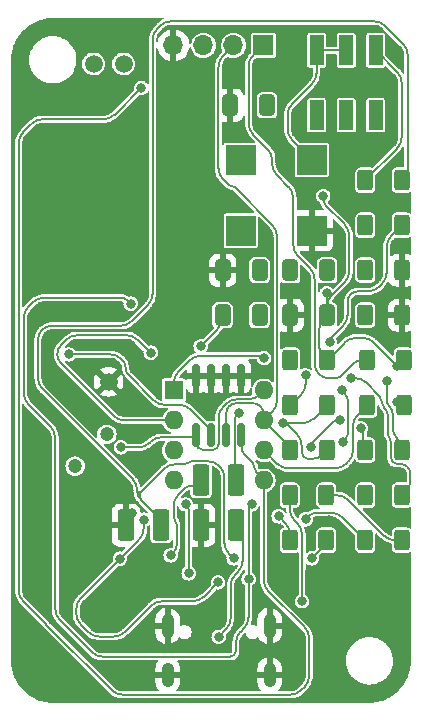
<source format=gbr>
%TF.GenerationSoftware,KiCad,Pcbnew,(6.0.6)*%
%TF.CreationDate,2022-09-17T14:28:24+02:00*%
%TF.ProjectId,Tiny handheld,54696e79-2068-4616-9e64-68656c642e6b,1.0*%
%TF.SameCoordinates,Original*%
%TF.FileFunction,Copper,L2,Bot*%
%TF.FilePolarity,Positive*%
%FSLAX46Y46*%
G04 Gerber Fmt 4.6, Leading zero omitted, Abs format (unit mm)*
G04 Created by KiCad (PCBNEW (6.0.6)) date 2022-09-17 14:28:24*
%MOMM*%
%LPD*%
G01*
G04 APERTURE LIST*
G04 Aperture macros list*
%AMRoundRect*
0 Rectangle with rounded corners*
0 $1 Rounding radius*
0 $2 $3 $4 $5 $6 $7 $8 $9 X,Y pos of 4 corners*
0 Add a 4 corners polygon primitive as box body*
4,1,4,$2,$3,$4,$5,$6,$7,$8,$9,$2,$3,0*
0 Add four circle primitives for the rounded corners*
1,1,$1+$1,$2,$3*
1,1,$1+$1,$4,$5*
1,1,$1+$1,$6,$7*
1,1,$1+$1,$8,$9*
0 Add four rect primitives between the rounded corners*
20,1,$1+$1,$2,$3,$4,$5,0*
20,1,$1+$1,$4,$5,$6,$7,0*
20,1,$1+$1,$6,$7,$8,$9,0*
20,1,$1+$1,$8,$9,$2,$3,0*%
G04 Aperture macros list end*
%TA.AperFunction,ComponentPad*%
%ADD10C,1.508000*%
%TD*%
%TA.AperFunction,ComponentPad*%
%ADD11O,1.700000X1.700000*%
%TD*%
%TA.AperFunction,ComponentPad*%
%ADD12R,1.700000X1.700000*%
%TD*%
%TA.AperFunction,ComponentPad*%
%ADD13O,1.600000X1.600000*%
%TD*%
%TA.AperFunction,ComponentPad*%
%ADD14R,1.600000X1.600000*%
%TD*%
%TA.AperFunction,ComponentPad*%
%ADD15C,1.200000*%
%TD*%
%TA.AperFunction,ComponentPad*%
%ADD16O,1.050000X2.100000*%
%TD*%
%TA.AperFunction,SMDPad,CuDef*%
%ADD17RoundRect,0.250000X0.400000X0.625000X-0.400000X0.625000X-0.400000X-0.625000X0.400000X-0.625000X0*%
%TD*%
%TA.AperFunction,SMDPad,CuDef*%
%ADD18RoundRect,0.250000X0.412500X0.650000X-0.412500X0.650000X-0.412500X-0.650000X0.412500X-0.650000X0*%
%TD*%
%TA.AperFunction,SMDPad,CuDef*%
%ADD19R,1.200000X2.500000*%
%TD*%
%TA.AperFunction,SMDPad,CuDef*%
%ADD20RoundRect,0.250001X0.462499X1.074999X-0.462499X1.074999X-0.462499X-1.074999X0.462499X-1.074999X0*%
%TD*%
%TA.AperFunction,SMDPad,CuDef*%
%ADD21R,2.500000X2.500000*%
%TD*%
%TA.AperFunction,SMDPad,CuDef*%
%ADD22RoundRect,0.150000X-0.150000X0.825000X-0.150000X-0.825000X0.150000X-0.825000X0.150000X0.825000X0*%
%TD*%
%TA.AperFunction,ViaPad*%
%ADD23C,0.800000*%
%TD*%
%TA.AperFunction,Conductor*%
%ADD24C,0.170000*%
%TD*%
G04 APERTURE END LIST*
D10*
%TO.P,BT1,-,-*%
%TO.N,GND*%
X141668000Y-103358000D03*
%TO.P,BT1,+*%
%TO.N,VCC*%
X142938000Y-76458000D03*
%TO.P,BT1,*%
%TO.N,*%
X140398000Y-76458000D03*
%TD*%
D11*
%TO.P,J1,4,Pin_4*%
%TO.N,GND*%
X147168000Y-74878000D03*
%TO.P,J1,3,Pin_3*%
%TO.N,VCC*%
X149708000Y-74878000D03*
%TO.P,J1,2,Pin_2*%
%TO.N,PB2{slash}SCL{slash}SCK*%
X152248000Y-74878000D03*
D12*
%TO.P,J1,1,Pin_1*%
%TO.N,PB0{slash}SDA{slash}MOSI*%
X154788000Y-74878000D03*
%TD*%
D13*
%TO.P,U1,8,VCC*%
%TO.N,VCC*%
X154808000Y-104098000D03*
%TO.P,U1,7,PB2*%
%TO.N,PB2{slash}SCL{slash}SCK*%
X154808000Y-106638000D03*
%TO.P,U1,6,PB1*%
%TO.N,PB1{slash}MISO*%
X154808000Y-109178000D03*
%TO.P,U1,5,AREF/PB0*%
%TO.N,PB0{slash}SDA{slash}MOSI*%
X154808000Y-111718000D03*
%TO.P,U1,4,GND*%
%TO.N,GND*%
X147188000Y-111718000D03*
%TO.P,U1,3,XTAL2/PB4*%
%TO.N,PB4*%
X147188000Y-109178000D03*
%TO.P,U1,2,XTAL1/PB3*%
%TO.N,PB3*%
X147188000Y-106638000D03*
D14*
%TO.P,U1,1,~{RESET}/PB5*%
%TO.N,PB5{slash}RES*%
X147188000Y-104098000D03*
%TD*%
D15*
%TO.P,S2,*%
%TO.N,*%
X138838025Y-110507101D03*
X141532101Y-107813025D03*
%TD*%
D16*
%TO.P,J3,S4,SHIELD*%
%TO.N,GND*%
X155308000Y-128218000D03*
%TO.P,J3,S3,SHIELD*%
X146668000Y-128218000D03*
%TO.P,J3,S2,SHIELD*%
X155308000Y-124038000D03*
%TO.P,J3,S1,SHIELD*%
X146668000Y-124038000D03*
%TD*%
D17*
%TO.P,R3,2*%
%TO.N,Net-(R3-Pad2)*%
X163408000Y-116788000D03*
%TO.P,R3,1*%
%TO.N,Net-(JP1-Pad3)*%
X166508000Y-116788000D03*
%TD*%
%TO.P,R9,2*%
%TO.N,PB4*%
X163408000Y-86308000D03*
%TO.P,R9,1*%
%TO.N,Net-(D2-Pad1)*%
X166508000Y-86308000D03*
%TD*%
D18*
%TO.P,C3,2*%
%TO.N,GND*%
X151330500Y-93928000D03*
%TO.P,C3,1*%
%TO.N,VCC*%
X154455500Y-93928000D03*
%TD*%
D17*
%TO.P,R7,2*%
%TO.N,Net-(R7-Pad2)*%
X163408000Y-112978000D03*
%TO.P,R7,1*%
%TO.N,Net-(JP1-Pad1)*%
X166508000Y-112978000D03*
%TD*%
%TO.P,R5,2*%
%TO.N,Net-(D3-Pad1)*%
X157010620Y-116788000D03*
%TO.P,R5,1*%
%TO.N,ExtVCC*%
X160110620Y-116788000D03*
%TD*%
%TO.P,R11,2*%
%TO.N,PB2{slash}SCL{slash}SCK*%
X157058000Y-109168000D03*
%TO.P,R11,1*%
%TO.N,VCC*%
X160158000Y-109168000D03*
%TD*%
D19*
%TO.P,S4,6*%
%TO.N,Net-(LS1-PadP)*%
X159283000Y-75303000D03*
%TO.P,S4,5*%
X161783000Y-75303000D03*
%TO.P,S4,4*%
%TO.N,PB4*%
X164283000Y-75303000D03*
%TO.P,S4,3*%
%TO.N,unconnected-(S4-Pad3)*%
X159283000Y-80803000D03*
%TO.P,S4,2*%
%TO.N,unconnected-(S4-Pad2)*%
X161783000Y-80803000D03*
%TO.P,S4,1*%
%TO.N,unconnected-(S4-Pad1)*%
X164283000Y-80803000D03*
%TD*%
D17*
%TO.P,R12,2*%
%TO.N,PB0{slash}SDA{slash}MOSI*%
X163555380Y-101548000D03*
%TO.P,R12,1*%
%TO.N,VCC*%
X166655380Y-101548000D03*
%TD*%
%TO.P,R1,2*%
%TO.N,Net-(R1-Pad2)*%
X157010620Y-112978000D03*
%TO.P,R1,1*%
%TO.N,Net-(JP1-Pad3)*%
X160110620Y-112978000D03*
%TD*%
%TO.P,R14,2*%
%TO.N,Net-(J3-PadA5)*%
X163408000Y-93928000D03*
%TO.P,R14,1*%
%TO.N,GND*%
X166508000Y-93928000D03*
%TD*%
D18*
%TO.P,C5,2*%
%TO.N,GND*%
X151965500Y-79958000D03*
%TO.P,C5,1*%
%TO.N,VCC*%
X155090500Y-79958000D03*
%TD*%
D17*
%TO.P,R10,2*%
%TO.N,PB1{slash}MISO*%
X163555380Y-105358000D03*
%TO.P,R10,1*%
%TO.N,VCC*%
X166655380Y-105358000D03*
%TD*%
D20*
%TO.P,D1,2,A*%
%TO.N,Net-(D1-Pad2)*%
X149500500Y-111708000D03*
%TO.P,D1,1,K*%
%TO.N,Net-(C1-Pad2)*%
X152475500Y-111708000D03*
%TD*%
D17*
%TO.P,R6,2*%
%TO.N,PB5{slash}RES*%
X157058000Y-105358000D03*
%TO.P,R6,1*%
%TO.N,VCC*%
X160158000Y-105358000D03*
%TD*%
%TO.P,R13,2*%
%TO.N,Net-(J3-PadB5)*%
X163408000Y-97738000D03*
%TO.P,R13,1*%
%TO.N,GND*%
X166508000Y-97738000D03*
%TD*%
D20*
%TO.P,D3,2,A*%
%TO.N,GND*%
X149500500Y-115518000D03*
%TO.P,D3,1,K*%
%TO.N,Net-(D3-Pad1)*%
X152475500Y-115518000D03*
%TD*%
D21*
%TO.P,LS1,P*%
%TO.N,Net-(LS1-PadP)*%
X158874750Y-84578000D03*
%TO.P,LS1,NC2*%
%TO.N,N/C*%
X152874750Y-90578000D03*
%TO.P,LS1,NC1*%
X152874750Y-84578000D03*
%TO.P,LS1,N*%
%TO.N,GND*%
X158874750Y-90578000D03*
%TD*%
D20*
%TO.P,D2,2,A*%
%TO.N,GND*%
X143150500Y-115518000D03*
%TO.P,D2,1,K*%
%TO.N,Net-(D2-Pad1)*%
X146125500Y-115518000D03*
%TD*%
D18*
%TO.P,C1,2*%
%TO.N,Net-(C1-Pad2)*%
X151330500Y-97738000D03*
%TO.P,C1,1*%
%TO.N,ExtVCC*%
X154455500Y-97738000D03*
%TD*%
D17*
%TO.P,R8,2*%
%TO.N,PB3*%
X163408000Y-109168000D03*
%TO.P,R8,1*%
%TO.N,Net-(D3-Pad1)*%
X166508000Y-109168000D03*
%TD*%
D18*
%TO.P,C2,2*%
%TO.N,Net-(C1-Pad2)*%
X157045500Y-93928000D03*
%TO.P,C2,1*%
%TO.N,ExtVCC*%
X160170500Y-93928000D03*
%TD*%
D22*
%TO.P,U3,8,VCC*%
%TO.N,VCC*%
X149083000Y-107833000D03*
%TO.P,U3,7,WP*%
%TO.N,Net-(JP4-Pad2)*%
X150353000Y-107833000D03*
%TO.P,U3,6,SCL*%
%TO.N,PB2{slash}SCL{slash}SCK*%
X151623000Y-107833000D03*
%TO.P,U3,5,SDA*%
%TO.N,PB0{slash}SDA{slash}MOSI*%
X152893000Y-107833000D03*
%TO.P,U3,4,GND*%
%TO.N,GND*%
X152893000Y-102883000D03*
%TO.P,U3,3,A2*%
X151623000Y-102883000D03*
%TO.P,U3,2,A1*%
X150353000Y-102883000D03*
%TO.P,U3,1,A0*%
X149083000Y-102883000D03*
%TD*%
D17*
%TO.P,R4,2*%
%TO.N,Net-(R4-Pad2)*%
X163408000Y-90118000D03*
%TO.P,R4,1*%
%TO.N,Net-(JP1-Pad1)*%
X166508000Y-90118000D03*
%TD*%
D18*
%TO.P,C4,2*%
%TO.N,GND*%
X157045500Y-97738000D03*
%TO.P,C4,1*%
%TO.N,VCC*%
X160170500Y-97738000D03*
%TD*%
D17*
%TO.P,R2,2*%
%TO.N,PB3*%
X157058000Y-101548000D03*
%TO.P,R2,1*%
%TO.N,VCC*%
X160158000Y-101548000D03*
%TD*%
D23*
%TO.N,GND*%
X139608800Y-100355500D03*
X160343000Y-115103000D03*
X149718000Y-114908400D03*
X143648000Y-114448000D03*
X158963600Y-90727600D03*
X157871400Y-95553600D03*
X137088000Y-106098000D03*
X143648000Y-125648000D03*
X164588417Y-110567762D03*
X166431200Y-93674000D03*
X157748000Y-125248000D03*
X162672000Y-111022200D03*
X158888000Y-120938000D03*
X161688000Y-117458000D03*
%TO.N,ExtVCC*%
X153528000Y-120090000D03*
X154544000Y-97484000D03*
X160132000Y-93928000D03*
X158862000Y-118312000D03*
X143548000Y-96748000D03*
X153782000Y-113740000D03*
%TO.N,Net-(C1-Pad2)*%
X156830000Y-93674000D03*
X151242000Y-97230000D03*
X149462015Y-100356500D03*
X152677500Y-105988000D03*
%TO.N,VCC*%
X155148000Y-80048000D03*
X142707600Y-108914000D03*
X150948000Y-120348000D03*
X160158000Y-105358000D03*
X166098700Y-101991729D03*
X154448000Y-93848000D03*
X160148000Y-95848000D03*
X156423600Y-106882000D03*
X144648000Y-115048000D03*
X159848000Y-87648000D03*
X166075600Y-105104000D03*
X142641302Y-118341302D03*
%TO.N,Net-(D2-Pad1)*%
X152258000Y-118312000D03*
%TO.N,Net-(D3-Pad1)*%
X156068000Y-114756000D03*
X152258000Y-114756000D03*
X165212000Y-103326000D03*
X158836600Y-108927502D03*
X161249600Y-106573500D03*
X150988000Y-124953500D03*
%TO.N,PB0{slash}SDA{slash}MOSI*%
X144448000Y-78478000D03*
%TO.N,Net-(JP1-Pad1)*%
X162164000Y-103072000D03*
X160386000Y-100024000D03*
%TO.N,PB3*%
X163012500Y-107303500D03*
X157287200Y-101471800D03*
X145243000Y-100892200D03*
%TO.N,Net-(JP1-Pad3)*%
X161402000Y-104088000D03*
X160110620Y-112978000D03*
X161529000Y-108456800D03*
%TO.N,PB5{slash}RES*%
X158354000Y-102818000D03*
X154837774Y-101355826D03*
%TO.N,Net-(JP4-Pad2)*%
X138288000Y-101040000D03*
%TO.N,Net-(R1-Pad2)*%
X158050000Y-121940000D03*
%TO.N,Net-(R3-Pad2)*%
X158354000Y-115010000D03*
%TO.N,Net-(R4-Pad2)*%
X163434000Y-90118000D03*
%TO.N,Net-(R7-Pad2)*%
X163434000Y-112978000D03*
%TO.N,PB4*%
X163434000Y-86308000D03*
%TO.N,Net-(S3-Pad3)*%
X148194000Y-113740000D03*
X148448000Y-119582000D03*
%TO.N,Net-(J3-PadA5)*%
X163434000Y-93928000D03*
%TO.N,Net-(J3-PadB5)*%
X163434000Y-97738000D03*
%TO.N,Net-(D1-Pad2)*%
X146924000Y-118058000D03*
%TD*%
D24*
%TO.N,PB2{slash}SCL{slash}SCK*%
X154807984Y-106368211D02*
G75*
G03*
X154998769Y-106828769I651316J11D01*
G01*
X154998769Y-106828769D02*
G75*
G02*
X154998770Y-106447231I190731J190769D01*
G01*
X154998824Y-106447285D02*
G75*
G02*
X154808000Y-106368211I-79024J79085D01*
G01*
%TO.N,Net-(LS1-PadP)*%
X158884550Y-78157447D02*
G75*
G03*
X159283000Y-77195509I-961950J961947D01*
G01*
X156830033Y-81969759D02*
G75*
G03*
X157228448Y-82931698I1360367J-41D01*
G01*
X156829997Y-80775490D02*
G75*
G02*
X157228448Y-79813551I1360403J-10D01*
G01*
%TO.N,Net-(D1-Pad2)*%
X147178003Y-114830394D02*
G75*
G03*
X147305001Y-115136999I433597J-6D01*
G01*
X148061458Y-112435562D02*
G75*
G02*
X148668754Y-112183991I607342J-607338D01*
G01*
X147576455Y-112920549D02*
G75*
G03*
X147178000Y-113882481I961945J-961951D01*
G01*
X147431997Y-115443605D02*
G75*
G03*
X147304999Y-115137001I-433597J5D01*
G01*
X147431995Y-117190789D02*
G75*
G02*
X147177999Y-117803999I-867195J-11D01*
G01*
%TO.N,Net-(S3-Pad3)*%
X148462995Y-114199211D02*
G75*
G03*
X148328500Y-113874500I-459195J11D01*
G01*
X148462997Y-119556393D02*
G75*
G02*
X148455500Y-119574500I-25597J-7D01*
G01*
%TO.N,PB4*%
X166482002Y-82670509D02*
G75*
G02*
X166083551Y-83632448I-1360402J9D01*
G01*
X166083549Y-77103553D02*
G75*
G02*
X166482000Y-78065490I-961949J-961947D01*
G01*
%TO.N,Net-(R3-Pad2)*%
X159296322Y-114458010D02*
G75*
G03*
X158630000Y-114734000I-22J-942290D01*
G01*
X160514509Y-114457998D02*
G75*
G02*
X161476447Y-114856449I-9J-1360402D01*
G01*
%TO.N,Net-(R1-Pad2)*%
X157409087Y-115090354D02*
G75*
G02*
X157010620Y-114128434I961913J961954D01*
G01*
X158053685Y-119279082D02*
G75*
G02*
X158051847Y-119283542I-6285J-18D01*
G01*
X158049999Y-119288002D02*
G75*
G02*
X158051847Y-119283542I6301J2D01*
G01*
X157655243Y-115336554D02*
G75*
G02*
X158053695Y-116298490I-961943J-961946D01*
G01*
%TO.N,Net-(JP4-Pad2)*%
X148614129Y-105717368D02*
G75*
G03*
X147652185Y-105318925I-961929J-961932D01*
G01*
X145470460Y-104920492D02*
G75*
G03*
X146432415Y-105318925I961940J961992D01*
G01*
X143383410Y-102833404D02*
G75*
G02*
X143114000Y-102183000I650390J650404D01*
G01*
X141813184Y-101040007D02*
G75*
G02*
X142733000Y-101421000I16J-1300793D01*
G01*
X143114004Y-102183000D02*
G75*
G03*
X142844592Y-101532592I-919804J0D01*
G01*
%TO.N,PB1{slash}MISO*%
X161800446Y-110293550D02*
G75*
G02*
X160838509Y-110692000I-961946J961950D01*
G01*
X161969550Y-110124447D02*
G75*
G03*
X162368000Y-109162509I-961950J961947D01*
G01*
X162766460Y-106146943D02*
G75*
G03*
X162368000Y-107108870I961940J-961957D01*
G01*
X155923553Y-110293549D02*
G75*
G03*
X156885490Y-110692000I961947J961949D01*
G01*
%TO.N,PB5{slash}RES*%
X147586450Y-102509553D02*
G75*
G03*
X147188000Y-103471490I961950J-961947D01*
G01*
X149492490Y-101166997D02*
G75*
G03*
X148530551Y-101565448I10J-1360403D01*
G01*
X154446984Y-101167007D02*
G75*
G02*
X154695190Y-101269810I16J-350993D01*
G01*
X158354002Y-103524509D02*
G75*
G02*
X157955551Y-104486448I-1360402J9D01*
G01*
%TO.N,Net-(JP1-Pad3)*%
X161957995Y-105080511D02*
G75*
G03*
X161667300Y-104378700I-992495J11D01*
G01*
X165943317Y-116787983D02*
G75*
G02*
X164981378Y-116389551I-17J1360383D01*
G01*
X161968260Y-113376463D02*
G75*
G03*
X161006336Y-112978000I-961960J-961937D01*
G01*
X161958021Y-107724451D02*
G75*
G02*
X161743500Y-108242300I-732421J51D01*
G01*
%TO.N,PB3*%
X144122046Y-99812850D02*
G75*
G03*
X143160109Y-99414400I-961946J-961950D01*
G01*
X137637113Y-100268495D02*
G75*
G03*
X137322800Y-101027300I758787J-758805D01*
G01*
X163247990Y-107705523D02*
G75*
G03*
X163130250Y-107421250I-401990J23D01*
G01*
X137322795Y-101027300D02*
G75*
G03*
X137637108Y-101786108I1073105J0D01*
G01*
X143052490Y-106638002D02*
G75*
G02*
X142090552Y-106239550I10J1360402D01*
G01*
X139054690Y-99414397D02*
G75*
G03*
X138092751Y-99812848I10J-1360403D01*
G01*
%TO.N,Net-(JP1-Pad1)*%
X163441167Y-103405578D02*
G75*
G03*
X162635776Y-103072000I-805367J-805422D01*
G01*
X165310356Y-106246823D02*
G75*
G03*
X165056189Y-105633156I-867856J23D01*
G01*
X164802004Y-105072706D02*
G75*
G03*
X165018558Y-105595521I739396J6D01*
G01*
X165212001Y-94126509D02*
G75*
G02*
X164813551Y-95088447I-1360401J9D01*
G01*
X165441694Y-108097914D02*
G75*
G02*
X165310380Y-107780907I317006J317014D01*
G01*
X167218612Y-111764929D02*
G75*
G02*
X166863300Y-112622700I-1213112J29D01*
G01*
X165729698Y-110171302D02*
G75*
G02*
X165573000Y-109792999I378302J378302D01*
G01*
X163632509Y-95706002D02*
G75*
G03*
X164594448Y-95307551I-9J1360402D01*
G01*
X167218604Y-111166189D02*
G75*
G03*
X166973100Y-110573500I-838204J-11D01*
G01*
X160475804Y-99680199D02*
G75*
G03*
X160386000Y-99897000I216796J-216801D01*
G01*
X162163997Y-95959997D02*
G75*
G03*
X161910000Y-96573210I613203J-613203D01*
G01*
X165441700Y-108097908D02*
G75*
G02*
X165573000Y-108414928I-317000J-316992D01*
G01*
X165610450Y-91015553D02*
G75*
G03*
X165212000Y-91977490I961950J-961947D01*
G01*
X161511550Y-98644447D02*
G75*
G03*
X161910000Y-97682509I-961950J961947D01*
G01*
X164801988Y-105072706D02*
G75*
G03*
X164585442Y-104549889I-739388J6D01*
G01*
X162777210Y-95706005D02*
G75*
G03*
X162164001Y-95960001I-10J-867195D01*
G01*
X166108000Y-110327999D02*
G75*
G02*
X165729699Y-110171301I0J534999D01*
G01*
X166380410Y-110327996D02*
G75*
G02*
X166973100Y-110573500I-10J-838204D01*
G01*
%TO.N,PB2{slash}SCL{slash}SCK*%
X150977997Y-76711490D02*
G75*
G02*
X151376448Y-75749551I1360403J-10D01*
G01*
X155933002Y-91054490D02*
G75*
G03*
X155534550Y-90092552I-1360402J-10D01*
G01*
X152352399Y-86910373D02*
G75*
G03*
X152100375Y-86806000I-251999J-252027D01*
G01*
X150978033Y-85267759D02*
G75*
G03*
X151376448Y-86229698I1360367J-41D01*
G01*
X155534550Y-105911447D02*
G75*
G03*
X155933000Y-104949509I-961950J961947D01*
G01*
X154539007Y-105448993D02*
G75*
G02*
X154808000Y-106098423I-649407J-649407D01*
G01*
X151881830Y-105438830D02*
G75*
G02*
X152506752Y-105180000I624870J-624870D01*
G01*
X154539007Y-105448993D02*
G75*
G03*
X153889576Y-105180000I-649407J-649407D01*
G01*
X151848375Y-86701601D02*
G75*
G03*
X152100375Y-86806000I252025J252001D01*
G01*
X151881830Y-105438830D02*
G75*
G03*
X151623000Y-106063752I624870J-624870D01*
G01*
%TO.N,PB0{slash}SDA{slash}MOSI*%
X158717563Y-93724366D02*
G75*
G02*
X159116000Y-94686317I-961963J-961934D01*
G01*
X136388003Y-123913000D02*
G75*
G03*
X136377392Y-123887394I-36203J0D01*
G01*
X155206450Y-121096446D02*
G75*
G02*
X154808000Y-120134509I961950J961946D01*
G01*
X161868347Y-102347042D02*
G75*
G03*
X161876289Y-102343710I-47J11242D01*
G01*
X159115992Y-101829521D02*
G75*
G03*
X159479914Y-102708085I1242508J21D01*
G01*
X157698199Y-92705024D02*
G75*
G02*
X157299750Y-91743086I961901J961924D01*
G01*
X161293491Y-102926491D02*
G75*
G02*
X160942231Y-103072000I-351291J351291D01*
G01*
X157022509Y-129870001D02*
G75*
G03*
X157984447Y-129471551I-9J1360401D01*
G01*
X134448450Y-121958446D02*
G75*
G02*
X134050000Y-120996509I961950J961946D01*
G01*
X153527998Y-81477309D02*
G75*
G03*
X153926449Y-82439247I1360402J9D01*
G01*
X142893490Y-129870002D02*
G75*
G02*
X141931552Y-129471550I10J1360402D01*
G01*
X154205652Y-111087464D02*
G75*
G02*
X154036000Y-110677914I409548J409564D01*
G01*
X161860388Y-102350272D02*
G75*
G02*
X161868347Y-102347000I7912J-7928D01*
G01*
X136398609Y-123938603D02*
G75*
G02*
X136388000Y-123913000I25591J25603D01*
G01*
X153527995Y-76554586D02*
G75*
G02*
X153815500Y-75860500I981605J-14D01*
G01*
X160358478Y-103072008D02*
G75*
G02*
X159479914Y-102708085I22J1242508D01*
G01*
X161435680Y-102784259D02*
G75*
G03*
X161439000Y-102776347I-7880J7959D01*
G01*
X161442272Y-102768388D02*
G75*
G03*
X161439000Y-102776347I7928J-7912D01*
G01*
X155509198Y-84880909D02*
G75*
G03*
X155907649Y-85842847I1360402J9D01*
G01*
X158271550Y-129184447D02*
G75*
G03*
X158670000Y-128222509I-961950J961947D01*
G01*
X136103490Y-81139997D02*
G75*
G03*
X135141551Y-81538448I10J-1360403D01*
G01*
X163113690Y-101547983D02*
G75*
G03*
X162359679Y-101860322I10J-1066317D01*
G01*
X157299732Y-87798440D02*
G75*
G03*
X156901301Y-86836501I-1360332J40D01*
G01*
X142184447Y-80741550D02*
G75*
G02*
X141222509Y-81140000I-961947J961950D01*
G01*
X155509202Y-84585490D02*
G75*
G03*
X155110750Y-83623552I-1360402J-10D01*
G01*
X153866361Y-110268349D02*
G75*
G02*
X154036000Y-110677914I-409561J-409551D01*
G01*
X152892998Y-108731509D02*
G75*
G03*
X153291449Y-109693447I1360402J9D01*
G01*
X134049997Y-83193490D02*
G75*
G02*
X134448448Y-82231551I1360403J-10D01*
G01*
X158670002Y-125123490D02*
G75*
G03*
X158271550Y-124161552I-1360402J-10D01*
G01*
%TO.N,Net-(D3-Pad1)*%
X151605550Y-124335947D02*
G75*
G03*
X152004000Y-123374009I-961950J961947D01*
G01*
X160795811Y-106692057D02*
G75*
G02*
X161081963Y-106573500I286189J-286143D01*
G01*
X165466192Y-105463325D02*
G75*
G02*
X165720380Y-106076995I-613692J-613675D01*
G01*
X158934294Y-108553566D02*
G75*
G03*
X158836600Y-108789364I235806J-235834D01*
G01*
X165212042Y-104849658D02*
G75*
G03*
X165466190Y-105463327I867858J-42D01*
G01*
X153020001Y-118510509D02*
G75*
G02*
X152621551Y-119472447I-1360401J9D01*
G01*
X165720408Y-107239848D02*
G75*
G03*
X166114191Y-108190589I1344492J-52D01*
G01*
X152003997Y-120653490D02*
G75*
G02*
X152402448Y-119691551I1360403J-10D01*
G01*
X156625476Y-115313456D02*
G75*
G02*
X157010620Y-116243310I-929876J-929844D01*
G01*
%TO.N,Net-(D2-Pad1)*%
X147323490Y-110347997D02*
G75*
G03*
X146361551Y-110746448I10J-1360403D01*
G01*
X146979490Y-72845996D02*
G75*
G03*
X146017551Y-73244447I10J-1360404D01*
G01*
X136036493Y-98973493D02*
G75*
G02*
X136873024Y-98627000I836507J-836507D01*
G01*
X143704526Y-111604540D02*
G75*
G02*
X144077105Y-112504000I-899426J-899460D01*
G01*
X151477999Y-111501094D02*
G75*
G03*
X151079550Y-110539156I-1360399J-6D01*
G01*
X166990002Y-75695490D02*
G75*
G03*
X166591550Y-74733552I-1360402J-10D01*
G01*
X164140509Y-72845998D02*
G75*
G02*
X165102447Y-73244449I-9J-1360402D01*
G01*
X145400002Y-95904509D02*
G75*
G02*
X145001551Y-96866448I-1360402J9D01*
G01*
X145399997Y-74425490D02*
G75*
G02*
X145798448Y-73463551I1360403J-10D01*
G01*
X151867987Y-117922013D02*
G75*
G02*
X151478000Y-116980456I941513J941513D01*
G01*
X151036844Y-110496448D02*
G75*
G03*
X150074905Y-110098000I-961944J-961952D01*
G01*
X148710776Y-110097991D02*
G75*
G03*
X148409000Y-110223000I24J-426809D01*
G01*
X148107223Y-110348009D02*
G75*
G03*
X148409000Y-110223000I-23J426809D01*
G01*
X142677509Y-98627002D02*
G75*
G03*
X143639448Y-98228551I-9J1360402D01*
G01*
X144449684Y-113403458D02*
G75*
G02*
X144077106Y-112625916I767616J845858D01*
G01*
X144430677Y-112677359D02*
G75*
G03*
X144449677Y-113403465I373023J-353541D01*
G01*
X144430679Y-112677355D02*
G75*
G02*
X144077106Y-112625916I-164779J108255D01*
G01*
X135689998Y-103026509D02*
G75*
G03*
X136088449Y-103988447I1360402J9D01*
G01*
X135690011Y-99810024D02*
G75*
G02*
X136036500Y-98973500I1182989J24D01*
G01*
%TO.N,VCC*%
X158023802Y-108766290D02*
G75*
G03*
X157625350Y-107804352I-1360402J-10D01*
G01*
X150987996Y-106429490D02*
G75*
G02*
X151386447Y-105467551I1360404J-10D01*
G01*
X151605553Y-105248450D02*
G75*
G02*
X152567490Y-104850000I961947J-961950D01*
G01*
X149673658Y-109133017D02*
G75*
G02*
X149256000Y-108960000I42J590717D01*
G01*
X156563300Y-106882011D02*
G75*
G02*
X156801781Y-106980783I0J-337289D01*
G01*
X139333055Y-121649554D02*
G75*
G03*
X138934604Y-122611490I961945J-961946D01*
G01*
X162621490Y-99647997D02*
G75*
G03*
X161659551Y-100046448I10J-1360403D01*
G01*
X159848241Y-98060241D02*
G75*
G03*
X159526000Y-98838230I777959J-777959D01*
G01*
X161649550Y-94946447D02*
G75*
G03*
X162048000Y-93984509I-961950J961947D01*
G01*
X158587486Y-109904605D02*
G75*
G02*
X158188900Y-109739500I14J563705D01*
G01*
X158900545Y-109904618D02*
G75*
G03*
X159789700Y-109536300I-45J1257518D01*
G01*
X150988010Y-108640928D02*
G75*
G02*
X150843874Y-108988874I-492110J28D01*
G01*
X138934598Y-122971113D02*
G75*
G03*
X139333053Y-123933051I1360402J13D01*
G01*
X159848259Y-98060259D02*
G75*
G03*
X160170500Y-97282269I-777959J777959D01*
G01*
X160568950Y-96027053D02*
G75*
G03*
X160170500Y-96988990I961950J-961947D01*
G01*
X153524255Y-104849952D02*
G75*
G03*
X154432000Y-104474000I45J1283752D01*
G01*
X160473999Y-101231999D02*
G75*
G02*
X159842001Y-101231999I-315999J316001D01*
G01*
X162048002Y-91011490D02*
G75*
G03*
X161649550Y-90049552I-1360402J-10D01*
G01*
X148784509Y-121948002D02*
G75*
G03*
X149746448Y-121549551I-9J1360402D01*
G01*
X140911490Y-124948002D02*
G75*
G02*
X139949552Y-124549550I10J1360402D01*
G01*
X150495928Y-109133010D02*
G75*
G03*
X150843874Y-108988874I-28J492110D01*
G01*
X158188904Y-109739496D02*
G75*
G02*
X158023800Y-109340913I398596J398596D01*
G01*
X159032447Y-106483550D02*
G75*
G02*
X158070509Y-106882000I-961947J961950D01*
G01*
X144249548Y-116733049D02*
G75*
G03*
X144648000Y-115771113I-961948J961949D01*
G01*
X160060125Y-88460139D02*
G75*
G02*
X159848000Y-87948000I512175J512139D01*
G01*
X159525997Y-100469108D02*
G75*
G03*
X159842000Y-101232000I1078903J8D01*
G01*
X145180446Y-108515550D02*
G75*
G02*
X144218509Y-108914000I-961946J961950D01*
G01*
X149256012Y-108959988D02*
G75*
G02*
X149083000Y-108542341I417688J417688D01*
G01*
X142084509Y-124948002D02*
G75*
G03*
X143046448Y-124549551I-9J1360402D01*
G01*
X164153432Y-100046435D02*
G75*
G03*
X163191480Y-99648000I-961932J-961965D01*
G01*
X145249553Y-108446450D02*
G75*
G02*
X146211490Y-108048000I961947J-961950D01*
G01*
X145249553Y-122346450D02*
G75*
G02*
X146211490Y-121948000I961947J-961950D01*
G01*
%TO.N,Net-(C1-Pad2)*%
X152512752Y-106152752D02*
G75*
G03*
X152348000Y-106550491I397748J-397748D01*
G01*
X151242012Y-98013024D02*
G75*
G02*
X150843551Y-98974963I-1360412J24D01*
G01*
%TO.N,ExtVCC*%
X137147987Y-122575924D02*
G75*
G03*
X137546448Y-123537863I1360413J24D01*
G01*
X140258145Y-126249542D02*
G75*
G03*
X141220075Y-126648000I961955J961942D01*
G01*
X134489996Y-97969490D02*
G75*
G02*
X134888447Y-97007551I1360404J-10D01*
G01*
X152447996Y-125486489D02*
G75*
G02*
X152846448Y-124524551I1360404J-11D01*
G01*
X152448000Y-126148000D02*
G75*
G02*
X151948000Y-126648000I-500000J0D01*
G01*
X153654998Y-113866998D02*
G75*
G03*
X153528000Y-114173605I306602J-306602D01*
G01*
X136211490Y-96247997D02*
G75*
G03*
X135249551Y-96646448I10J-1360403D01*
G01*
X142694446Y-96248023D02*
G75*
G02*
X143297999Y-96498001I54J-853477D01*
G01*
X153129550Y-124241446D02*
G75*
G03*
X153528000Y-123279508I-961950J961946D01*
G01*
X134489998Y-104326509D02*
G75*
G03*
X134888449Y-105288447I1360402J9D01*
G01*
X136749549Y-107149553D02*
G75*
G02*
X137148000Y-108111490I-961949J-961947D01*
G01*
%TO.N,GND*%
X155548002Y-97311490D02*
G75*
G03*
X155149550Y-96349552I-1360402J-10D01*
G01*
X163447774Y-110567734D02*
G75*
G03*
X162899220Y-110794982I26J-775766D01*
G01*
X153855482Y-95073016D02*
G75*
G02*
X153885386Y-95085388I18J-42284D01*
G01*
X145821490Y-124037997D02*
G75*
G03*
X144859551Y-124436448I10J-1360403D01*
G01*
X153855482Y-95073010D02*
G75*
G02*
X153825576Y-95060612I18J42310D01*
G01*
X153560394Y-94795416D02*
G75*
G02*
X153548000Y-94765518I29906J29916D01*
G01*
X153547984Y-94765518D02*
G75*
G03*
X153535611Y-94735613I-42284J18D01*
G01*
X155548001Y-101284509D02*
G75*
G02*
X155149551Y-102246447I-1360401J9D01*
G01*
X153949509Y-102883002D02*
G75*
G03*
X154911448Y-102484551I-9J1360402D01*
G01*
X161330916Y-116090906D02*
G75*
G02*
X161688000Y-116953000I-862116J-862094D01*
G01*
X156936446Y-124436450D02*
G75*
G03*
X155974509Y-124038000I-961946J-961950D01*
G01*
X153126446Y-94326450D02*
G75*
G03*
X152164509Y-93928000I-961946J-961950D01*
G01*
%TO.N,PB0{slash}SDA{slash}MOSI*%
X142184448Y-80741551D02*
X144448000Y-78478000D01*
X141222509Y-81140000D02*
X136103490Y-81140000D01*
X134448448Y-82231551D02*
X135141551Y-81538448D01*
X134050000Y-120996509D02*
X134050000Y-83193490D01*
X136377393Y-123887393D02*
X134448448Y-121958448D01*
X141931551Y-129471551D02*
X136398606Y-123938606D01*
X142893490Y-129870000D02*
X157022509Y-129870000D01*
X158670000Y-128222509D02*
X158670000Y-125123490D01*
X158271551Y-124161551D02*
X155206448Y-121096448D01*
X154808000Y-120134509D02*
X154808000Y-111718000D01*
X157984447Y-129471551D02*
X158271551Y-129184448D01*
%TO.N,Net-(R1-Pad2)*%
X157010620Y-114128434D02*
X157010620Y-112978000D01*
X158053695Y-116298490D02*
X158053695Y-119279082D01*
X158050000Y-121940000D02*
X158050000Y-119288002D01*
X157409068Y-115090373D02*
X157655246Y-115336551D01*
%TO.N,Net-(D2-Pad1)*%
X144077105Y-112625916D02*
X144077105Y-112504000D01*
X136088448Y-103988448D02*
X143704533Y-111604533D01*
X135690000Y-99810024D02*
X135690000Y-103026509D01*
X142677509Y-98627000D02*
X136873024Y-98627000D01*
X145400000Y-74425490D02*
X145400000Y-95904509D01*
X145798448Y-73463551D02*
X146017551Y-73244447D01*
X143639448Y-98228551D02*
X145001551Y-96866448D01*
X146979490Y-72846000D02*
X164140509Y-72846000D01*
X166591551Y-74733551D02*
X165102448Y-73244448D01*
X166990000Y-75695490D02*
X166990000Y-85826000D01*
%TO.N,ExtVCC*%
X153528000Y-120090000D02*
X153528000Y-123279508D01*
X152846447Y-124524550D02*
X153129551Y-124241447D01*
X152448000Y-125486489D02*
X152448000Y-126148000D01*
X141220075Y-126648000D02*
X151948000Y-126648000D01*
X137546448Y-123537863D02*
X140258136Y-126249551D01*
X137148000Y-108111490D02*
X137148000Y-122575924D01*
X134888447Y-97007551D02*
X135249551Y-96646448D01*
X134490000Y-97969490D02*
X134490000Y-104326509D01*
X134888448Y-105288448D02*
X136749551Y-107149551D01*
X136211490Y-96248000D02*
X142694446Y-96248000D01*
X143548000Y-96748000D02*
X143298000Y-96498000D01*
%TO.N,GND*%
X152164509Y-93928000D02*
X151330500Y-93928000D01*
X153126448Y-94326448D02*
X153535612Y-94735612D01*
X153885387Y-95085387D02*
X155149551Y-96349551D01*
X155548000Y-101284509D02*
X155548000Y-97311490D01*
X153825576Y-95060612D02*
X153560387Y-94795423D01*
X155149551Y-102246447D02*
X154911448Y-102484551D01*
X151623000Y-102883000D02*
X153949509Y-102883000D01*
%TO.N,VCC*%
X151605551Y-105248448D02*
X151386447Y-105467551D01*
X163191480Y-99648000D02*
X162621490Y-99648000D01*
X145180447Y-108515551D02*
X145249551Y-108446448D01*
X138934604Y-122611490D02*
X138934604Y-122971113D01*
%TO.N,Net-(D2-Pad1)*%
X151079551Y-110539155D02*
X151036844Y-110496448D01*
%TO.N,Net-(D3-Pad1)*%
X152402448Y-119691551D02*
X152621551Y-119472447D01*
%TO.N,PB0{slash}SDA{slash}MOSI*%
X155509200Y-84880909D02*
X155509200Y-84585490D01*
%TO.N,Net-(JP1-Pad1)*%
X164594448Y-95307551D02*
X164813551Y-95088447D01*
%TO.N,PB1{slash}MISO*%
X161800447Y-110293551D02*
X161969551Y-110124448D01*
%TO.N,PB0{slash}SDA{slash}MOSI*%
X157698198Y-92705025D02*
X158717551Y-93724378D01*
%TO.N,Net-(JP4-Pad2)*%
X146432415Y-105318925D02*
X147652185Y-105318925D01*
%TO.N,Net-(LS1-PadP)*%
X159283000Y-77195509D02*
X159283000Y-75303000D01*
X156830000Y-80775490D02*
X156830000Y-81969759D01*
%TO.N,GND*%
X151623000Y-102883000D02*
X152893000Y-102883000D01*
X151623000Y-102883000D02*
X150353000Y-102883000D01*
X164588417Y-110567762D02*
X163447774Y-110567762D01*
X156936448Y-124436448D02*
X157748000Y-125248000D01*
X162899219Y-110794981D02*
X162672000Y-111022200D01*
X143648000Y-125648000D02*
X144859551Y-124436448D01*
X150353000Y-102883000D02*
X149083000Y-102883000D01*
X145821490Y-124038000D02*
X146668000Y-124038000D01*
X160343000Y-115103000D02*
X161330911Y-116090911D01*
X155974509Y-124038000D02*
X155308000Y-124038000D01*
X161688000Y-116953000D02*
X161688000Y-117458000D01*
%TO.N,ExtVCC*%
X153655000Y-113867000D02*
X153782000Y-113740000D01*
X153528000Y-120090000D02*
X153528000Y-114173605D01*
X158862000Y-118312000D02*
X160110620Y-117063380D01*
%TO.N,Net-(C1-Pad2)*%
X152677500Y-105988000D02*
X152512750Y-106152750D01*
X149462015Y-100356500D02*
X150843551Y-98974963D01*
X152348000Y-106550491D02*
X152348000Y-111580500D01*
X151242000Y-97230000D02*
X151242000Y-98013024D01*
%TO.N,VCC*%
X144218509Y-108914000D02*
X142707600Y-108914000D01*
X161659551Y-100046448D02*
X160474000Y-101232000D01*
X144648000Y-115771113D02*
X144648000Y-115048000D01*
X158900545Y-109904600D02*
X158587486Y-109904600D01*
X146211490Y-108048000D02*
X148868000Y-108048000D01*
X156423600Y-106882000D02*
X158070509Y-106882000D01*
X143046448Y-124549551D02*
X145249551Y-122346448D01*
X142084509Y-124948000D02*
X140911490Y-124948000D01*
X154432000Y-104474000D02*
X154808000Y-104098000D01*
X161649551Y-90049551D02*
X160060132Y-88460132D01*
X150988000Y-108640928D02*
X150988000Y-106429490D01*
X160148000Y-95848000D02*
X160148000Y-97748000D01*
X158023800Y-109340913D02*
X158023800Y-108766290D01*
X162048000Y-93984509D02*
X162048000Y-91011490D01*
X142641302Y-118341302D02*
X144249551Y-116733052D01*
X160170500Y-96988990D02*
X160170500Y-97282269D01*
X150948000Y-120348000D02*
X149746448Y-121549551D01*
X152567490Y-104850000D02*
X153524255Y-104850000D01*
X159526000Y-98838230D02*
X159526000Y-100469108D01*
X156423600Y-106882000D02*
X156563300Y-106882000D01*
X161649551Y-94946448D02*
X160568948Y-96027051D01*
X150495928Y-109133000D02*
X149673658Y-109133000D01*
X142641302Y-118341302D02*
X139333052Y-121649551D01*
X164153419Y-100046448D02*
X166098700Y-101991729D01*
X159848000Y-87648000D02*
X159848000Y-87948000D01*
X160158000Y-105358000D02*
X159032448Y-106483551D01*
X146211490Y-121948000D02*
X148784509Y-121948000D01*
X157625351Y-107804351D02*
X156801782Y-106980782D01*
X159789700Y-109536300D02*
X160158000Y-109168000D01*
X149083000Y-108542341D02*
X149083000Y-107833000D01*
X139333052Y-123933052D02*
X139949551Y-124549551D01*
%TO.N,Net-(D2-Pad1)*%
X144430658Y-112677341D02*
X146361551Y-110746448D01*
X151868000Y-117922000D02*
X152258000Y-118312000D01*
X148107223Y-110348000D02*
X147323490Y-110348000D01*
X148710776Y-110098000D02*
X150074905Y-110098000D01*
X151478000Y-116980456D02*
X151478000Y-111501094D01*
X144449676Y-113403466D02*
X146125500Y-115079290D01*
%TO.N,Net-(D3-Pad1)*%
X161249600Y-106573500D02*
X161081963Y-106573500D01*
X158934277Y-108553549D02*
X160795790Y-106692036D01*
X165720380Y-106076995D02*
X165720380Y-107239848D01*
X166114190Y-108190590D02*
X166508000Y-108584400D01*
X150988000Y-124953500D02*
X151605551Y-124335948D01*
X153020000Y-118510509D02*
X153020000Y-116026000D01*
X152004000Y-123374009D02*
X152004000Y-120653490D01*
X156068000Y-114756000D02*
X156625466Y-115313466D01*
X165212000Y-103326000D02*
X165212000Y-104849658D01*
X158836600Y-108789364D02*
X158836600Y-108927502D01*
X157010620Y-116243310D02*
X157010620Y-116788000D01*
%TO.N,PB0{slash}SDA{slash}MOSI*%
X153815500Y-75860500D02*
X154103000Y-75573000D01*
X159116000Y-94686317D02*
X159116000Y-101829521D01*
X153926448Y-82439248D02*
X155110751Y-83623551D01*
X153528000Y-81477309D02*
X153528000Y-76554586D01*
X161442289Y-102768405D02*
X161860405Y-102350289D01*
X152893000Y-108731509D02*
X152893000Y-107833000D01*
X161293499Y-102926499D02*
X161435710Y-102784289D01*
X160942231Y-103072000D02*
X160358478Y-103072000D01*
X155907648Y-85842848D02*
X156901301Y-86836501D01*
X157299750Y-91743086D02*
X157299750Y-87798440D01*
X153866355Y-110268355D02*
X153291448Y-109693448D01*
X163113690Y-101548000D02*
X163555380Y-101548000D01*
X161876289Y-102343710D02*
X162359678Y-101860321D01*
X154205644Y-111087472D02*
X154808000Y-111689828D01*
%TO.N,PB2{slash}SCL{slash}SCK*%
X151376448Y-75749551D02*
X152248000Y-74878000D01*
X151376448Y-86229698D02*
X151848363Y-86701613D01*
X154808000Y-106098423D02*
X154808000Y-106368211D01*
X150978000Y-85267759D02*
X150978000Y-76711490D01*
X154998769Y-106828769D02*
X157058000Y-108888000D01*
X153889576Y-105180000D02*
X152506752Y-105180000D01*
X151623000Y-106063752D02*
X151623000Y-107833000D01*
X155933000Y-104949509D02*
X155933000Y-91054490D01*
X155534551Y-105911448D02*
X154998769Y-106447230D01*
X155534551Y-90092551D02*
X152352386Y-86910386D01*
%TO.N,Net-(JP1-Pad1)*%
X161910000Y-96573210D02*
X161910000Y-97682509D01*
X165610448Y-91015551D02*
X166508000Y-90118000D01*
X166863300Y-112622700D02*
X166508000Y-112978000D01*
X165310380Y-106246823D02*
X165310380Y-107780907D01*
X165573000Y-109792999D02*
X165573000Y-108414928D01*
X162635776Y-103072000D02*
X162164000Y-103072000D01*
X163632509Y-95706000D02*
X162777210Y-95706000D01*
X160386000Y-99897000D02*
X160386000Y-100024000D01*
X166380410Y-110328000D02*
X166108000Y-110328000D01*
X165056190Y-105633155D02*
X165018557Y-105595522D01*
X167218600Y-111166189D02*
X167218600Y-111764929D01*
X165212000Y-91977490D02*
X165212000Y-94126509D01*
X161511551Y-98644448D02*
X160475802Y-99680197D01*
X164585442Y-104549889D02*
X163441149Y-103405596D01*
%TO.N,PB3*%
X163248000Y-107705523D02*
X163248000Y-109008000D01*
X143160109Y-99414400D02*
X139054690Y-99414400D01*
X144122048Y-99812848D02*
X145171400Y-100862200D01*
X143052490Y-106638000D02*
X147188000Y-106638000D01*
X163012500Y-107303500D02*
X163130250Y-107421250D01*
X142090551Y-106239551D02*
X137637108Y-101786108D01*
X138092751Y-99812848D02*
X137637108Y-100268490D01*
%TO.N,Net-(JP1-Pad3)*%
X160110620Y-112978000D02*
X161006336Y-112978000D01*
X164981378Y-116389551D02*
X161968275Y-113376448D01*
X161743500Y-108242300D02*
X161529000Y-108456800D01*
X161667300Y-104378700D02*
X161376600Y-104088000D01*
X165943317Y-116788000D02*
X166508000Y-116788000D01*
X161958000Y-105080511D02*
X161958000Y-107724451D01*
%TO.N,PB5{slash}RES*%
X147586448Y-102509551D02*
X148530551Y-101565448D01*
X158354000Y-102818000D02*
X158354000Y-103524509D01*
X157955551Y-104486448D02*
X157084000Y-105358000D01*
X154695190Y-101269810D02*
X154798000Y-101372620D01*
X154446984Y-101167000D02*
X149492490Y-101167000D01*
X147188000Y-103471490D02*
X147188000Y-104098000D01*
%TO.N,PB1{slash}MISO*%
X162766448Y-106146931D02*
X163555380Y-105358000D01*
X162368000Y-107108870D02*
X162368000Y-109162509D01*
X160838509Y-110692000D02*
X156885490Y-110692000D01*
X155923551Y-110293551D02*
X154808000Y-109178000D01*
%TO.N,Net-(JP4-Pad2)*%
X145470476Y-104920476D02*
X143383407Y-102833407D01*
X141813184Y-101040000D02*
X138288000Y-101040000D01*
X148614124Y-105717373D02*
X150353000Y-107456249D01*
X142733000Y-101421000D02*
X142844592Y-101532592D01*
%TO.N,Net-(R3-Pad2)*%
X161476448Y-114856448D02*
X163408000Y-116788000D01*
X158354000Y-115010000D02*
X158630000Y-114734000D01*
X160514509Y-114458000D02*
X159296322Y-114458000D01*
%TO.N,PB4*%
X166083551Y-77103551D02*
X164283000Y-75303000D01*
X166482000Y-78065490D02*
X166482000Y-82670509D01*
X166083551Y-83632448D02*
X163408000Y-86308000D01*
%TO.N,Net-(S3-Pad3)*%
X148328500Y-113874500D02*
X148194000Y-113740000D01*
X148463000Y-114199211D02*
X148463000Y-119556393D01*
X148455500Y-119574500D02*
X148448000Y-119582000D01*
%TO.N,Net-(D1-Pad2)*%
X147432000Y-115443605D02*
X147432000Y-117190789D01*
X147178000Y-113882481D02*
X147178000Y-114830394D01*
X148668754Y-112183991D02*
X149024509Y-112183991D01*
X148061443Y-112435547D02*
X147576448Y-112920542D01*
X147178000Y-117804000D02*
X146924000Y-118058000D01*
%TO.N,Net-(LS1-PadP)*%
X159283000Y-75303000D02*
X161783000Y-75303000D01*
X157228448Y-79813551D02*
X158884551Y-78157448D01*
X157228448Y-82931698D02*
X158874750Y-84578000D01*
%TD*%
%TA.AperFunction,Conductor*%
%TO.N,GND*%
G36*
X146328928Y-72564281D02*
G01*
X146354921Y-72609303D01*
X146345894Y-72660500D01*
X146313690Y-72690662D01*
X146150772Y-72771004D01*
X145970507Y-72891454D01*
X145968635Y-72893096D01*
X145817281Y-73025828D01*
X145812851Y-73029305D01*
X145812261Y-73029895D01*
X145806814Y-73033709D01*
X145803000Y-73039156D01*
X145795670Y-73049624D01*
X145787155Y-73059772D01*
X145613772Y-73233155D01*
X145603625Y-73241671D01*
X145587710Y-73252814D01*
X145583895Y-73258263D01*
X145583309Y-73258849D01*
X145579823Y-73263290D01*
X145445455Y-73416507D01*
X145444073Y-73418576D01*
X145444071Y-73418578D01*
X145406475Y-73474845D01*
X145325006Y-73596772D01*
X145289465Y-73668841D01*
X145251933Y-73744949D01*
X145229116Y-73791216D01*
X145189166Y-73908903D01*
X145161527Y-73990325D01*
X145159426Y-73996513D01*
X145117129Y-74209149D01*
X145116967Y-74211621D01*
X145116966Y-74211628D01*
X145103796Y-74412537D01*
X145103126Y-74418097D01*
X145103126Y-74418941D01*
X145101972Y-74425488D01*
X145103126Y-74432033D01*
X145105346Y-74444625D01*
X145106500Y-74457821D01*
X145106500Y-78112714D01*
X145088719Y-78161566D01*
X145043697Y-78187559D01*
X144992500Y-78178532D01*
X144970205Y-78158980D01*
X144885018Y-78047963D01*
X144881987Y-78044013D01*
X144754876Y-77946476D01*
X144750276Y-77944571D01*
X144750275Y-77944570D01*
X144705892Y-77926186D01*
X144606850Y-77885162D01*
X144601919Y-77884513D01*
X144601916Y-77884512D01*
X144452937Y-77864899D01*
X144448000Y-77864249D01*
X144443063Y-77864899D01*
X144294084Y-77884512D01*
X144294081Y-77884513D01*
X144289150Y-77885162D01*
X144226547Y-77911093D01*
X144149773Y-77942894D01*
X144141125Y-77946476D01*
X144014013Y-78044013D01*
X143916476Y-78171125D01*
X143914571Y-78175725D01*
X143914570Y-78175726D01*
X143896599Y-78219112D01*
X143855162Y-78319150D01*
X143854513Y-78324081D01*
X143854512Y-78324084D01*
X143848706Y-78368185D01*
X143834249Y-78478000D01*
X143845116Y-78560539D01*
X143852471Y-78616407D01*
X143841219Y-78667162D01*
X143830861Y-78680067D01*
X141999774Y-80511154D01*
X141989625Y-80519669D01*
X141973711Y-80530813D01*
X141969897Y-80536260D01*
X141969894Y-80536263D01*
X141968921Y-80537653D01*
X141956023Y-80551853D01*
X141854157Y-80638854D01*
X141844509Y-80645863D01*
X141711963Y-80727089D01*
X141701344Y-80732501D01*
X141581739Y-80782043D01*
X141557718Y-80791993D01*
X141546378Y-80795677D01*
X141495797Y-80807821D01*
X141395223Y-80831967D01*
X141383444Y-80833833D01*
X141249900Y-80844344D01*
X141230743Y-80843424D01*
X141229058Y-80843127D01*
X141229057Y-80843127D01*
X141222507Y-80841972D01*
X141215957Y-80843127D01*
X141215956Y-80843127D01*
X141203377Y-80845345D01*
X141190180Y-80846500D01*
X136135821Y-80846500D01*
X136122625Y-80845346D01*
X136110033Y-80843126D01*
X136103488Y-80841972D01*
X136096941Y-80843126D01*
X136096097Y-80843126D01*
X136090537Y-80843796D01*
X135889628Y-80856966D01*
X135889621Y-80856967D01*
X135887149Y-80857129D01*
X135674513Y-80899426D01*
X135469216Y-80969116D01*
X135274772Y-81065006D01*
X135094507Y-81185455D01*
X134967576Y-81296771D01*
X134941290Y-81319823D01*
X134936845Y-81323312D01*
X134936260Y-81323897D01*
X134930814Y-81327710D01*
X134927001Y-81333156D01*
X134926999Y-81333158D01*
X134919671Y-81343624D01*
X134911155Y-81353773D01*
X134263775Y-82001153D01*
X134253626Y-82009669D01*
X134243160Y-82016997D01*
X134243157Y-82017000D01*
X134237710Y-82020814D01*
X134233895Y-82026263D01*
X134233309Y-82026849D01*
X134229823Y-82031290D01*
X134095455Y-82184507D01*
X134094073Y-82186576D01*
X134094071Y-82186578D01*
X134062411Y-82233961D01*
X133975006Y-82364772D01*
X133879116Y-82559216D01*
X133809426Y-82764513D01*
X133767129Y-82977149D01*
X133766967Y-82979621D01*
X133766966Y-82979628D01*
X133753796Y-83180537D01*
X133753126Y-83186097D01*
X133753126Y-83186941D01*
X133751972Y-83193488D01*
X133753126Y-83200033D01*
X133755346Y-83212625D01*
X133756500Y-83225821D01*
X133756500Y-120964178D01*
X133755346Y-120977374D01*
X133754236Y-120983670D01*
X133751972Y-120996511D01*
X133753126Y-121003057D01*
X133753126Y-121003885D01*
X133753801Y-121009488D01*
X133754746Y-121023900D01*
X133762450Y-121141419D01*
X133767132Y-121212849D01*
X133809429Y-121425485D01*
X133828228Y-121480864D01*
X133878316Y-121628421D01*
X133878319Y-121628428D01*
X133879118Y-121630782D01*
X133880221Y-121633019D01*
X133880222Y-121633021D01*
X133895977Y-121664969D01*
X133975008Y-121825226D01*
X133976384Y-121827285D01*
X133976389Y-121827294D01*
X134094073Y-122003419D01*
X134095457Y-122005490D01*
X134173004Y-122093916D01*
X134229813Y-122158695D01*
X134233315Y-122163156D01*
X134233893Y-122163734D01*
X134237710Y-122169185D01*
X134253627Y-122180331D01*
X134263770Y-122188842D01*
X135189100Y-123114171D01*
X136111809Y-124036880D01*
X136126849Y-124058354D01*
X136128530Y-124064621D01*
X136132313Y-124070021D01*
X136133486Y-124072684D01*
X136136234Y-124079317D01*
X136139268Y-124083269D01*
X136141759Y-124087583D01*
X136141571Y-124087692D01*
X136147581Y-124097944D01*
X136150487Y-124104708D01*
X136154403Y-124109475D01*
X136168244Y-124123316D01*
X136176749Y-124133450D01*
X136187918Y-124149393D01*
X136193369Y-124153208D01*
X136203798Y-124160507D01*
X136213960Y-124169032D01*
X141701155Y-129656227D01*
X141709671Y-129666374D01*
X141720814Y-129682289D01*
X141726263Y-129686104D01*
X141726849Y-129686690D01*
X141731290Y-129690176D01*
X141884507Y-129824544D01*
X142064772Y-129944993D01*
X142259216Y-130040883D01*
X142464513Y-130110573D01*
X142677149Y-130152870D01*
X142679620Y-130153032D01*
X142679628Y-130153033D01*
X142880530Y-130166202D01*
X142886098Y-130166873D01*
X142886938Y-130166873D01*
X142893488Y-130168028D01*
X142900033Y-130166874D01*
X142900035Y-130166874D01*
X142912625Y-130164654D01*
X142925821Y-130163500D01*
X156990178Y-130163500D01*
X157003374Y-130164654D01*
X157015964Y-130166874D01*
X157015966Y-130166874D01*
X157022511Y-130168028D01*
X157029059Y-130166873D01*
X157029893Y-130166873D01*
X157035479Y-130166200D01*
X157238849Y-130152869D01*
X157451486Y-130110572D01*
X157656782Y-130040883D01*
X157851226Y-129944993D01*
X158031491Y-129824544D01*
X158134490Y-129734217D01*
X158184717Y-129690170D01*
X158189147Y-129686693D01*
X158189737Y-129686103D01*
X158195184Y-129682289D01*
X158206328Y-129666374D01*
X158214843Y-129656226D01*
X158456226Y-129414844D01*
X158466374Y-129406329D01*
X158476839Y-129399001D01*
X158482289Y-129395185D01*
X158486103Y-129389738D01*
X158486688Y-129389153D01*
X158490185Y-129384697D01*
X158541508Y-129326174D01*
X158624543Y-129231491D01*
X158744992Y-129051226D01*
X158806482Y-128926538D01*
X158839777Y-128859023D01*
X158839778Y-128859021D01*
X158840882Y-128856782D01*
X158910571Y-128651486D01*
X158952868Y-128438849D01*
X158960481Y-128322719D01*
X158965254Y-128249900D01*
X158966199Y-128235488D01*
X158966874Y-128229885D01*
X158966874Y-128229057D01*
X158968028Y-128222511D01*
X158965764Y-128209670D01*
X158964654Y-128203374D01*
X158963500Y-128190178D01*
X158963500Y-126968497D01*
X161764637Y-126968497D01*
X161764785Y-126971184D01*
X161773078Y-127121863D01*
X161780205Y-127251370D01*
X161780727Y-127253996D01*
X161780728Y-127254001D01*
X161828684Y-127495092D01*
X161835474Y-127529226D01*
X161929342Y-127796524D01*
X161930584Y-127798915D01*
X162029760Y-127989836D01*
X162059936Y-128047928D01*
X162061505Y-128050123D01*
X162190578Y-128230743D01*
X162224651Y-128278424D01*
X162226507Y-128280370D01*
X162226509Y-128280372D01*
X162273479Y-128329609D01*
X162420199Y-128483412D01*
X162642680Y-128658801D01*
X162645013Y-128660156D01*
X162884106Y-128799032D01*
X162887654Y-128801093D01*
X162890144Y-128802102D01*
X162890147Y-128802103D01*
X163030676Y-128859023D01*
X163150232Y-128907448D01*
X163152837Y-128908095D01*
X163152843Y-128908097D01*
X163314212Y-128948181D01*
X163425177Y-128975745D01*
X163505951Y-128984021D01*
X163664854Y-129000302D01*
X163664861Y-129000302D01*
X163666790Y-129000500D01*
X163842170Y-129000500D01*
X163843494Y-129000406D01*
X163843501Y-129000406D01*
X163920793Y-128994933D01*
X164052593Y-128985601D01*
X164055204Y-128985039D01*
X164055210Y-128985038D01*
X164326932Y-128926538D01*
X164329547Y-128925975D01*
X164595337Y-128827920D01*
X164844660Y-128693393D01*
X164889660Y-128660156D01*
X165070375Y-128526677D01*
X165072540Y-128525078D01*
X165274430Y-128326334D01*
X165446304Y-128101126D01*
X165506600Y-127993460D01*
X165583416Y-127856293D01*
X165584730Y-127853947D01*
X165686948Y-127589730D01*
X165750918Y-127313747D01*
X165775363Y-127031503D01*
X165771069Y-126953474D01*
X165759943Y-126751312D01*
X165759942Y-126751306D01*
X165759795Y-126748630D01*
X165757657Y-126737878D01*
X165705050Y-126473407D01*
X165705049Y-126473403D01*
X165704526Y-126470774D01*
X165610658Y-126203476D01*
X165580829Y-126146053D01*
X165481308Y-125954466D01*
X165481305Y-125954462D01*
X165480064Y-125952072D01*
X165315349Y-125721576D01*
X165267842Y-125671775D01*
X165162947Y-125561817D01*
X165119801Y-125516588D01*
X165114196Y-125512169D01*
X165008986Y-125429229D01*
X164897320Y-125341199D01*
X164810791Y-125290939D01*
X164654674Y-125200259D01*
X164654672Y-125200258D01*
X164652346Y-125198907D01*
X164649856Y-125197898D01*
X164649853Y-125197897D01*
X164392259Y-125093561D01*
X164392260Y-125093561D01*
X164389768Y-125092552D01*
X164387163Y-125091905D01*
X164387157Y-125091903D01*
X164181823Y-125040898D01*
X164114823Y-125024255D01*
X164016782Y-125014210D01*
X163875146Y-124999698D01*
X163875139Y-124999698D01*
X163873210Y-124999500D01*
X163697830Y-124999500D01*
X163696506Y-124999594D01*
X163696499Y-124999594D01*
X163619207Y-125005067D01*
X163487407Y-125014399D01*
X163484796Y-125014961D01*
X163484790Y-125014962D01*
X163213068Y-125073462D01*
X163210453Y-125074025D01*
X162944663Y-125172080D01*
X162695340Y-125306607D01*
X162693179Y-125308203D01*
X162693176Y-125308205D01*
X162529323Y-125429229D01*
X162467460Y-125474922D01*
X162265570Y-125673666D01*
X162093696Y-125898874D01*
X161955270Y-126146053D01*
X161853052Y-126410270D01*
X161789082Y-126686253D01*
X161764637Y-126968497D01*
X158963500Y-126968497D01*
X158963500Y-125155821D01*
X158964654Y-125142625D01*
X158966874Y-125130035D01*
X158966874Y-125130033D01*
X158968028Y-125123488D01*
X158966873Y-125116938D01*
X158966873Y-125116098D01*
X158966202Y-125110530D01*
X158953033Y-124909628D01*
X158953032Y-124909620D01*
X158952870Y-124907149D01*
X158910573Y-124694513D01*
X158890042Y-124634030D01*
X158858346Y-124540659D01*
X158840883Y-124489216D01*
X158744993Y-124294772D01*
X158645968Y-124146570D01*
X158625928Y-124116578D01*
X158625926Y-124116576D01*
X158624544Y-124114507D01*
X158490176Y-123961290D01*
X158486690Y-123956849D01*
X158486104Y-123956263D01*
X158482289Y-123950814D01*
X158466374Y-123939671D01*
X158456227Y-123931155D01*
X155436845Y-120911774D01*
X155428330Y-120901626D01*
X155421002Y-120891161D01*
X155417186Y-120885711D01*
X155411739Y-120881897D01*
X155411736Y-120881894D01*
X155410346Y-120880921D01*
X155396146Y-120868023D01*
X155309146Y-120766158D01*
X155302136Y-120756510D01*
X155220911Y-120623963D01*
X155215497Y-120613337D01*
X155169344Y-120501916D01*
X155156007Y-120469716D01*
X155152322Y-120458375D01*
X155138506Y-120400826D01*
X155125823Y-120348000D01*
X155116033Y-120307223D01*
X155114167Y-120295444D01*
X155103656Y-120161900D01*
X155104576Y-120142743D01*
X155104873Y-120141058D01*
X155104873Y-120141057D01*
X155106028Y-120134507D01*
X155102655Y-120115377D01*
X155101500Y-120102180D01*
X155101500Y-112740857D01*
X155119281Y-112692005D01*
X155157060Y-112667657D01*
X155174463Y-112662798D01*
X155343256Y-112577535D01*
X155347686Y-112575297D01*
X155350996Y-112573625D01*
X155450654Y-112495764D01*
X155503919Y-112454149D01*
X155503921Y-112454147D01*
X155506847Y-112451861D01*
X155636078Y-112302145D01*
X155638313Y-112298212D01*
X155701563Y-112186872D01*
X155733769Y-112130179D01*
X155743683Y-112100378D01*
X155795023Y-111946042D01*
X155796197Y-111942513D01*
X155820985Y-111746295D01*
X155821084Y-111739245D01*
X155821350Y-111720117D01*
X155821380Y-111718000D01*
X155819630Y-111700149D01*
X155802444Y-111524874D01*
X155802443Y-111524869D01*
X155802080Y-111521167D01*
X155744916Y-111331831D01*
X155742542Y-111327365D01*
X155653811Y-111160486D01*
X155652066Y-111157204D01*
X155612089Y-111108188D01*
X155529417Y-111006821D01*
X155529413Y-111006817D01*
X155527065Y-111003938D01*
X155508368Y-110988470D01*
X155377540Y-110880240D01*
X155377539Y-110880239D01*
X155374675Y-110877870D01*
X155200701Y-110783802D01*
X155124555Y-110760231D01*
X155015316Y-110726416D01*
X155015313Y-110726415D01*
X155011768Y-110725318D01*
X154897385Y-110713296D01*
X154818768Y-110705033D01*
X154818767Y-110705033D01*
X154815075Y-110704645D01*
X154720016Y-110713296D01*
X154621813Y-110722233D01*
X154621811Y-110722233D01*
X154618112Y-110722570D01*
X154431140Y-110777598D01*
X154379256Y-110774333D01*
X154341609Y-110738482D01*
X154334333Y-110714608D01*
X154332964Y-110704207D01*
X154333277Y-110689893D01*
X154333274Y-110689893D01*
X154333274Y-110689882D01*
X154332883Y-110689876D01*
X154332924Y-110687369D01*
X154333220Y-110686595D01*
X154333159Y-110682847D01*
X154334028Y-110677921D01*
X154334027Y-110677914D01*
X154334028Y-110677907D01*
X154331358Y-110662766D01*
X154330438Y-110655536D01*
X154329839Y-110647926D01*
X154321424Y-110540976D01*
X154320727Y-110538073D01*
X154320726Y-110538066D01*
X154300311Y-110453025D01*
X154289359Y-110407403D01*
X154236793Y-110280490D01*
X154235163Y-110277829D01*
X154200544Y-110221335D01*
X154165020Y-110163364D01*
X154132807Y-110125646D01*
X154130321Y-110122735D01*
X154112116Y-110074040D01*
X154129471Y-110025035D01*
X154174265Y-109998650D01*
X154225539Y-110007232D01*
X154228212Y-110008912D01*
X154229650Y-110010136D01*
X154232895Y-110011949D01*
X154232897Y-110011951D01*
X154252678Y-110023006D01*
X154402294Y-110106624D01*
X154590392Y-110167740D01*
X154742505Y-110185879D01*
X154783086Y-110190718D01*
X154783087Y-110190718D01*
X154786777Y-110191158D01*
X154983972Y-110175984D01*
X154988679Y-110174670D01*
X155050092Y-110157523D01*
X155174463Y-110122798D01*
X155233829Y-110092810D01*
X155285449Y-110086654D01*
X155321835Y-110106906D01*
X155693155Y-110478226D01*
X155701670Y-110488374D01*
X155712814Y-110504289D01*
X155718260Y-110508102D01*
X155718841Y-110508683D01*
X155723308Y-110512189D01*
X155761995Y-110546116D01*
X155876509Y-110646542D01*
X155878578Y-110647924D01*
X155878580Y-110647926D01*
X156054705Y-110765610D01*
X156054714Y-110765615D01*
X156056773Y-110766991D01*
X156090862Y-110783802D01*
X156240896Y-110857791D01*
X156251217Y-110862881D01*
X156456513Y-110932571D01*
X156669150Y-110974868D01*
X156671621Y-110975030D01*
X156671629Y-110975031D01*
X156798716Y-110983361D01*
X156872511Y-110988199D01*
X156878114Y-110988874D01*
X156878942Y-110988874D01*
X156885488Y-110990028D01*
X156892033Y-110988874D01*
X156904625Y-110986654D01*
X156917821Y-110985500D01*
X160806178Y-110985500D01*
X160819375Y-110986654D01*
X160838511Y-110990028D01*
X160845057Y-110988874D01*
X160845885Y-110988874D01*
X160851488Y-110988199D01*
X160925283Y-110983361D01*
X161052370Y-110975031D01*
X161052378Y-110975030D01*
X161054849Y-110974868D01*
X161267485Y-110932571D01*
X161337972Y-110908644D01*
X161470421Y-110863684D01*
X161470428Y-110863681D01*
X161472782Y-110862882D01*
X161483106Y-110857791D01*
X161633139Y-110783802D01*
X161667226Y-110766992D01*
X161669285Y-110765616D01*
X161669294Y-110765611D01*
X161845419Y-110647927D01*
X161845421Y-110647925D01*
X161847490Y-110646543D01*
X162000704Y-110512179D01*
X162005157Y-110508684D01*
X162005740Y-110508101D01*
X162011184Y-110504289D01*
X162022328Y-110488374D01*
X162030843Y-110478226D01*
X162154232Y-110354839D01*
X162164375Y-110346328D01*
X162180289Y-110335185D01*
X162184103Y-110329738D01*
X162184688Y-110329153D01*
X162188185Y-110324697D01*
X162256383Y-110246932D01*
X162322543Y-110171491D01*
X162324756Y-110168180D01*
X162402004Y-110052569D01*
X162442992Y-109991226D01*
X162449847Y-109977326D01*
X162487400Y-109941378D01*
X162539276Y-109937979D01*
X162581200Y-109968720D01*
X162589715Y-109985762D01*
X162590852Y-109988999D01*
X162598216Y-110009969D01*
X162601587Y-110014533D01*
X162601588Y-110014535D01*
X162656216Y-110088495D01*
X162680129Y-110120871D01*
X162684697Y-110124245D01*
X162786465Y-110199412D01*
X162786467Y-110199413D01*
X162791031Y-110202784D01*
X162921115Y-110248466D01*
X162925721Y-110248901D01*
X162925724Y-110248902D01*
X162936455Y-110249916D01*
X162953212Y-110251500D01*
X163862788Y-110251500D01*
X163879545Y-110249916D01*
X163890276Y-110248902D01*
X163890279Y-110248901D01*
X163894885Y-110248466D01*
X164024969Y-110202784D01*
X164029533Y-110199413D01*
X164029535Y-110199412D01*
X164131303Y-110124245D01*
X164135871Y-110120871D01*
X164159784Y-110088495D01*
X164214412Y-110014535D01*
X164214413Y-110014533D01*
X164217784Y-110009969D01*
X164220371Y-110002604D01*
X164261932Y-109884253D01*
X164263466Y-109879885D01*
X164264172Y-109872424D01*
X164265061Y-109863010D01*
X164266500Y-109847788D01*
X164266500Y-108488212D01*
X164264434Y-108466352D01*
X164263902Y-108460724D01*
X164263901Y-108460721D01*
X164263466Y-108456115D01*
X164225059Y-108346748D01*
X164219665Y-108331387D01*
X164219665Y-108331386D01*
X164217784Y-108326031D01*
X164207170Y-108311660D01*
X164139245Y-108219697D01*
X164135871Y-108215129D01*
X164104199Y-108191736D01*
X164029535Y-108136588D01*
X164029533Y-108136587D01*
X164024969Y-108133216D01*
X164017583Y-108130622D01*
X163916430Y-108095100D01*
X163894885Y-108087534D01*
X163890279Y-108087099D01*
X163890276Y-108087098D01*
X163879545Y-108086084D01*
X163862788Y-108084500D01*
X163617500Y-108084500D01*
X163568648Y-108066719D01*
X163542655Y-108021697D01*
X163541500Y-108008500D01*
X163541500Y-107737865D01*
X163542655Y-107724664D01*
X163544873Y-107712088D01*
X163546028Y-107705540D01*
X163543874Y-107693321D01*
X163543086Y-107687572D01*
X163542193Y-107678500D01*
X163538991Y-107645971D01*
X163544410Y-107609443D01*
X163546627Y-107604090D01*
X163605338Y-107462350D01*
X163610688Y-107421717D01*
X163625601Y-107308437D01*
X163626251Y-107303500D01*
X163615911Y-107224957D01*
X163605988Y-107149584D01*
X163605987Y-107149581D01*
X163605338Y-107144650D01*
X163549253Y-107009249D01*
X163545930Y-107001226D01*
X163545929Y-107001225D01*
X163544024Y-106996625D01*
X163446487Y-106869513D01*
X163319376Y-106771976D01*
X163314776Y-106770071D01*
X163314775Y-106770070D01*
X163270392Y-106751686D01*
X163171350Y-106710662D01*
X163166419Y-106710013D01*
X163166416Y-106710012D01*
X163017437Y-106690399D01*
X163012500Y-106689749D01*
X162871691Y-106708287D01*
X162820937Y-106697035D01*
X162789290Y-106655791D01*
X162791557Y-106603853D01*
X162796972Y-106593226D01*
X162831869Y-106536281D01*
X162862144Y-106486879D01*
X162869151Y-106477234D01*
X162871483Y-106474504D01*
X162906791Y-106433165D01*
X162952037Y-106407566D01*
X162989762Y-106410817D01*
X163068495Y-106438466D01*
X163073101Y-106438901D01*
X163073104Y-106438902D01*
X163083835Y-106439916D01*
X163100592Y-106441500D01*
X164010168Y-106441500D01*
X164026925Y-106439916D01*
X164037656Y-106438902D01*
X164037659Y-106438901D01*
X164042265Y-106438466D01*
X164130256Y-106407566D01*
X164166993Y-106394665D01*
X164166994Y-106394665D01*
X164172349Y-106392784D01*
X164176913Y-106389413D01*
X164176915Y-106389412D01*
X164278683Y-106314245D01*
X164283251Y-106310871D01*
X164298670Y-106289995D01*
X164361792Y-106204535D01*
X164361793Y-106204533D01*
X164365164Y-106199969D01*
X164378737Y-106161320D01*
X164409312Y-106074253D01*
X164410846Y-106069885D01*
X164411428Y-106063734D01*
X164413220Y-106044772D01*
X164413880Y-106037788D01*
X164413880Y-105431790D01*
X164431661Y-105382938D01*
X164476683Y-105356945D01*
X164527880Y-105365972D01*
X164560095Y-105402706D01*
X164618233Y-105543067D01*
X164619792Y-105545611D01*
X164619793Y-105545613D01*
X164627816Y-105558705D01*
X164703177Y-105681686D01*
X164705114Y-105683954D01*
X164767046Y-105756470D01*
X164769942Y-105760468D01*
X164770438Y-105761624D01*
X164774354Y-105766391D01*
X164780219Y-105772256D01*
X164784271Y-105776639D01*
X164797489Y-105792116D01*
X164801944Y-105797870D01*
X164807815Y-105806255D01*
X164813259Y-105810067D01*
X164813261Y-105810069D01*
X164818973Y-105814068D01*
X164837637Y-105832733D01*
X164845445Y-105843885D01*
X164850894Y-105847701D01*
X164851771Y-105848578D01*
X164865759Y-105861539D01*
X164915321Y-105921934D01*
X164923598Y-105934322D01*
X164926234Y-105939253D01*
X164957718Y-105998159D01*
X164969615Y-106020419D01*
X164975316Y-106034184D01*
X165003650Y-106127602D01*
X165006556Y-106142214D01*
X165014220Y-106220049D01*
X165013507Y-106238731D01*
X165013507Y-106240266D01*
X165012352Y-106246815D01*
X165013506Y-106253361D01*
X165013506Y-106253362D01*
X165015726Y-106265954D01*
X165016880Y-106279149D01*
X165016880Y-107748579D01*
X165015726Y-107761774D01*
X165012352Y-107780912D01*
X165013506Y-107787457D01*
X165013506Y-107787461D01*
X165013975Y-107790121D01*
X165014763Y-107795862D01*
X165016161Y-107810052D01*
X165024474Y-107894433D01*
X165027616Y-107926333D01*
X165028699Y-107929903D01*
X165065767Y-108052092D01*
X165070036Y-108066165D01*
X165138921Y-108195035D01*
X165141288Y-108197920D01*
X165141292Y-108197925D01*
X165222038Y-108296311D01*
X165225536Y-108300922D01*
X165230950Y-108308653D01*
X165230953Y-108308655D01*
X165230955Y-108308658D01*
X165236759Y-108312722D01*
X165241714Y-108317792D01*
X165241469Y-108318032D01*
X165250331Y-108326515D01*
X165252669Y-108329562D01*
X165262590Y-108346745D01*
X165270400Y-108365602D01*
X165275533Y-108384763D01*
X165276039Y-108388608D01*
X165275752Y-108401711D01*
X165276127Y-108401711D01*
X165276127Y-108408363D01*
X165274972Y-108414909D01*
X165276126Y-108421456D01*
X165276126Y-108421458D01*
X165278346Y-108434051D01*
X165279500Y-108447244D01*
X165279500Y-109760671D01*
X165278345Y-109773868D01*
X165274972Y-109792998D01*
X165276797Y-109803345D01*
X165277888Y-109809534D01*
X165278809Y-109816766D01*
X165287170Y-109923006D01*
X165287867Y-109925909D01*
X165311510Y-110024388D01*
X165317613Y-110049811D01*
X165367518Y-110170294D01*
X165369074Y-110172834D01*
X165369075Y-110172835D01*
X165429786Y-110271905D01*
X165435657Y-110281486D01*
X165437592Y-110283752D01*
X165437593Y-110283753D01*
X165443919Y-110291160D01*
X165499826Y-110356619D01*
X165504864Y-110362518D01*
X165509324Y-110368279D01*
X165512668Y-110373054D01*
X165518960Y-110382040D01*
X165532736Y-110391686D01*
X165538491Y-110396142D01*
X165619515Y-110465342D01*
X165730706Y-110533481D01*
X165851188Y-110583386D01*
X165977993Y-110613829D01*
X166003637Y-110615847D01*
X166040126Y-110618719D01*
X166047500Y-110619899D01*
X166050005Y-110620898D01*
X166056145Y-110621500D01*
X166072472Y-110621500D01*
X166078433Y-110621734D01*
X166084216Y-110622189D01*
X166091447Y-110623109D01*
X166108000Y-110626028D01*
X166114550Y-110624873D01*
X166114551Y-110624873D01*
X166127130Y-110622655D01*
X166140327Y-110621500D01*
X166348080Y-110621500D01*
X166361278Y-110622655D01*
X166380406Y-110626028D01*
X166386956Y-110624873D01*
X166388142Y-110624873D01*
X166407273Y-110624142D01*
X166479228Y-110631230D01*
X166493829Y-110634134D01*
X166576355Y-110659169D01*
X166581689Y-110660787D01*
X166595452Y-110666488D01*
X166676424Y-110709769D01*
X166688806Y-110718042D01*
X166710387Y-110735753D01*
X166744704Y-110763917D01*
X166757684Y-110777928D01*
X166758550Y-110778794D01*
X166762362Y-110784238D01*
X166767806Y-110788050D01*
X166768672Y-110788916D01*
X166782683Y-110801896D01*
X166790967Y-110811990D01*
X166825972Y-110854642D01*
X166828556Y-110857791D01*
X166836831Y-110870176D01*
X166842211Y-110880240D01*
X166880112Y-110951148D01*
X166885813Y-110964911D01*
X166912465Y-111052768D01*
X166915370Y-111067373D01*
X166916155Y-111075340D01*
X166922458Y-111139325D01*
X166921727Y-111158457D01*
X166921727Y-111159643D01*
X166920572Y-111166193D01*
X166921727Y-111172743D01*
X166921727Y-111172744D01*
X166923945Y-111185323D01*
X166925100Y-111198520D01*
X166925100Y-111732596D01*
X166923945Y-111745794D01*
X166920572Y-111764922D01*
X166921727Y-111771470D01*
X166922032Y-111773200D01*
X166922952Y-111792359D01*
X166920425Y-111824464D01*
X166898866Y-111871770D01*
X166851943Y-111894150D01*
X166844659Y-111894500D01*
X166053212Y-111894500D01*
X166036455Y-111896084D01*
X166025724Y-111897098D01*
X166025721Y-111897099D01*
X166021115Y-111897534D01*
X166003819Y-111903608D01*
X165903541Y-111938823D01*
X165891031Y-111943216D01*
X165886467Y-111946587D01*
X165886465Y-111946588D01*
X165796640Y-112012934D01*
X165780129Y-112025129D01*
X165776755Y-112029697D01*
X165705142Y-112126654D01*
X165698216Y-112136031D01*
X165696335Y-112141386D01*
X165696335Y-112141387D01*
X165680362Y-112186872D01*
X165652534Y-112266115D01*
X165649500Y-112298212D01*
X165649500Y-113657788D01*
X165652534Y-113689885D01*
X165698216Y-113819969D01*
X165701587Y-113824533D01*
X165701588Y-113824535D01*
X165758862Y-113902078D01*
X165780129Y-113930871D01*
X165784697Y-113934245D01*
X165886465Y-114009412D01*
X165886467Y-114009413D01*
X165891031Y-114012784D01*
X165896386Y-114014665D01*
X165896387Y-114014665D01*
X165929217Y-114026194D01*
X166021115Y-114058466D01*
X166025721Y-114058901D01*
X166025724Y-114058902D01*
X166036455Y-114059916D01*
X166053212Y-114061500D01*
X166962788Y-114061500D01*
X166979545Y-114059916D01*
X166990276Y-114058902D01*
X166990279Y-114058901D01*
X166994885Y-114058466D01*
X167086783Y-114026194D01*
X167119613Y-114014665D01*
X167119614Y-114014665D01*
X167124969Y-114012784D01*
X167129533Y-114009413D01*
X167129535Y-114009412D01*
X167168347Y-113980745D01*
X167218206Y-113966024D01*
X167265863Y-113986796D01*
X167289019Y-114033341D01*
X167289500Y-114041878D01*
X167289500Y-115724122D01*
X167271719Y-115772974D01*
X167226697Y-115798967D01*
X167175500Y-115789940D01*
X167168347Y-115785255D01*
X167129535Y-115756588D01*
X167129533Y-115756587D01*
X167124969Y-115753216D01*
X167102801Y-115745431D01*
X167030725Y-115720120D01*
X166994885Y-115707534D01*
X166990279Y-115707099D01*
X166990276Y-115707098D01*
X166979545Y-115706084D01*
X166962788Y-115704500D01*
X166053212Y-115704500D01*
X166036455Y-115706084D01*
X166025724Y-115707098D01*
X166025721Y-115707099D01*
X166021115Y-115707534D01*
X165985275Y-115720120D01*
X165913200Y-115745431D01*
X165891031Y-115753216D01*
X165886467Y-115756587D01*
X165886465Y-115756588D01*
X165784697Y-115831755D01*
X165780129Y-115835129D01*
X165776755Y-115839697D01*
X165704142Y-115938008D01*
X165698216Y-115946031D01*
X165652534Y-116076115D01*
X165652099Y-116080721D01*
X165652098Y-116080724D01*
X165651729Y-116084629D01*
X165649500Y-116108212D01*
X165649500Y-116343388D01*
X165631719Y-116392240D01*
X165586697Y-116418233D01*
X165544417Y-116413603D01*
X165524578Y-116405386D01*
X165464483Y-116380495D01*
X165453859Y-116375082D01*
X165367742Y-116322311D01*
X165321311Y-116293860D01*
X165311664Y-116286850D01*
X165209807Y-116199858D01*
X165196909Y-116185660D01*
X165195924Y-116184254D01*
X165192112Y-116178810D01*
X165186669Y-116174999D01*
X165186667Y-116174997D01*
X165176202Y-116167670D01*
X165166053Y-116159154D01*
X164186752Y-115179853D01*
X163198138Y-114191240D01*
X163176167Y-114144124D01*
X163189622Y-114093908D01*
X163232208Y-114064090D01*
X163251878Y-114061500D01*
X163862788Y-114061500D01*
X163879545Y-114059916D01*
X163890276Y-114058902D01*
X163890279Y-114058901D01*
X163894885Y-114058466D01*
X163986783Y-114026194D01*
X164019613Y-114014665D01*
X164019614Y-114014665D01*
X164024969Y-114012784D01*
X164029533Y-114009413D01*
X164029535Y-114009412D01*
X164131303Y-113934245D01*
X164135871Y-113930871D01*
X164157138Y-113902078D01*
X164214412Y-113824535D01*
X164214413Y-113824533D01*
X164217784Y-113819969D01*
X164263466Y-113689885D01*
X164266500Y-113657788D01*
X164266500Y-112298212D01*
X164263466Y-112266115D01*
X164235638Y-112186872D01*
X164219665Y-112141387D01*
X164219665Y-112141386D01*
X164217784Y-112136031D01*
X164210859Y-112126654D01*
X164139245Y-112029697D01*
X164135871Y-112025129D01*
X164119360Y-112012934D01*
X164029535Y-111946588D01*
X164029533Y-111946587D01*
X164024969Y-111943216D01*
X164012460Y-111938823D01*
X163912181Y-111903608D01*
X163894885Y-111897534D01*
X163890279Y-111897099D01*
X163890276Y-111897098D01*
X163879545Y-111896084D01*
X163862788Y-111894500D01*
X162953212Y-111894500D01*
X162936455Y-111896084D01*
X162925724Y-111897098D01*
X162925721Y-111897099D01*
X162921115Y-111897534D01*
X162903819Y-111903608D01*
X162803541Y-111938823D01*
X162791031Y-111943216D01*
X162786467Y-111946587D01*
X162786465Y-111946588D01*
X162696640Y-112012934D01*
X162680129Y-112025129D01*
X162676755Y-112029697D01*
X162605142Y-112126654D01*
X162598216Y-112136031D01*
X162596335Y-112141386D01*
X162596335Y-112141387D01*
X162580362Y-112186872D01*
X162552534Y-112266115D01*
X162549500Y-112298212D01*
X162549500Y-113359122D01*
X162531719Y-113407974D01*
X162486697Y-113433967D01*
X162435500Y-113424940D01*
X162419760Y-113412862D01*
X162198676Y-113191778D01*
X162190160Y-113181629D01*
X162182832Y-113171163D01*
X162182829Y-113171160D01*
X162179015Y-113165713D01*
X162173568Y-113161899D01*
X162173044Y-113161375D01*
X162168376Y-113157712D01*
X162156347Y-113147162D01*
X162118816Y-113114247D01*
X162017185Y-113025116D01*
X162017181Y-113025113D01*
X162015310Y-113023472D01*
X161835049Y-112903021D01*
X161832821Y-112901922D01*
X161642835Y-112808227D01*
X161642831Y-112808226D01*
X161640608Y-112807129D01*
X161638258Y-112806331D01*
X161638255Y-112806330D01*
X161437677Y-112738238D01*
X161437674Y-112738237D01*
X161435314Y-112737436D01*
X161222680Y-112695136D01*
X161220204Y-112694974D01*
X161220199Y-112694973D01*
X161040147Y-112683167D01*
X160992563Y-112662228D01*
X160969571Y-112615602D01*
X160969120Y-112607330D01*
X160969120Y-112298212D01*
X160966086Y-112266115D01*
X160938258Y-112186872D01*
X160922285Y-112141387D01*
X160922285Y-112141386D01*
X160920404Y-112136031D01*
X160913479Y-112126654D01*
X160841865Y-112029697D01*
X160838491Y-112025129D01*
X160821980Y-112012934D01*
X160732155Y-111946588D01*
X160732153Y-111946587D01*
X160727589Y-111943216D01*
X160715080Y-111938823D01*
X160614801Y-111903608D01*
X160597505Y-111897534D01*
X160592899Y-111897099D01*
X160592896Y-111897098D01*
X160582165Y-111896084D01*
X160565408Y-111894500D01*
X159655832Y-111894500D01*
X159639075Y-111896084D01*
X159628344Y-111897098D01*
X159628341Y-111897099D01*
X159623735Y-111897534D01*
X159606439Y-111903608D01*
X159506161Y-111938823D01*
X159493651Y-111943216D01*
X159489087Y-111946587D01*
X159489085Y-111946588D01*
X159399260Y-112012934D01*
X159382749Y-112025129D01*
X159379375Y-112029697D01*
X159307762Y-112126654D01*
X159300836Y-112136031D01*
X159298955Y-112141386D01*
X159298955Y-112141387D01*
X159282982Y-112186872D01*
X159255154Y-112266115D01*
X159252120Y-112298212D01*
X159252120Y-113657788D01*
X159255154Y-113689885D01*
X159300836Y-113819969D01*
X159304207Y-113824533D01*
X159304208Y-113824535D01*
X159361482Y-113902078D01*
X159382749Y-113930871D01*
X159387317Y-113934245D01*
X159489085Y-114009412D01*
X159489087Y-114009413D01*
X159493651Y-114012784D01*
X159499006Y-114014665D01*
X159499007Y-114014665D01*
X159505067Y-114016793D01*
X159545268Y-114049756D01*
X159554875Y-114100847D01*
X159529394Y-114146161D01*
X159479885Y-114164500D01*
X159328655Y-114164500D01*
X159315456Y-114163345D01*
X159296329Y-114159972D01*
X159289783Y-114161126D01*
X159288703Y-114161126D01*
X159285351Y-114161553D01*
X159102405Y-114175947D01*
X159099503Y-114176644D01*
X159099501Y-114176644D01*
X158916166Y-114220656D01*
X158916161Y-114220658D01*
X158913256Y-114221355D01*
X158910494Y-114222499D01*
X158910491Y-114222500D01*
X158809051Y-114264516D01*
X158733539Y-114295793D01*
X158730995Y-114297352D01*
X158730993Y-114297353D01*
X158572306Y-114394595D01*
X158567680Y-114397430D01*
X158565406Y-114399372D01*
X158562992Y-114401126D01*
X158562324Y-114400206D01*
X158517373Y-114417011D01*
X158506792Y-114416364D01*
X158368655Y-114398178D01*
X158354000Y-114396249D01*
X158338789Y-114398252D01*
X158200084Y-114416512D01*
X158200081Y-114416513D01*
X158195150Y-114417162D01*
X158047125Y-114478476D01*
X157920013Y-114576013D01*
X157822476Y-114703125D01*
X157761162Y-114851150D01*
X157760512Y-114856085D01*
X157759222Y-114860900D01*
X157756510Y-114860173D01*
X157737172Y-114897377D01*
X157689154Y-114917301D01*
X157639564Y-114901698D01*
X157624293Y-114885756D01*
X157623616Y-114885079D01*
X157619801Y-114879631D01*
X157613037Y-114874895D01*
X157598840Y-114861999D01*
X157511775Y-114760063D01*
X157504765Y-114750416D01*
X157499071Y-114741125D01*
X157423537Y-114617871D01*
X157418124Y-114607246D01*
X157358636Y-114463638D01*
X157354950Y-114452297D01*
X157318656Y-114301139D01*
X157316790Y-114289360D01*
X157306277Y-114155819D01*
X157307197Y-114136663D01*
X157308648Y-114128430D01*
X157310666Y-114128786D01*
X157325275Y-114088648D01*
X157370297Y-114062655D01*
X157383494Y-114061500D01*
X157465408Y-114061500D01*
X157482165Y-114059916D01*
X157492896Y-114058902D01*
X157492899Y-114058901D01*
X157497505Y-114058466D01*
X157589403Y-114026194D01*
X157622233Y-114014665D01*
X157622234Y-114014665D01*
X157627589Y-114012784D01*
X157632153Y-114009413D01*
X157632155Y-114009412D01*
X157733923Y-113934245D01*
X157738491Y-113930871D01*
X157759758Y-113902078D01*
X157817032Y-113824535D01*
X157817033Y-113824533D01*
X157820404Y-113819969D01*
X157866086Y-113689885D01*
X157869120Y-113657788D01*
X157869120Y-112298212D01*
X157866086Y-112266115D01*
X157838258Y-112186872D01*
X157822285Y-112141387D01*
X157822285Y-112141386D01*
X157820404Y-112136031D01*
X157813479Y-112126654D01*
X157741865Y-112029697D01*
X157738491Y-112025129D01*
X157721980Y-112012934D01*
X157632155Y-111946588D01*
X157632153Y-111946587D01*
X157627589Y-111943216D01*
X157615080Y-111938823D01*
X157514801Y-111903608D01*
X157497505Y-111897534D01*
X157492899Y-111897099D01*
X157492896Y-111897098D01*
X157482165Y-111896084D01*
X157465408Y-111894500D01*
X156555832Y-111894500D01*
X156539075Y-111896084D01*
X156528344Y-111897098D01*
X156528341Y-111897099D01*
X156523735Y-111897534D01*
X156506439Y-111903608D01*
X156406161Y-111938823D01*
X156393651Y-111943216D01*
X156389087Y-111946587D01*
X156389085Y-111946588D01*
X156299260Y-112012934D01*
X156282749Y-112025129D01*
X156279375Y-112029697D01*
X156207762Y-112126654D01*
X156200836Y-112136031D01*
X156198955Y-112141386D01*
X156198955Y-112141387D01*
X156182982Y-112186872D01*
X156155154Y-112266115D01*
X156152120Y-112298212D01*
X156152120Y-113657788D01*
X156155154Y-113689885D01*
X156200836Y-113819969D01*
X156204207Y-113824533D01*
X156204208Y-113824535D01*
X156261482Y-113902078D01*
X156282749Y-113930871D01*
X156287317Y-113934245D01*
X156389085Y-114009412D01*
X156389087Y-114009413D01*
X156393651Y-114012784D01*
X156399006Y-114014665D01*
X156399007Y-114014665D01*
X156431837Y-114026194D01*
X156523735Y-114058466D01*
X156528341Y-114058901D01*
X156528344Y-114058902D01*
X156539075Y-114059916D01*
X156555832Y-114061500D01*
X156637746Y-114061500D01*
X156686598Y-114079281D01*
X156712591Y-114124303D01*
X156712833Y-114127072D01*
X156712592Y-114128441D01*
X156713309Y-114132507D01*
X156713430Y-114133193D01*
X156714421Y-114141415D01*
X156719374Y-114216943D01*
X156727433Y-114339851D01*
X156727756Y-114344778D01*
X156728240Y-114347210D01*
X156728241Y-114347219D01*
X156737413Y-114393323D01*
X156729506Y-114444705D01*
X156690421Y-114478983D01*
X156638446Y-114480118D01*
X156600122Y-114448666D01*
X156599524Y-114449125D01*
X156585803Y-114431243D01*
X156505018Y-114325963D01*
X156501987Y-114322013D01*
X156374876Y-114224476D01*
X156370276Y-114222571D01*
X156370275Y-114222570D01*
X156313897Y-114199218D01*
X156226850Y-114163162D01*
X156221919Y-114162513D01*
X156221916Y-114162512D01*
X156072937Y-114142899D01*
X156068000Y-114142249D01*
X156063063Y-114142899D01*
X155914084Y-114162512D01*
X155914081Y-114162513D01*
X155909150Y-114163162D01*
X155876602Y-114176644D01*
X155768660Y-114221355D01*
X155761125Y-114224476D01*
X155634013Y-114322013D01*
X155536476Y-114449125D01*
X155534571Y-114453725D01*
X155534570Y-114453726D01*
X155516599Y-114497112D01*
X155475162Y-114597150D01*
X155474513Y-114602081D01*
X155474512Y-114602084D01*
X155464146Y-114680823D01*
X155454249Y-114756000D01*
X155454899Y-114760937D01*
X155474187Y-114907441D01*
X155475162Y-114914850D01*
X155513287Y-115006892D01*
X155530315Y-115048000D01*
X155536476Y-115062875D01*
X155634013Y-115189987D01*
X155761124Y-115287524D01*
X155765724Y-115289429D01*
X155765725Y-115289430D01*
X155793827Y-115301070D01*
X155909150Y-115348838D01*
X155914081Y-115349487D01*
X155914084Y-115349488D01*
X156063063Y-115369101D01*
X156068000Y-115369751D01*
X156206409Y-115351529D01*
X156257163Y-115362781D01*
X156270068Y-115373139D01*
X156395067Y-115498138D01*
X156403583Y-115508286D01*
X156414725Y-115524200D01*
X156420172Y-115528014D01*
X156420174Y-115528016D01*
X156421615Y-115529025D01*
X156435813Y-115541921D01*
X156492891Y-115608752D01*
X156511097Y-115657447D01*
X156493743Y-115706452D01*
X156460282Y-115729817D01*
X156415820Y-115745431D01*
X156393651Y-115753216D01*
X156389087Y-115756587D01*
X156389085Y-115756588D01*
X156287317Y-115831755D01*
X156282749Y-115835129D01*
X156279375Y-115839697D01*
X156206762Y-115938008D01*
X156200836Y-115946031D01*
X156155154Y-116076115D01*
X156154719Y-116080721D01*
X156154718Y-116080724D01*
X156154349Y-116084629D01*
X156152120Y-116108212D01*
X156152120Y-117467788D01*
X156155154Y-117499885D01*
X156156688Y-117504253D01*
X156192382Y-117605894D01*
X156200836Y-117629969D01*
X156204207Y-117634533D01*
X156204208Y-117634535D01*
X156266867Y-117719369D01*
X156282749Y-117740871D01*
X156287317Y-117744245D01*
X156389085Y-117819412D01*
X156389087Y-117819413D01*
X156393651Y-117822784D01*
X156399006Y-117824665D01*
X156399007Y-117824665D01*
X156452189Y-117843341D01*
X156523735Y-117868466D01*
X156528341Y-117868901D01*
X156528344Y-117868902D01*
X156539075Y-117869916D01*
X156555832Y-117871500D01*
X157465408Y-117871500D01*
X157482165Y-117869916D01*
X157492896Y-117868902D01*
X157492899Y-117868901D01*
X157497505Y-117868466D01*
X157569051Y-117843341D01*
X157622233Y-117824665D01*
X157622234Y-117824665D01*
X157627589Y-117822784D01*
X157632152Y-117819414D01*
X157632159Y-117819410D01*
X157639043Y-117814325D01*
X157688902Y-117799604D01*
X157736559Y-117820376D01*
X157759714Y-117866922D01*
X157760195Y-117875458D01*
X157760195Y-119211370D01*
X157758329Y-119226930D01*
X157757102Y-119230007D01*
X157756500Y-119236147D01*
X157756500Y-119249875D01*
X157756405Y-119252045D01*
X157754967Y-119257401D01*
X157754982Y-119257570D01*
X157754938Y-119257734D01*
X157755522Y-119264371D01*
X157755194Y-119268129D01*
X157754335Y-119274674D01*
X157751972Y-119288097D01*
X157753129Y-119294647D01*
X157753129Y-119294648D01*
X157755341Y-119307170D01*
X157756500Y-119320390D01*
X157756500Y-121360734D01*
X157738719Y-121409586D01*
X157726767Y-121421028D01*
X157616013Y-121506013D01*
X157518476Y-121633125D01*
X157516571Y-121637725D01*
X157516570Y-121637726D01*
X157510100Y-121653346D01*
X157457162Y-121781150D01*
X157456513Y-121786081D01*
X157456512Y-121786084D01*
X157445069Y-121873008D01*
X157436249Y-121940000D01*
X157436899Y-121944937D01*
X157445118Y-122007363D01*
X157457162Y-122098850D01*
X157486296Y-122169185D01*
X157516250Y-122241500D01*
X157518476Y-122246875D01*
X157616013Y-122373987D01*
X157743124Y-122471524D01*
X157747724Y-122473429D01*
X157747725Y-122473430D01*
X157792108Y-122491814D01*
X157891150Y-122532838D01*
X157896081Y-122533487D01*
X157896084Y-122533488D01*
X158045063Y-122553101D01*
X158050000Y-122553751D01*
X158054937Y-122553101D01*
X158203916Y-122533488D01*
X158203919Y-122533487D01*
X158208850Y-122532838D01*
X158307892Y-122491814D01*
X158352275Y-122473430D01*
X158352276Y-122473429D01*
X158356876Y-122471524D01*
X158483987Y-122373987D01*
X158581524Y-122246875D01*
X158583751Y-122241500D01*
X158613704Y-122169185D01*
X158642838Y-122098850D01*
X158654883Y-122007363D01*
X158663101Y-121944937D01*
X158663751Y-121940000D01*
X158654931Y-121873008D01*
X158643488Y-121786084D01*
X158643487Y-121786081D01*
X158642838Y-121781150D01*
X158589900Y-121653346D01*
X158583430Y-121637726D01*
X158583429Y-121637725D01*
X158581524Y-121633125D01*
X158483987Y-121506013D01*
X158404259Y-121444835D01*
X158373234Y-121421028D01*
X158345301Y-121377182D01*
X158343500Y-121360733D01*
X158343500Y-119355714D01*
X158345366Y-119340154D01*
X158346593Y-119337077D01*
X158347195Y-119330937D01*
X158347195Y-119317198D01*
X158347289Y-119315036D01*
X158348727Y-119309683D01*
X158348712Y-119309514D01*
X158348756Y-119309350D01*
X158348172Y-119302712D01*
X158348597Y-119297846D01*
X158349425Y-119291482D01*
X158350586Y-119284785D01*
X158350586Y-119284783D01*
X158351722Y-119278230D01*
X158348388Y-119259632D01*
X158347195Y-119246222D01*
X158347195Y-118838087D01*
X158364976Y-118789235D01*
X158409998Y-118763242D01*
X158461195Y-118772269D01*
X158469461Y-118777792D01*
X158484374Y-118789235D01*
X158555124Y-118843524D01*
X158559724Y-118845429D01*
X158559725Y-118845430D01*
X158588766Y-118857459D01*
X158703150Y-118904838D01*
X158708081Y-118905487D01*
X158708084Y-118905488D01*
X158857063Y-118925101D01*
X158862000Y-118925751D01*
X158866937Y-118925101D01*
X159015916Y-118905488D01*
X159015919Y-118905487D01*
X159020850Y-118904838D01*
X159135234Y-118857459D01*
X159164275Y-118845430D01*
X159164276Y-118845429D01*
X159168876Y-118843524D01*
X159295987Y-118745987D01*
X159393524Y-118618875D01*
X159406938Y-118586492D01*
X159440796Y-118504750D01*
X159454838Y-118470850D01*
X159475751Y-118312000D01*
X159457529Y-118173592D01*
X159468781Y-118122838D01*
X159479139Y-118109933D01*
X159695311Y-117893760D01*
X159742427Y-117871789D01*
X159749051Y-117871500D01*
X160565408Y-117871500D01*
X160582165Y-117869916D01*
X160592896Y-117868902D01*
X160592899Y-117868901D01*
X160597505Y-117868466D01*
X160669051Y-117843341D01*
X160722233Y-117824665D01*
X160722234Y-117824665D01*
X160727589Y-117822784D01*
X160732153Y-117819413D01*
X160732155Y-117819412D01*
X160833923Y-117744245D01*
X160838491Y-117740871D01*
X160854373Y-117719369D01*
X160917032Y-117634535D01*
X160917033Y-117634533D01*
X160920404Y-117629969D01*
X160928859Y-117605894D01*
X160964552Y-117504253D01*
X160966086Y-117499885D01*
X160969120Y-117467788D01*
X160969120Y-116108212D01*
X160966891Y-116084629D01*
X160966522Y-116080724D01*
X160966521Y-116080721D01*
X160966086Y-116076115D01*
X160920404Y-115946031D01*
X160914479Y-115938008D01*
X160841865Y-115839697D01*
X160838491Y-115835129D01*
X160833923Y-115831755D01*
X160732155Y-115756588D01*
X160732153Y-115756587D01*
X160727589Y-115753216D01*
X160705421Y-115745431D01*
X160633345Y-115720120D01*
X160597505Y-115707534D01*
X160592899Y-115707099D01*
X160592896Y-115707098D01*
X160582165Y-115706084D01*
X160565408Y-115704500D01*
X159655832Y-115704500D01*
X159639075Y-115706084D01*
X159628344Y-115707098D01*
X159628341Y-115707099D01*
X159623735Y-115707534D01*
X159587895Y-115720120D01*
X159515820Y-115745431D01*
X159493651Y-115753216D01*
X159489087Y-115756587D01*
X159489085Y-115756588D01*
X159387317Y-115831755D01*
X159382749Y-115835129D01*
X159379375Y-115839697D01*
X159306762Y-115938008D01*
X159300836Y-115946031D01*
X159255154Y-116076115D01*
X159254719Y-116080721D01*
X159254718Y-116080724D01*
X159254349Y-116084629D01*
X159252120Y-116108212D01*
X159252120Y-117467788D01*
X159252289Y-117469571D01*
X159252373Y-117471363D01*
X159251455Y-117471406D01*
X159238536Y-117518836D01*
X159230201Y-117528728D01*
X159064068Y-117694861D01*
X159016952Y-117716832D01*
X159000410Y-117716471D01*
X158862000Y-117698249D01*
X158857063Y-117698899D01*
X158708084Y-117718512D01*
X158708081Y-117718513D01*
X158703150Y-117719162D01*
X158555125Y-117780476D01*
X158473199Y-117843341D01*
X158469461Y-117846209D01*
X158419880Y-117861842D01*
X158371850Y-117841947D01*
X158347845Y-117795834D01*
X158347195Y-117785914D01*
X158347195Y-116330821D01*
X158348349Y-116317625D01*
X158350569Y-116305033D01*
X158351723Y-116298488D01*
X158350569Y-116291942D01*
X158350569Y-116291114D01*
X158349893Y-116285506D01*
X158336726Y-116084629D01*
X158336725Y-116084621D01*
X158336563Y-116082150D01*
X158294266Y-115869513D01*
X158243429Y-115719755D01*
X158244563Y-115667780D01*
X158278840Y-115628694D01*
X158325315Y-115619975D01*
X158349061Y-115623101D01*
X158349063Y-115623101D01*
X158354000Y-115623751D01*
X158358937Y-115623101D01*
X158507916Y-115603488D01*
X158507919Y-115603487D01*
X158512850Y-115602838D01*
X158646958Y-115547289D01*
X158656275Y-115543430D01*
X158656276Y-115543429D01*
X158660876Y-115541524D01*
X158787987Y-115443987D01*
X158885524Y-115316875D01*
X158887439Y-115312253D01*
X158912976Y-115250600D01*
X158946838Y-115168850D01*
X158947909Y-115160721D01*
X158967101Y-115014937D01*
X158967751Y-115010000D01*
X158958445Y-114939310D01*
X158954175Y-114906877D01*
X158965427Y-114856122D01*
X158993699Y-114829931D01*
X159041422Y-114804423D01*
X159055187Y-114798721D01*
X159108882Y-114782434D01*
X159162578Y-114766146D01*
X159177190Y-114763240D01*
X159206511Y-114760353D01*
X159269499Y-114754151D01*
X159288418Y-114754873D01*
X159289766Y-114754873D01*
X159296315Y-114756028D01*
X159302861Y-114754874D01*
X159302862Y-114754874D01*
X159314080Y-114752896D01*
X159315453Y-114752654D01*
X159328648Y-114751500D01*
X160482180Y-114751500D01*
X160495377Y-114752655D01*
X160507956Y-114754873D01*
X160507957Y-114754873D01*
X160514507Y-114756028D01*
X160522750Y-114754575D01*
X160541903Y-114753654D01*
X160650944Y-114762236D01*
X160675445Y-114764165D01*
X160687223Y-114766031D01*
X160762800Y-114784176D01*
X160838378Y-114802321D01*
X160849718Y-114806005D01*
X160993338Y-114865495D01*
X161003964Y-114870910D01*
X161136510Y-114952135D01*
X161146158Y-114959144D01*
X161248020Y-115046142D01*
X161260916Y-115060339D01*
X161261897Y-115061740D01*
X161261899Y-115061742D01*
X161265711Y-115067186D01*
X161271155Y-115070998D01*
X161281625Y-115078329D01*
X161291773Y-115086845D01*
X161913997Y-115709068D01*
X162527240Y-116322311D01*
X162549211Y-116369427D01*
X162549500Y-116376051D01*
X162549500Y-117467788D01*
X162552534Y-117499885D01*
X162554068Y-117504253D01*
X162589762Y-117605894D01*
X162598216Y-117629969D01*
X162601587Y-117634533D01*
X162601588Y-117634535D01*
X162664247Y-117719369D01*
X162680129Y-117740871D01*
X162684697Y-117744245D01*
X162786465Y-117819412D01*
X162786467Y-117819413D01*
X162791031Y-117822784D01*
X162796386Y-117824665D01*
X162796387Y-117824665D01*
X162849569Y-117843341D01*
X162921115Y-117868466D01*
X162925721Y-117868901D01*
X162925724Y-117868902D01*
X162936455Y-117869916D01*
X162953212Y-117871500D01*
X163862788Y-117871500D01*
X163879545Y-117869916D01*
X163890276Y-117868902D01*
X163890279Y-117868901D01*
X163894885Y-117868466D01*
X163966431Y-117843341D01*
X164019613Y-117824665D01*
X164019614Y-117824665D01*
X164024969Y-117822784D01*
X164029533Y-117819413D01*
X164029535Y-117819412D01*
X164131303Y-117744245D01*
X164135871Y-117740871D01*
X164151753Y-117719369D01*
X164214412Y-117634535D01*
X164214413Y-117634533D01*
X164217784Y-117629969D01*
X164226239Y-117605894D01*
X164261932Y-117504253D01*
X164263466Y-117499885D01*
X164266500Y-117467788D01*
X164266500Y-116273224D01*
X164284281Y-116224372D01*
X164329303Y-116198379D01*
X164380500Y-116207406D01*
X164396240Y-116219484D01*
X164750981Y-116574225D01*
X164759495Y-116584371D01*
X164770644Y-116600292D01*
X164776090Y-116604105D01*
X164776681Y-116604696D01*
X164781118Y-116608177D01*
X164932474Y-116740909D01*
X164932479Y-116740913D01*
X164934339Y-116742544D01*
X164936398Y-116743920D01*
X164936401Y-116743922D01*
X165112535Y-116861608D01*
X165112540Y-116861611D01*
X165114604Y-116862990D01*
X165116830Y-116864088D01*
X165116834Y-116864090D01*
X165212636Y-116911332D01*
X165309049Y-116958876D01*
X165311400Y-116959674D01*
X165511991Y-117027763D01*
X165511996Y-117027764D01*
X165514346Y-117028562D01*
X165516779Y-117029046D01*
X165516783Y-117029047D01*
X165588326Y-117043277D01*
X165632771Y-117070246D01*
X165649500Y-117117817D01*
X165649500Y-117467788D01*
X165652534Y-117499885D01*
X165654068Y-117504253D01*
X165689762Y-117605894D01*
X165698216Y-117629969D01*
X165701587Y-117634533D01*
X165701588Y-117634535D01*
X165764247Y-117719369D01*
X165780129Y-117740871D01*
X165784697Y-117744245D01*
X165886465Y-117819412D01*
X165886467Y-117819413D01*
X165891031Y-117822784D01*
X165896386Y-117824665D01*
X165896387Y-117824665D01*
X165949569Y-117843341D01*
X166021115Y-117868466D01*
X166025721Y-117868901D01*
X166025724Y-117868902D01*
X166036455Y-117869916D01*
X166053212Y-117871500D01*
X166962788Y-117871500D01*
X166979545Y-117869916D01*
X166990276Y-117868902D01*
X166990279Y-117868901D01*
X166994885Y-117868466D01*
X167066431Y-117843341D01*
X167119613Y-117824665D01*
X167119614Y-117824665D01*
X167124969Y-117822784D01*
X167129533Y-117819413D01*
X167129535Y-117819412D01*
X167168347Y-117790745D01*
X167218206Y-117776024D01*
X167265863Y-117796796D01*
X167289019Y-117843341D01*
X167289500Y-117851878D01*
X167289500Y-126915683D01*
X167287567Y-126932715D01*
X167284138Y-126947627D01*
X167286027Y-126955974D01*
X167286027Y-126955977D01*
X167286267Y-126957038D01*
X167288049Y-126977540D01*
X167272341Y-127297278D01*
X167271610Y-127304700D01*
X167220846Y-127646926D01*
X167219394Y-127654227D01*
X167135329Y-127989836D01*
X167133164Y-127996973D01*
X167046114Y-128240262D01*
X167016610Y-128322719D01*
X167013758Y-128329605D01*
X166962089Y-128438849D01*
X166865835Y-128642360D01*
X166862319Y-128648938D01*
X166684459Y-128945681D01*
X166680316Y-128951882D01*
X166474217Y-129229773D01*
X166469485Y-129235538D01*
X166237152Y-129491878D01*
X166231878Y-129497152D01*
X165975538Y-129729485D01*
X165969773Y-129734217D01*
X165691882Y-129940316D01*
X165685681Y-129944459D01*
X165388938Y-130122319D01*
X165382360Y-130125835D01*
X165300285Y-130164654D01*
X165069605Y-130273758D01*
X165062724Y-130276608D01*
X164806611Y-130368247D01*
X164736973Y-130393164D01*
X164729841Y-130395328D01*
X164394227Y-130479394D01*
X164386933Y-130480845D01*
X164246510Y-130501675D01*
X164044700Y-130531610D01*
X164037278Y-130532341D01*
X163871185Y-130540501D01*
X163718028Y-130548025D01*
X163697272Y-130546184D01*
X163688373Y-130544138D01*
X163680025Y-130546027D01*
X163672958Y-130547626D01*
X163656185Y-130549500D01*
X137050317Y-130549500D01*
X137033285Y-130547567D01*
X137026714Y-130546056D01*
X137018373Y-130544138D01*
X137010026Y-130546027D01*
X137010023Y-130546027D01*
X137008962Y-130546267D01*
X136988460Y-130548049D01*
X136668722Y-130532341D01*
X136661300Y-130531610D01*
X136459490Y-130501675D01*
X136319067Y-130480845D01*
X136311773Y-130479394D01*
X135976159Y-130395328D01*
X135969027Y-130393164D01*
X135899389Y-130368247D01*
X135643276Y-130276608D01*
X135636395Y-130273758D01*
X135405715Y-130164654D01*
X135323640Y-130125835D01*
X135317062Y-130122319D01*
X135020319Y-129944459D01*
X135014118Y-129940316D01*
X134736227Y-129734217D01*
X134730462Y-129729485D01*
X134474122Y-129497152D01*
X134468848Y-129491878D01*
X134236515Y-129235538D01*
X134231783Y-129229773D01*
X134025684Y-128951882D01*
X134021541Y-128945681D01*
X133843681Y-128648938D01*
X133840165Y-128642360D01*
X133743911Y-128438849D01*
X133692242Y-128329605D01*
X133689390Y-128322719D01*
X133659887Y-128240262D01*
X133572836Y-127996973D01*
X133570671Y-127989836D01*
X133486606Y-127654227D01*
X133485154Y-127646926D01*
X133434390Y-127304701D01*
X133433659Y-127297279D01*
X133417988Y-126978276D01*
X133419858Y-126957389D01*
X133420185Y-126955977D01*
X133421861Y-126948747D01*
X133421862Y-126948000D01*
X133418403Y-126932836D01*
X133416500Y-126915934D01*
X133416500Y-76180568D01*
X133418463Y-76163406D01*
X133420888Y-76152944D01*
X133421861Y-76148747D01*
X133421862Y-76148000D01*
X133420908Y-76143820D01*
X133420907Y-76143807D01*
X133419775Y-76138847D01*
X133417963Y-76118215D01*
X133419914Y-76078497D01*
X134944637Y-76078497D01*
X134944785Y-76081184D01*
X134959827Y-76354498D01*
X134960205Y-76361370D01*
X134960727Y-76363996D01*
X134960728Y-76364001D01*
X135014865Y-76636165D01*
X135015474Y-76639226D01*
X135109342Y-76906524D01*
X135110584Y-76908915D01*
X135225348Y-77129844D01*
X135239936Y-77157928D01*
X135296280Y-77236773D01*
X135386058Y-77362405D01*
X135404651Y-77388424D01*
X135406507Y-77390370D01*
X135406509Y-77390372D01*
X135452317Y-77438391D01*
X135600199Y-77593412D01*
X135822680Y-77768801D01*
X136067654Y-77911093D01*
X136070144Y-77912102D01*
X136070147Y-77912103D01*
X136219930Y-77972771D01*
X136330232Y-78017448D01*
X136332837Y-78018095D01*
X136332843Y-78018097D01*
X136490488Y-78057256D01*
X136605177Y-78085745D01*
X136658136Y-78091171D01*
X136844854Y-78110302D01*
X136844861Y-78110302D01*
X136846790Y-78110500D01*
X137022170Y-78110500D01*
X137023494Y-78110406D01*
X137023501Y-78110406D01*
X137100793Y-78104933D01*
X137232593Y-78095601D01*
X137235204Y-78095039D01*
X137235210Y-78095038D01*
X137506932Y-78036538D01*
X137509547Y-78035975D01*
X137775337Y-77937920D01*
X138024660Y-77803393D01*
X138069660Y-77770156D01*
X138250375Y-77636677D01*
X138252540Y-77635078D01*
X138454430Y-77436334D01*
X138567461Y-77288228D01*
X138624675Y-77213261D01*
X138624677Y-77213257D01*
X138626304Y-77211126D01*
X138631383Y-77202058D01*
X138734285Y-77018310D01*
X138764730Y-76963947D01*
X138866948Y-76699730D01*
X138902907Y-76544594D01*
X138926109Y-76444496D01*
X139430937Y-76444496D01*
X139446732Y-76632590D01*
X139447757Y-76636164D01*
X139447757Y-76636165D01*
X139461498Y-76684087D01*
X139498760Y-76814034D01*
X139585040Y-76981917D01*
X139587344Y-76984825D01*
X139587348Y-76984830D01*
X139645802Y-77058580D01*
X139702285Y-77129844D01*
X139705113Y-77132250D01*
X139705116Y-77132254D01*
X139843200Y-77249772D01*
X139843203Y-77249774D01*
X139846030Y-77252180D01*
X139849272Y-77253992D01*
X139849275Y-77253994D01*
X139928686Y-77298375D01*
X140010800Y-77344267D01*
X140190317Y-77402595D01*
X140335137Y-77419864D01*
X140374054Y-77424505D01*
X140374055Y-77424505D01*
X140377745Y-77424945D01*
X140565945Y-77410464D01*
X140747748Y-77359703D01*
X140916229Y-77274598D01*
X140955455Y-77243951D01*
X141062042Y-77160676D01*
X141062044Y-77160674D01*
X141064970Y-77158388D01*
X141188307Y-77015501D01*
X141207386Y-76981917D01*
X141279708Y-76854607D01*
X141279709Y-76854604D01*
X141281542Y-76851378D01*
X141321712Y-76730625D01*
X141339949Y-76675801D01*
X141341123Y-76672272D01*
X141364780Y-76485005D01*
X141365157Y-76458000D01*
X141363833Y-76444496D01*
X141970937Y-76444496D01*
X141986732Y-76632590D01*
X141987757Y-76636164D01*
X141987757Y-76636165D01*
X142001498Y-76684087D01*
X142038760Y-76814034D01*
X142125040Y-76981917D01*
X142127344Y-76984825D01*
X142127348Y-76984830D01*
X142185802Y-77058580D01*
X142242285Y-77129844D01*
X142245113Y-77132250D01*
X142245116Y-77132254D01*
X142383200Y-77249772D01*
X142383203Y-77249774D01*
X142386030Y-77252180D01*
X142389272Y-77253992D01*
X142389275Y-77253994D01*
X142468686Y-77298375D01*
X142550800Y-77344267D01*
X142730317Y-77402595D01*
X142875137Y-77419864D01*
X142914054Y-77424505D01*
X142914055Y-77424505D01*
X142917745Y-77424945D01*
X143105945Y-77410464D01*
X143287748Y-77359703D01*
X143456229Y-77274598D01*
X143495455Y-77243951D01*
X143602042Y-77160676D01*
X143602044Y-77160674D01*
X143604970Y-77158388D01*
X143728307Y-77015501D01*
X143747386Y-76981917D01*
X143819708Y-76854607D01*
X143819709Y-76854604D01*
X143821542Y-76851378D01*
X143861712Y-76730625D01*
X143879949Y-76675801D01*
X143881123Y-76672272D01*
X143904780Y-76485005D01*
X143905157Y-76458000D01*
X143901466Y-76420350D01*
X143894724Y-76351598D01*
X143886738Y-76270145D01*
X143832181Y-76089445D01*
X143743566Y-75922783D01*
X143662492Y-75823377D01*
X143626618Y-75779391D01*
X143626614Y-75779387D01*
X143624266Y-75776508D01*
X143620946Y-75773761D01*
X143481693Y-75658562D01*
X143478827Y-75656191D01*
X143475556Y-75654422D01*
X143475554Y-75654421D01*
X143316062Y-75568184D01*
X143316060Y-75568183D01*
X143312788Y-75566414D01*
X143209866Y-75534554D01*
X143136022Y-75511695D01*
X143136019Y-75511694D01*
X143132474Y-75510597D01*
X143031154Y-75499948D01*
X142948445Y-75491255D01*
X142948444Y-75491255D01*
X142944752Y-75490867D01*
X142850762Y-75499421D01*
X142760474Y-75507637D01*
X142760472Y-75507637D01*
X142756773Y-75507974D01*
X142686713Y-75528594D01*
X142579257Y-75560220D01*
X142579255Y-75560221D01*
X142575697Y-75561268D01*
X142572408Y-75562987D01*
X142572409Y-75562987D01*
X142411715Y-75646995D01*
X142411712Y-75646997D01*
X142408420Y-75648718D01*
X142405525Y-75651046D01*
X142405523Y-75651047D01*
X142369340Y-75680139D01*
X142261316Y-75766993D01*
X142258928Y-75769839D01*
X142164166Y-75882772D01*
X142139986Y-75911588D01*
X142138194Y-75914847D01*
X142138193Y-75914849D01*
X142052217Y-76071238D01*
X142049052Y-76076996D01*
X142047930Y-76080534D01*
X142047928Y-76080538D01*
X141999672Y-76232661D01*
X141991978Y-76256917D01*
X141991564Y-76260609D01*
X141991563Y-76260613D01*
X141974449Y-76413187D01*
X141970937Y-76444496D01*
X141363833Y-76444496D01*
X141361466Y-76420350D01*
X141354724Y-76351598D01*
X141346738Y-76270145D01*
X141292181Y-76089445D01*
X141203566Y-75922783D01*
X141122492Y-75823377D01*
X141086618Y-75779391D01*
X141086614Y-75779387D01*
X141084266Y-75776508D01*
X141080946Y-75773761D01*
X140941693Y-75658562D01*
X140938827Y-75656191D01*
X140935556Y-75654422D01*
X140935554Y-75654421D01*
X140776062Y-75568184D01*
X140776060Y-75568183D01*
X140772788Y-75566414D01*
X140669866Y-75534554D01*
X140596022Y-75511695D01*
X140596019Y-75511694D01*
X140592474Y-75510597D01*
X140491154Y-75499948D01*
X140408445Y-75491255D01*
X140408444Y-75491255D01*
X140404752Y-75490867D01*
X140310762Y-75499421D01*
X140220474Y-75507637D01*
X140220472Y-75507637D01*
X140216773Y-75507974D01*
X140146713Y-75528594D01*
X140039257Y-75560220D01*
X140039255Y-75560221D01*
X140035697Y-75561268D01*
X140032408Y-75562987D01*
X140032409Y-75562987D01*
X139871715Y-75646995D01*
X139871712Y-75646997D01*
X139868420Y-75648718D01*
X139865525Y-75651046D01*
X139865523Y-75651047D01*
X139829340Y-75680139D01*
X139721316Y-75766993D01*
X139718928Y-75769839D01*
X139624166Y-75882772D01*
X139599986Y-75911588D01*
X139598194Y-75914847D01*
X139598193Y-75914849D01*
X139512217Y-76071238D01*
X139509052Y-76076996D01*
X139507930Y-76080534D01*
X139507928Y-76080538D01*
X139459672Y-76232661D01*
X139451978Y-76256917D01*
X139451564Y-76260609D01*
X139451563Y-76260613D01*
X139434449Y-76413187D01*
X139430937Y-76444496D01*
X138926109Y-76444496D01*
X138930310Y-76426371D01*
X138930310Y-76426368D01*
X138930918Y-76423747D01*
X138955363Y-76141503D01*
X138947344Y-75995796D01*
X138939943Y-75861312D01*
X138939942Y-75861306D01*
X138939795Y-75858630D01*
X138938609Y-75852664D01*
X138885050Y-75583407D01*
X138885049Y-75583403D01*
X138884526Y-75580774D01*
X138790658Y-75313476D01*
X138760829Y-75256053D01*
X138661308Y-75064466D01*
X138661305Y-75064462D01*
X138660064Y-75062072D01*
X138560631Y-74922929D01*
X138496915Y-74833767D01*
X138496913Y-74833764D01*
X138495349Y-74831576D01*
X138447842Y-74781775D01*
X138357581Y-74687157D01*
X138299801Y-74626588D01*
X138077320Y-74451199D01*
X137931088Y-74366261D01*
X137834674Y-74310259D01*
X137834672Y-74310258D01*
X137832346Y-74308907D01*
X137829856Y-74307898D01*
X137829853Y-74307897D01*
X137572259Y-74203561D01*
X137572260Y-74203561D01*
X137569768Y-74202552D01*
X137567163Y-74201905D01*
X137567157Y-74201903D01*
X137346590Y-74147114D01*
X137294823Y-74134255D01*
X137196782Y-74124210D01*
X137055146Y-74109698D01*
X137055139Y-74109698D01*
X137053210Y-74109500D01*
X136877830Y-74109500D01*
X136876506Y-74109594D01*
X136876499Y-74109594D01*
X136799207Y-74115067D01*
X136667407Y-74124399D01*
X136664796Y-74124961D01*
X136664790Y-74124962D01*
X136393068Y-74183462D01*
X136390453Y-74184025D01*
X136124663Y-74282080D01*
X135875340Y-74416607D01*
X135873179Y-74418203D01*
X135873176Y-74418205D01*
X135794601Y-74476242D01*
X135647460Y-74584922D01*
X135445570Y-74783666D01*
X135273696Y-75008874D01*
X135272385Y-75011215D01*
X135272383Y-75011218D01*
X135237508Y-75073493D01*
X135135270Y-75256053D01*
X135033052Y-75520270D01*
X135015383Y-75596500D01*
X134973659Y-75776508D01*
X134969082Y-75796253D01*
X134944637Y-76078497D01*
X133419914Y-76078497D01*
X133433659Y-75798722D01*
X133434390Y-75791300D01*
X133469636Y-75553688D01*
X133485155Y-75449067D01*
X133486606Y-75441773D01*
X133570672Y-75106159D01*
X133572836Y-75099027D01*
X133605857Y-75006739D01*
X133689392Y-74773276D01*
X133692244Y-74766391D01*
X133738855Y-74667842D01*
X133831157Y-74472685D01*
X133840165Y-74453640D01*
X133843681Y-74447062D01*
X134021541Y-74150319D01*
X134025684Y-74144118D01*
X134231783Y-73866227D01*
X134236515Y-73860462D01*
X134468848Y-73604122D01*
X134474122Y-73598848D01*
X134730462Y-73366515D01*
X134736227Y-73361783D01*
X135014118Y-73155684D01*
X135020319Y-73151541D01*
X135317062Y-72973681D01*
X135323640Y-72970165D01*
X135492977Y-72890074D01*
X135636395Y-72822242D01*
X135643276Y-72819392D01*
X135969027Y-72702836D01*
X135976159Y-72700672D01*
X136311773Y-72616606D01*
X136319067Y-72615155D01*
X136459490Y-72594325D01*
X136661300Y-72564390D01*
X136668722Y-72563659D01*
X136834815Y-72555499D01*
X136987972Y-72547975D01*
X137008728Y-72549816D01*
X137017627Y-72551862D01*
X137025975Y-72549973D01*
X137027960Y-72549524D01*
X137033042Y-72548374D01*
X137049815Y-72546500D01*
X146280076Y-72546500D01*
X146328928Y-72564281D01*
G37*
%TD.AperFunction*%
%TA.AperFunction,Conductor*%
G36*
X134457500Y-105232931D02*
G01*
X134482692Y-105256526D01*
X134494949Y-105274869D01*
X134535455Y-105335491D01*
X134666370Y-105484771D01*
X134669820Y-105488705D01*
X134673311Y-105493152D01*
X134673893Y-105493734D01*
X134677710Y-105499185D01*
X134693627Y-105510331D01*
X134703770Y-105518842D01*
X136519154Y-107334225D01*
X136527669Y-107344373D01*
X136538813Y-107360288D01*
X136544263Y-107364104D01*
X136545653Y-107365078D01*
X136559849Y-107377973D01*
X136579185Y-107400612D01*
X136646629Y-107479577D01*
X136646854Y-107479841D01*
X136653863Y-107489487D01*
X136688896Y-107546655D01*
X136735089Y-107622036D01*
X136740503Y-107632662D01*
X136777557Y-107722118D01*
X136790971Y-107754500D01*
X136799993Y-107776282D01*
X136803677Y-107787622D01*
X136809406Y-107811484D01*
X136839967Y-107938776D01*
X136841833Y-107950555D01*
X136852344Y-108084099D01*
X136851424Y-108103256D01*
X136851127Y-108104941D01*
X136849972Y-108111492D01*
X136851127Y-108118042D01*
X136851127Y-108118043D01*
X136853345Y-108130622D01*
X136854500Y-108143819D01*
X136854500Y-122543596D01*
X136853346Y-122556791D01*
X136852811Y-122559826D01*
X136851312Y-122568330D01*
X136849972Y-122575929D01*
X136851127Y-122582477D01*
X136851127Y-122583364D01*
X136851782Y-122588791D01*
X136853270Y-122611492D01*
X136864266Y-122779219D01*
X136865121Y-122792268D01*
X136907421Y-123004905D01*
X136977112Y-123210201D01*
X136978208Y-123212422D01*
X136978209Y-123212426D01*
X137071905Y-123402417D01*
X137073004Y-123404645D01*
X137193455Y-123584909D01*
X137195087Y-123586769D01*
X137195087Y-123586770D01*
X137327832Y-123738135D01*
X137331309Y-123742565D01*
X137331895Y-123743151D01*
X137335712Y-123748602D01*
X137341161Y-123752417D01*
X137351624Y-123759743D01*
X137361774Y-123768260D01*
X140027736Y-126434222D01*
X140036252Y-126444371D01*
X140043583Y-126454841D01*
X140043585Y-126454843D01*
X140047397Y-126460287D01*
X140052841Y-126464099D01*
X140053391Y-126464649D01*
X140057963Y-126468237D01*
X140209228Y-126600895D01*
X140209237Y-126600902D01*
X140211098Y-126602534D01*
X140391360Y-126722984D01*
X140393585Y-126724081D01*
X140393588Y-126724083D01*
X140583575Y-126817777D01*
X140583578Y-126817778D01*
X140585802Y-126818875D01*
X140588152Y-126819673D01*
X140588155Y-126819674D01*
X140788733Y-126887765D01*
X140788740Y-126887767D01*
X140791097Y-126888567D01*
X140895948Y-126909425D01*
X141001292Y-126930381D01*
X141001298Y-126930382D01*
X141003732Y-126930866D01*
X141006206Y-126931028D01*
X141006212Y-126931029D01*
X141119669Y-126938467D01*
X141207095Y-126944199D01*
X141212697Y-126944874D01*
X141213524Y-126944874D01*
X141220070Y-126946028D01*
X141239208Y-126942654D01*
X141252403Y-126941500D01*
X145787058Y-126941500D01*
X145835910Y-126959281D01*
X145861903Y-127004303D01*
X145852876Y-127055500D01*
X145845277Y-127066352D01*
X145813925Y-127103715D01*
X145809741Y-127109826D01*
X145715731Y-127280829D01*
X145712815Y-127287631D01*
X145653808Y-127473647D01*
X145652270Y-127480884D01*
X145635236Y-127632742D01*
X145635000Y-127636968D01*
X145635000Y-127950600D01*
X145638736Y-127960865D01*
X145644166Y-127964000D01*
X147687600Y-127964000D01*
X147697865Y-127960264D01*
X147701000Y-127954834D01*
X147701000Y-127950600D01*
X154275000Y-127950600D01*
X154278736Y-127960865D01*
X154284166Y-127964000D01*
X155040600Y-127964000D01*
X155050865Y-127960264D01*
X155054000Y-127954834D01*
X155054000Y-127950600D01*
X155562000Y-127950600D01*
X155565736Y-127960865D01*
X155571166Y-127964000D01*
X156327600Y-127964000D01*
X156337865Y-127960264D01*
X156341000Y-127954834D01*
X156341000Y-127643885D01*
X156340819Y-127640177D01*
X156326593Y-127495092D01*
X156325152Y-127487819D01*
X156268751Y-127301007D01*
X156265934Y-127294171D01*
X156174316Y-127121863D01*
X156170221Y-127115700D01*
X156046884Y-126964474D01*
X156041666Y-126959219D01*
X155891307Y-126834832D01*
X155885168Y-126830691D01*
X155713514Y-126737878D01*
X155706686Y-126735008D01*
X155574801Y-126694183D01*
X155563890Y-126694716D01*
X155562877Y-126695654D01*
X155562000Y-126699281D01*
X155562000Y-127950600D01*
X155054000Y-127950600D01*
X155054000Y-126704299D01*
X155050264Y-126694034D01*
X155048819Y-126693200D01*
X155045563Y-126693382D01*
X154922719Y-126729537D01*
X154915871Y-126732304D01*
X154742924Y-126822718D01*
X154736731Y-126826771D01*
X154584655Y-126949044D01*
X154579357Y-126954232D01*
X154453925Y-127103715D01*
X154449741Y-127109826D01*
X154355731Y-127280829D01*
X154352815Y-127287631D01*
X154293808Y-127473647D01*
X154292270Y-127480884D01*
X154275236Y-127632742D01*
X154275000Y-127636968D01*
X154275000Y-127950600D01*
X147701000Y-127950600D01*
X147701000Y-127643885D01*
X147700819Y-127640177D01*
X147686593Y-127495092D01*
X147685152Y-127487819D01*
X147628751Y-127301007D01*
X147625934Y-127294171D01*
X147534316Y-127121863D01*
X147530221Y-127115700D01*
X147489307Y-127065534D01*
X147472210Y-127016439D01*
X147490671Y-126967840D01*
X147536052Y-126942478D01*
X147548203Y-126941500D01*
X151915673Y-126941500D01*
X151928870Y-126942655D01*
X151941449Y-126944873D01*
X151941450Y-126944873D01*
X151948000Y-126946028D01*
X151954550Y-126944873D01*
X151954706Y-126944873D01*
X151959737Y-126944183D01*
X152099841Y-126930384D01*
X152099845Y-126930383D01*
X152103553Y-126930018D01*
X152107120Y-126928936D01*
X152107125Y-126928935D01*
X152249555Y-126885729D01*
X152249556Y-126885728D01*
X152253128Y-126884645D01*
X152390978Y-126810963D01*
X152511804Y-126711804D01*
X152526387Y-126694034D01*
X152608593Y-126593866D01*
X152608593Y-126593865D01*
X152610963Y-126590978D01*
X152684645Y-126453128D01*
X152685729Y-126449555D01*
X152728935Y-126307125D01*
X152728936Y-126307120D01*
X152730018Y-126303553D01*
X152738766Y-126214737D01*
X152739772Y-126208817D01*
X152740898Y-126205995D01*
X152741500Y-126199855D01*
X152741500Y-126190710D01*
X152741866Y-126183260D01*
X152744183Y-126159737D01*
X152744873Y-126154706D01*
X152744873Y-126154550D01*
X152746028Y-126148000D01*
X152742655Y-126128870D01*
X152741500Y-126115673D01*
X152741500Y-125518818D01*
X152742655Y-125505621D01*
X152744873Y-125493041D01*
X152746028Y-125486491D01*
X152744574Y-125478243D01*
X152743653Y-125459083D01*
X152746312Y-125425309D01*
X152754163Y-125325554D01*
X152756029Y-125313775D01*
X152792318Y-125162624D01*
X152796003Y-125151281D01*
X152855495Y-125007658D01*
X152860909Y-124997033D01*
X152942133Y-124864487D01*
X152949143Y-124854839D01*
X152949369Y-124854575D01*
X153036140Y-124752978D01*
X153050341Y-124740080D01*
X153051733Y-124739106D01*
X153051739Y-124739100D01*
X153057185Y-124735287D01*
X153060999Y-124729840D01*
X153061002Y-124729837D01*
X153068330Y-124719371D01*
X153076846Y-124709222D01*
X153157033Y-124629036D01*
X153204150Y-124607065D01*
X153254365Y-124620521D01*
X153284183Y-124663106D01*
X153286122Y-124672851D01*
X153292956Y-124724762D01*
X153330372Y-124815092D01*
X153344821Y-124849974D01*
X153353464Y-124870841D01*
X153449718Y-124996282D01*
X153453668Y-124999313D01*
X153473082Y-125014210D01*
X153575159Y-125092536D01*
X153579759Y-125094441D01*
X153579760Y-125094442D01*
X153611082Y-125107416D01*
X153721238Y-125153044D01*
X153726169Y-125153693D01*
X153726172Y-125153694D01*
X153793948Y-125162616D01*
X153838639Y-125168500D01*
X153917361Y-125168500D01*
X153962052Y-125162616D01*
X154029828Y-125153694D01*
X154029831Y-125153693D01*
X154034762Y-125153044D01*
X154144918Y-125107416D01*
X154176240Y-125094442D01*
X154176241Y-125094441D01*
X154180841Y-125092536D01*
X154271470Y-125022994D01*
X154279166Y-125017089D01*
X154328747Y-125001456D01*
X154376777Y-125021351D01*
X154392536Y-125041704D01*
X154441684Y-125134136D01*
X154445779Y-125140300D01*
X154569116Y-125291526D01*
X154574334Y-125296781D01*
X154724693Y-125421168D01*
X154730832Y-125425309D01*
X154902486Y-125518122D01*
X154909314Y-125520992D01*
X155041199Y-125561817D01*
X155052110Y-125561284D01*
X155053123Y-125560346D01*
X155054000Y-125556719D01*
X155054000Y-125551701D01*
X155562000Y-125551701D01*
X155565736Y-125561966D01*
X155567181Y-125562800D01*
X155570437Y-125562618D01*
X155693281Y-125526463D01*
X155700129Y-125523696D01*
X155873076Y-125433282D01*
X155879269Y-125429229D01*
X156031345Y-125306956D01*
X156036643Y-125301768D01*
X156162075Y-125152285D01*
X156166259Y-125146174D01*
X156260269Y-124975171D01*
X156263185Y-124968369D01*
X156322192Y-124782353D01*
X156323730Y-124775116D01*
X156340764Y-124623258D01*
X156341000Y-124619032D01*
X156341000Y-124305400D01*
X156337264Y-124295135D01*
X156331834Y-124292000D01*
X155575400Y-124292000D01*
X155565135Y-124295736D01*
X155562000Y-124301166D01*
X155562000Y-125551701D01*
X155054000Y-125551701D01*
X155054000Y-123770600D01*
X155562000Y-123770600D01*
X155565736Y-123780865D01*
X155571166Y-123784000D01*
X156327600Y-123784000D01*
X156337865Y-123780264D01*
X156341000Y-123774834D01*
X156341000Y-123463885D01*
X156340819Y-123460177D01*
X156326593Y-123315092D01*
X156325152Y-123307819D01*
X156268751Y-123121007D01*
X156265934Y-123114171D01*
X156174316Y-122941863D01*
X156170221Y-122935700D01*
X156046884Y-122784474D01*
X156041666Y-122779219D01*
X155891307Y-122654832D01*
X155885168Y-122650691D01*
X155713514Y-122557878D01*
X155706686Y-122555008D01*
X155574801Y-122514183D01*
X155563890Y-122514716D01*
X155562877Y-122515654D01*
X155562000Y-122519281D01*
X155562000Y-123770600D01*
X155054000Y-123770600D01*
X155054000Y-122524299D01*
X155050264Y-122514034D01*
X155048819Y-122513200D01*
X155045563Y-122513382D01*
X154922719Y-122549537D01*
X154915871Y-122552304D01*
X154742924Y-122642718D01*
X154736731Y-122646771D01*
X154584655Y-122769044D01*
X154579357Y-122774232D01*
X154453925Y-122923715D01*
X154449741Y-122929826D01*
X154355731Y-123100829D01*
X154352815Y-123107631D01*
X154293808Y-123293647D01*
X154292270Y-123300884D01*
X154275236Y-123452742D01*
X154275000Y-123456968D01*
X154275000Y-123968724D01*
X154257219Y-124017576D01*
X154212197Y-124043569D01*
X154169917Y-124038939D01*
X154034762Y-123982956D01*
X154029831Y-123982307D01*
X154029828Y-123982306D01*
X153961569Y-123973320D01*
X153917361Y-123967500D01*
X153838639Y-123967500D01*
X153836178Y-123967824D01*
X153794428Y-123973320D01*
X153743674Y-123962067D01*
X153712026Y-123920823D01*
X153712542Y-123873540D01*
X153767772Y-123710839D01*
X153767772Y-123710838D01*
X153768571Y-123708485D01*
X153810868Y-123495848D01*
X153812964Y-123463885D01*
X153823088Y-123309433D01*
X153824199Y-123292487D01*
X153824874Y-123286884D01*
X153824874Y-123286056D01*
X153826028Y-123279510D01*
X153823764Y-123266669D01*
X153822654Y-123260373D01*
X153821500Y-123247177D01*
X153821500Y-120669267D01*
X153839281Y-120620415D01*
X153851234Y-120608972D01*
X153958037Y-120527018D01*
X153961987Y-120523987D01*
X154059524Y-120396875D01*
X154120838Y-120248850D01*
X154130497Y-120175488D01*
X154141101Y-120094937D01*
X154141751Y-120090000D01*
X154135922Y-120045726D01*
X154121488Y-119936084D01*
X154121487Y-119936081D01*
X154120838Y-119931150D01*
X154074594Y-119819508D01*
X154061430Y-119787726D01*
X154061429Y-119787725D01*
X154059524Y-119783125D01*
X153977122Y-119675738D01*
X153965018Y-119659963D01*
X153961987Y-119656013D01*
X153851234Y-119571028D01*
X153823301Y-119527182D01*
X153821500Y-119510733D01*
X153821500Y-114415201D01*
X153839281Y-114366349D01*
X153887579Y-114339851D01*
X153905792Y-114337454D01*
X153935916Y-114333488D01*
X153935919Y-114333487D01*
X153940850Y-114332838D01*
X154061187Y-114282993D01*
X154084275Y-114273430D01*
X154084276Y-114273429D01*
X154088876Y-114271524D01*
X154215987Y-114173987D01*
X154313524Y-114046875D01*
X154319182Y-114033217D01*
X154361574Y-113930871D01*
X154368285Y-113914670D01*
X154403407Y-113876341D01*
X154454949Y-113869555D01*
X154498795Y-113897488D01*
X154514500Y-113943754D01*
X154514500Y-120102178D01*
X154513346Y-120115374D01*
X154513336Y-120115430D01*
X154509972Y-120134511D01*
X154511126Y-120141057D01*
X154511126Y-120141885D01*
X154511801Y-120147488D01*
X154514965Y-120195751D01*
X154524622Y-120343063D01*
X154525132Y-120350849D01*
X154567429Y-120563485D01*
X154586228Y-120618864D01*
X154636316Y-120766421D01*
X154636319Y-120766428D01*
X154637118Y-120768782D01*
X154733008Y-120963226D01*
X154734384Y-120965285D01*
X154734389Y-120965294D01*
X154767109Y-121014262D01*
X154853457Y-121143490D01*
X154987813Y-121296695D01*
X154991315Y-121301156D01*
X154991893Y-121301734D01*
X154995710Y-121307185D01*
X155011627Y-121318331D01*
X155021770Y-121326842D01*
X158041154Y-124346225D01*
X158049669Y-124356373D01*
X158060813Y-124372288D01*
X158066259Y-124376101D01*
X158066263Y-124376105D01*
X158067657Y-124377081D01*
X158081858Y-124389979D01*
X158168859Y-124491845D01*
X158175868Y-124501493D01*
X158257088Y-124634030D01*
X158262503Y-124644656D01*
X158299604Y-124734224D01*
X158319540Y-124782353D01*
X158321995Y-124788281D01*
X158325680Y-124799623D01*
X158361969Y-124950776D01*
X158363835Y-124962554D01*
X158374147Y-125093561D01*
X158374346Y-125096093D01*
X158373425Y-125115249D01*
X158371972Y-125123492D01*
X158373127Y-125130042D01*
X158373127Y-125130043D01*
X158375345Y-125142622D01*
X158376500Y-125155819D01*
X158376500Y-128190180D01*
X158375345Y-128203377D01*
X158371972Y-128222507D01*
X158373127Y-128229057D01*
X158373127Y-128229058D01*
X158373424Y-128230743D01*
X158374344Y-128249900D01*
X158363833Y-128383444D01*
X158361967Y-128395223D01*
X158325678Y-128546376D01*
X158321993Y-128557716D01*
X158262501Y-128701344D01*
X158257089Y-128711963D01*
X158175863Y-128844509D01*
X158168854Y-128854157D01*
X158081853Y-128956023D01*
X158067653Y-128968921D01*
X158066259Y-128969897D01*
X158066257Y-128969899D01*
X158060813Y-128973711D01*
X158057001Y-128979155D01*
X158056999Y-128979157D01*
X158049668Y-128989627D01*
X158041152Y-128999776D01*
X157799770Y-129241156D01*
X157789627Y-129249667D01*
X157773710Y-129260813D01*
X157769896Y-129266260D01*
X157768915Y-129267661D01*
X157756019Y-129281858D01*
X157654158Y-129368855D01*
X157644510Y-129375864D01*
X157511963Y-129457090D01*
X157501344Y-129462502D01*
X157357718Y-129521994D01*
X157346378Y-129525678D01*
X157270799Y-129543824D01*
X157195223Y-129561968D01*
X157183444Y-129563834D01*
X157049904Y-129574344D01*
X157030749Y-129573424D01*
X157029060Y-129573126D01*
X157029052Y-129573126D01*
X157022507Y-129571972D01*
X157015957Y-129573127D01*
X157003377Y-129575345D01*
X156990180Y-129576500D01*
X156120136Y-129576500D01*
X156071284Y-129558719D01*
X156045291Y-129513697D01*
X156054318Y-129462500D01*
X156061917Y-129451648D01*
X156162075Y-129332285D01*
X156166259Y-129326174D01*
X156260269Y-129155171D01*
X156263185Y-129148369D01*
X156322192Y-128962353D01*
X156323730Y-128955116D01*
X156340764Y-128803258D01*
X156341000Y-128799032D01*
X156341000Y-128485400D01*
X156337264Y-128475135D01*
X156331834Y-128472000D01*
X154288400Y-128472000D01*
X154278135Y-128475736D01*
X154275000Y-128481166D01*
X154275000Y-128792115D01*
X154275181Y-128795823D01*
X154289407Y-128940908D01*
X154290848Y-128948181D01*
X154347249Y-129134993D01*
X154350066Y-129141829D01*
X154441684Y-129314137D01*
X154445779Y-129320300D01*
X154553571Y-129452466D01*
X154570668Y-129501561D01*
X154552207Y-129550160D01*
X154506826Y-129575522D01*
X154494675Y-129576500D01*
X147480136Y-129576500D01*
X147431284Y-129558719D01*
X147405291Y-129513697D01*
X147414318Y-129462500D01*
X147421917Y-129451648D01*
X147522075Y-129332285D01*
X147526259Y-129326174D01*
X147620269Y-129155171D01*
X147623185Y-129148369D01*
X147682192Y-128962353D01*
X147683730Y-128955116D01*
X147700764Y-128803258D01*
X147701000Y-128799032D01*
X147701000Y-128485400D01*
X147697264Y-128475135D01*
X147691834Y-128472000D01*
X145648400Y-128472000D01*
X145638135Y-128475736D01*
X145635000Y-128481166D01*
X145635000Y-128792115D01*
X145635181Y-128795823D01*
X145649407Y-128940908D01*
X145650848Y-128948181D01*
X145707249Y-129134993D01*
X145710066Y-129141829D01*
X145801684Y-129314137D01*
X145805779Y-129320300D01*
X145913571Y-129452466D01*
X145930668Y-129501561D01*
X145912207Y-129550160D01*
X145866826Y-129575522D01*
X145854675Y-129576500D01*
X142925819Y-129576500D01*
X142912622Y-129575345D01*
X142900043Y-129573127D01*
X142900042Y-129573127D01*
X142893492Y-129571972D01*
X142885249Y-129573425D01*
X142866096Y-129574346D01*
X142757055Y-129565764D01*
X142732554Y-129563835D01*
X142720776Y-129561969D01*
X142645200Y-129543825D01*
X142569621Y-129525679D01*
X142558281Y-129521995D01*
X142414656Y-129462503D01*
X142404030Y-129457088D01*
X142271493Y-129375868D01*
X142261845Y-129368859D01*
X142159979Y-129281858D01*
X142147081Y-129267657D01*
X142146105Y-129266263D01*
X142146101Y-129266259D01*
X142142288Y-129260813D01*
X142126371Y-129249667D01*
X142116228Y-129241156D01*
X136664189Y-123789118D01*
X136649146Y-123767638D01*
X136647464Y-123761367D01*
X136643686Y-123755975D01*
X136642547Y-123753387D01*
X136641672Y-123751276D01*
X136639765Y-123746674D01*
X136636733Y-123742724D01*
X136634239Y-123738406D01*
X136634427Y-123738297D01*
X136628409Y-123728033D01*
X136627629Y-123726218D01*
X136627629Y-123726217D01*
X136625512Y-123721291D01*
X136621596Y-123716524D01*
X136620296Y-123715224D01*
X136620286Y-123715213D01*
X136607754Y-123702682D01*
X136599251Y-123692551D01*
X136591890Y-123682045D01*
X136591887Y-123682042D01*
X136588073Y-123676598D01*
X136572199Y-123665489D01*
X136562035Y-123656963D01*
X134678845Y-121773774D01*
X134670330Y-121763626D01*
X134663002Y-121753161D01*
X134659186Y-121747711D01*
X134653739Y-121743897D01*
X134653736Y-121743894D01*
X134652346Y-121742921D01*
X134638146Y-121730023D01*
X134551146Y-121628158D01*
X134544136Y-121618510D01*
X134462911Y-121485963D01*
X134457497Y-121475337D01*
X134400946Y-121338813D01*
X134398007Y-121331716D01*
X134394322Y-121320375D01*
X134358033Y-121169223D01*
X134356167Y-121157444D01*
X134345656Y-121023900D01*
X134346576Y-121004743D01*
X134346873Y-121003058D01*
X134346873Y-121003057D01*
X134348028Y-120996507D01*
X134344655Y-120977377D01*
X134343500Y-120964180D01*
X134343500Y-105298749D01*
X134361281Y-105249897D01*
X134406303Y-105223904D01*
X134457500Y-105232931D01*
G37*
%TD.AperFunction*%
%TA.AperFunction,Conductor*%
G36*
X145065593Y-78775873D02*
G01*
X145100715Y-78814202D01*
X145106500Y-78843286D01*
X145106500Y-95872180D01*
X145105345Y-95885377D01*
X145104733Y-95888850D01*
X145101972Y-95904507D01*
X145103425Y-95912750D01*
X145104346Y-95931903D01*
X145098760Y-96002873D01*
X145093835Y-96065445D01*
X145091969Y-96077223D01*
X145088263Y-96092660D01*
X145058995Y-96214570D01*
X145055680Y-96228376D01*
X145051995Y-96239717D01*
X145048515Y-96248120D01*
X144992505Y-96383338D01*
X144987090Y-96393964D01*
X144905865Y-96526510D01*
X144898856Y-96536158D01*
X144811858Y-96638020D01*
X144797661Y-96650916D01*
X144790813Y-96655711D01*
X144786999Y-96661158D01*
X144779669Y-96671626D01*
X144771154Y-96681774D01*
X143454774Y-97998154D01*
X143444625Y-98006669D01*
X143428711Y-98017813D01*
X143424897Y-98023260D01*
X143423916Y-98024661D01*
X143411020Y-98038858D01*
X143309158Y-98125856D01*
X143299510Y-98132865D01*
X143166964Y-98214090D01*
X143156338Y-98219505D01*
X143012718Y-98278995D01*
X143001378Y-98282679D01*
X142925800Y-98300824D01*
X142850223Y-98318969D01*
X142838445Y-98320835D01*
X142813944Y-98322764D01*
X142704903Y-98331346D01*
X142685750Y-98330425D01*
X142677507Y-98328972D01*
X142670957Y-98330127D01*
X142670956Y-98330127D01*
X142658377Y-98332345D01*
X142645180Y-98333500D01*
X136905356Y-98333500D01*
X136892157Y-98332345D01*
X136873030Y-98328972D01*
X136866484Y-98330126D01*
X136866482Y-98330126D01*
X136864832Y-98330417D01*
X136856611Y-98331407D01*
X136771007Y-98337017D01*
X136679889Y-98342987D01*
X136677440Y-98343474D01*
X136677441Y-98343474D01*
X136492495Y-98380259D01*
X136492491Y-98380260D01*
X136490053Y-98380745D01*
X136487701Y-98381543D01*
X136487695Y-98381545D01*
X136400409Y-98411174D01*
X136306769Y-98442959D01*
X136304532Y-98444062D01*
X136304530Y-98444063D01*
X136292724Y-98449885D01*
X136133175Y-98528565D01*
X136131107Y-98529947D01*
X136011993Y-98609535D01*
X135972239Y-98636097D01*
X135883088Y-98714281D01*
X135839024Y-98752924D01*
X135832506Y-98758039D01*
X135831213Y-98758945D01*
X135825762Y-98762762D01*
X135820983Y-98769587D01*
X135815870Y-98776102D01*
X135796769Y-98797883D01*
X135699106Y-98909246D01*
X135697724Y-98911315D01*
X135697722Y-98911317D01*
X135683337Y-98932846D01*
X135591574Y-99070180D01*
X135590476Y-99072406D01*
X135590474Y-99072410D01*
X135558705Y-99136834D01*
X135505969Y-99243774D01*
X135505171Y-99246125D01*
X135450150Y-99408220D01*
X135443756Y-99427056D01*
X135443272Y-99429489D01*
X135443271Y-99429493D01*
X135421100Y-99540962D01*
X135405998Y-99616891D01*
X135399205Y-99720567D01*
X135397305Y-99749570D01*
X135396923Y-99752011D01*
X135397102Y-99752029D01*
X135396500Y-99758169D01*
X135396500Y-99760028D01*
X135396436Y-99761332D01*
X135396337Y-99764336D01*
X135394505Y-99792306D01*
X135394426Y-99793505D01*
X135393434Y-99801734D01*
X135393126Y-99803479D01*
X135393126Y-99803485D01*
X135391972Y-99810030D01*
X135395110Y-99827823D01*
X135395345Y-99829157D01*
X135396500Y-99842356D01*
X135396500Y-102994178D01*
X135395346Y-103007374D01*
X135393128Y-103019956D01*
X135391972Y-103026511D01*
X135393127Y-103033061D01*
X135393127Y-103033901D01*
X135393798Y-103039469D01*
X135406967Y-103240370D01*
X135406968Y-103240378D01*
X135407130Y-103242849D01*
X135449427Y-103455486D01*
X135466362Y-103505374D01*
X135518314Y-103658422D01*
X135518317Y-103658429D01*
X135519116Y-103660783D01*
X135520219Y-103663020D01*
X135520220Y-103663022D01*
X135521436Y-103665488D01*
X135615006Y-103855227D01*
X135616382Y-103857286D01*
X135616387Y-103857295D01*
X135734071Y-104033420D01*
X135735455Y-104035491D01*
X135866853Y-104185322D01*
X135869820Y-104188705D01*
X135873311Y-104193152D01*
X135873893Y-104193734D01*
X135877710Y-104199185D01*
X135893627Y-104210331D01*
X135903770Y-104218842D01*
X143474137Y-111789209D01*
X143482652Y-111799356D01*
X143493799Y-111815275D01*
X143499249Y-111819091D01*
X143500621Y-111820052D01*
X143514817Y-111832947D01*
X143557399Y-111882802D01*
X143573263Y-111901375D01*
X143592833Y-111924288D01*
X143599842Y-111933934D01*
X143653660Y-112021755D01*
X143673822Y-112054655D01*
X143679237Y-112065282D01*
X143733423Y-112196096D01*
X143737108Y-112207438D01*
X143770160Y-112345106D01*
X143772026Y-112356885D01*
X143781449Y-112476607D01*
X143780529Y-112495764D01*
X143779077Y-112504000D01*
X143780232Y-112510550D01*
X143780232Y-112510551D01*
X143782450Y-112523130D01*
X143783605Y-112536327D01*
X143783605Y-112582992D01*
X143781581Y-112600413D01*
X143779556Y-112609013D01*
X143780338Y-112615619D01*
X143780568Y-112617562D01*
X143780596Y-112635190D01*
X143779611Y-112643741D01*
X143781155Y-112650208D01*
X143781155Y-112650212D01*
X143781957Y-112653573D01*
X143783447Y-112661790D01*
X143793330Y-112740857D01*
X143804183Y-112827680D01*
X143850669Y-113007224D01*
X143851581Y-113009492D01*
X143851583Y-113009498D01*
X143902457Y-113136007D01*
X143919866Y-113179297D01*
X144010624Y-113341038D01*
X144012090Y-113343006D01*
X144012091Y-113343007D01*
X144119968Y-113487792D01*
X144119973Y-113487798D01*
X144121435Y-113489760D01*
X144123135Y-113491515D01*
X144123138Y-113491519D01*
X144228037Y-113599840D01*
X144230936Y-113603008D01*
X144237666Y-113610794D01*
X144240143Y-113613891D01*
X144240435Y-113614168D01*
X144244383Y-113619511D01*
X144247271Y-113621426D01*
X144249393Y-113624163D01*
X144255011Y-113627704D01*
X144255012Y-113627705D01*
X144258176Y-113629699D01*
X144271391Y-113640253D01*
X145013731Y-114382593D01*
X145035702Y-114429709D01*
X145022247Y-114479925D01*
X144979661Y-114509743D01*
X144930908Y-114506548D01*
X144806850Y-114455162D01*
X144801919Y-114454513D01*
X144801916Y-114454512D01*
X144652937Y-114434899D01*
X144648000Y-114434249D01*
X144643063Y-114434899D01*
X144494084Y-114454512D01*
X144494081Y-114454513D01*
X144489150Y-114455162D01*
X144484554Y-114457066D01*
X144484549Y-114457067D01*
X144475970Y-114460621D01*
X144424033Y-114462890D01*
X144382788Y-114431243D01*
X144370987Y-114394342D01*
X144370797Y-114390686D01*
X144360461Y-114291077D01*
X144358716Y-114282993D01*
X144305491Y-114123457D01*
X144301770Y-114115514D01*
X144213406Y-113972719D01*
X144207958Y-113965845D01*
X144089117Y-113847211D01*
X144082227Y-113841771D01*
X143939285Y-113753660D01*
X143931332Y-113749951D01*
X143771698Y-113697003D01*
X143763630Y-113695273D01*
X143665298Y-113685198D01*
X143661418Y-113685000D01*
X143417900Y-113685000D01*
X143407635Y-113688736D01*
X143404500Y-113694166D01*
X143404500Y-115696000D01*
X143386719Y-115744852D01*
X143341697Y-115770845D01*
X143328500Y-115772000D01*
X141943400Y-115772000D01*
X141933135Y-115775736D01*
X141930000Y-115781166D01*
X141930000Y-116641405D01*
X141930202Y-116645310D01*
X141940539Y-116744923D01*
X141942284Y-116753007D01*
X141995509Y-116912543D01*
X141999230Y-116920486D01*
X142087594Y-117063281D01*
X142093042Y-117070155D01*
X142211883Y-117188789D01*
X142218773Y-117194229D01*
X142361715Y-117282340D01*
X142369668Y-117286049D01*
X142529302Y-117338997D01*
X142537370Y-117340727D01*
X142635702Y-117350802D01*
X142639581Y-117351000D01*
X143033052Y-117351000D01*
X143081904Y-117368781D01*
X143107897Y-117413803D01*
X143098870Y-117465000D01*
X143086792Y-117480740D01*
X142843369Y-117724163D01*
X142796253Y-117746134D01*
X142779712Y-117745773D01*
X142641302Y-117727551D01*
X142636365Y-117728201D01*
X142487386Y-117747814D01*
X142487383Y-117747815D01*
X142482452Y-117748464D01*
X142334427Y-117809778D01*
X142207315Y-117907315D01*
X142109778Y-118034427D01*
X142048464Y-118182452D01*
X142047815Y-118187383D01*
X142047814Y-118187386D01*
X142044585Y-118211916D01*
X142027551Y-118341302D01*
X142044607Y-118470850D01*
X142045773Y-118479709D01*
X142034521Y-118530464D01*
X142024163Y-118543369D01*
X139148380Y-121419152D01*
X139138232Y-121427667D01*
X139122314Y-121438813D01*
X139118499Y-121444261D01*
X139117925Y-121444835D01*
X139114404Y-121449321D01*
X139091589Y-121475337D01*
X138980062Y-121602509D01*
X138978680Y-121604578D01*
X138978678Y-121604580D01*
X138860994Y-121780705D01*
X138860989Y-121780714D01*
X138859613Y-121782773D01*
X138824072Y-121854842D01*
X138782077Y-121940000D01*
X138763723Y-121977217D01*
X138694033Y-122182514D01*
X138651736Y-122395150D01*
X138651574Y-122397621D01*
X138651573Y-122397629D01*
X138643998Y-122513200D01*
X138638719Y-122593737D01*
X138638406Y-122598506D01*
X138637730Y-122604114D01*
X138637730Y-122604941D01*
X138636576Y-122611488D01*
X138637730Y-122618033D01*
X138639950Y-122630625D01*
X138641104Y-122643821D01*
X138641104Y-122938783D01*
X138639950Y-122951979D01*
X138636576Y-122971116D01*
X138637731Y-122977665D01*
X138637731Y-122978520D01*
X138638396Y-122984039D01*
X138639346Y-122998526D01*
X138648490Y-123138009D01*
X138651731Y-123187454D01*
X138694028Y-123400091D01*
X138694830Y-123402455D01*
X138694831Y-123402457D01*
X138762828Y-123602762D01*
X138763719Y-123605388D01*
X138764819Y-123607618D01*
X138764820Y-123607621D01*
X138789153Y-123656963D01*
X138859609Y-123799832D01*
X138980059Y-123980097D01*
X139114439Y-124133327D01*
X139117923Y-124137766D01*
X139118501Y-124138344D01*
X139122315Y-124143790D01*
X139127761Y-124147603D01*
X139138229Y-124154933D01*
X139148378Y-124163449D01*
X139719153Y-124734224D01*
X139727669Y-124744373D01*
X139734997Y-124754839D01*
X139735000Y-124754842D01*
X139738814Y-124760289D01*
X139744263Y-124764104D01*
X139744849Y-124764690D01*
X139749290Y-124768176D01*
X139902507Y-124902544D01*
X140082772Y-125022993D01*
X140194789Y-125078234D01*
X140271569Y-125116098D01*
X140277216Y-125118883D01*
X140482513Y-125188573D01*
X140695149Y-125230870D01*
X140697620Y-125231032D01*
X140697628Y-125231033D01*
X140898530Y-125244202D01*
X140904098Y-125244873D01*
X140904938Y-125244873D01*
X140911488Y-125246028D01*
X140918033Y-125244874D01*
X140918035Y-125244874D01*
X140930625Y-125242654D01*
X140943821Y-125241500D01*
X142052178Y-125241500D01*
X142065374Y-125242654D01*
X142077964Y-125244874D01*
X142077966Y-125244874D01*
X142084511Y-125246028D01*
X142091061Y-125244873D01*
X142091901Y-125244873D01*
X142097469Y-125244202D01*
X142298370Y-125231033D01*
X142298378Y-125231032D01*
X142300849Y-125230870D01*
X142513486Y-125188573D01*
X142718783Y-125118883D01*
X142724431Y-125116098D01*
X142848005Y-125055158D01*
X142913227Y-125022994D01*
X143093492Y-124902544D01*
X143246715Y-124768172D01*
X143251154Y-124764688D01*
X143251741Y-124764101D01*
X143257185Y-124760289D01*
X143268328Y-124744374D01*
X143276844Y-124734227D01*
X143398956Y-124612115D01*
X145635000Y-124612115D01*
X145635181Y-124615823D01*
X145649407Y-124760908D01*
X145650848Y-124768181D01*
X145707249Y-124954993D01*
X145710066Y-124961829D01*
X145801684Y-125134137D01*
X145805779Y-125140300D01*
X145929116Y-125291526D01*
X145934334Y-125296781D01*
X146084693Y-125421168D01*
X146090832Y-125425309D01*
X146262486Y-125518122D01*
X146269314Y-125520992D01*
X146401199Y-125561817D01*
X146412110Y-125561284D01*
X146413123Y-125560346D01*
X146414000Y-125556719D01*
X146414000Y-125551701D01*
X146922000Y-125551701D01*
X146925736Y-125561966D01*
X146927181Y-125562800D01*
X146930437Y-125562618D01*
X147053281Y-125526463D01*
X147060129Y-125523696D01*
X147233076Y-125433282D01*
X147239269Y-125429229D01*
X147391345Y-125306956D01*
X147396643Y-125301768D01*
X147522075Y-125152285D01*
X147526259Y-125146174D01*
X147584135Y-125040898D01*
X147623251Y-125006654D01*
X147675226Y-125005566D01*
X147696999Y-125017216D01*
X147795159Y-125092536D01*
X147799759Y-125094441D01*
X147799760Y-125094442D01*
X147831082Y-125107416D01*
X147941238Y-125153044D01*
X147946169Y-125153693D01*
X147946172Y-125153694D01*
X148013948Y-125162616D01*
X148058639Y-125168500D01*
X148137361Y-125168500D01*
X148182052Y-125162616D01*
X148249828Y-125153694D01*
X148249831Y-125153693D01*
X148254762Y-125153044D01*
X148364918Y-125107416D01*
X148396240Y-125094442D01*
X148396241Y-125094441D01*
X148400841Y-125092536D01*
X148502918Y-125014210D01*
X148522332Y-124999313D01*
X148526282Y-124996282D01*
X148622536Y-124870841D01*
X148631180Y-124849974D01*
X148645628Y-124815092D01*
X148683044Y-124724762D01*
X148686706Y-124696952D01*
X148703032Y-124572937D01*
X148703682Y-124568000D01*
X148694926Y-124501493D01*
X148683694Y-124416172D01*
X148683693Y-124416169D01*
X148683044Y-124411238D01*
X148635727Y-124297005D01*
X148624442Y-124269760D01*
X148624441Y-124269759D01*
X148622536Y-124265159D01*
X148526282Y-124139718D01*
X148400841Y-124043464D01*
X148395393Y-124041207D01*
X148327340Y-124013019D01*
X148254762Y-123982956D01*
X148249831Y-123982307D01*
X148249828Y-123982306D01*
X148181569Y-123973320D01*
X148137361Y-123967500D01*
X148058639Y-123967500D01*
X148014431Y-123973320D01*
X147946172Y-123982306D01*
X147946169Y-123982307D01*
X147941238Y-123982956D01*
X147806083Y-124038939D01*
X147754147Y-124041207D01*
X147712902Y-124009559D01*
X147701000Y-123968724D01*
X147701000Y-123463885D01*
X147700819Y-123460177D01*
X147686593Y-123315092D01*
X147685152Y-123307819D01*
X147628751Y-123121007D01*
X147625934Y-123114171D01*
X147534316Y-122941863D01*
X147530221Y-122935700D01*
X147406884Y-122784474D01*
X147401666Y-122779219D01*
X147251307Y-122654832D01*
X147245168Y-122650691D01*
X147073514Y-122557878D01*
X147066686Y-122555008D01*
X146934801Y-122514183D01*
X146923890Y-122514716D01*
X146922877Y-122515654D01*
X146922000Y-122519281D01*
X146922000Y-125551701D01*
X146414000Y-125551701D01*
X146414000Y-124305400D01*
X146410264Y-124295135D01*
X146404834Y-124292000D01*
X145648400Y-124292000D01*
X145638135Y-124295736D01*
X145635000Y-124301166D01*
X145635000Y-124612115D01*
X143398956Y-124612115D01*
X144240471Y-123770600D01*
X145635000Y-123770600D01*
X145638736Y-123780865D01*
X145644166Y-123784000D01*
X146400600Y-123784000D01*
X146410865Y-123780264D01*
X146414000Y-123774834D01*
X146414000Y-122524299D01*
X146410264Y-122514034D01*
X146408819Y-122513200D01*
X146405563Y-122513382D01*
X146282719Y-122549537D01*
X146275871Y-122552304D01*
X146102924Y-122642718D01*
X146096731Y-122646771D01*
X145944655Y-122769044D01*
X145939357Y-122774232D01*
X145813925Y-122923715D01*
X145809741Y-122929826D01*
X145715731Y-123100829D01*
X145712815Y-123107631D01*
X145653808Y-123293647D01*
X145652270Y-123300884D01*
X145635236Y-123452742D01*
X145635000Y-123456968D01*
X145635000Y-123770600D01*
X144240471Y-123770600D01*
X145434225Y-122576845D01*
X145444373Y-122568330D01*
X145454841Y-122561000D01*
X145460288Y-122557186D01*
X145464103Y-122551738D01*
X145465075Y-122550350D01*
X145477972Y-122536151D01*
X145579842Y-122449146D01*
X145589490Y-122442137D01*
X145722037Y-122360911D01*
X145732656Y-122355499D01*
X145876284Y-122296007D01*
X145887622Y-122292323D01*
X145963200Y-122274178D01*
X146038776Y-122256033D01*
X146050555Y-122254167D01*
X146184099Y-122243656D01*
X146203256Y-122244576D01*
X146204941Y-122244873D01*
X146204942Y-122244873D01*
X146211492Y-122246028D01*
X146218042Y-122244873D01*
X146218043Y-122244873D01*
X146230622Y-122242655D01*
X146243819Y-122241500D01*
X148752178Y-122241500D01*
X148765374Y-122242654D01*
X148777964Y-122244874D01*
X148777966Y-122244874D01*
X148784511Y-122246028D01*
X148791061Y-122244873D01*
X148791901Y-122244873D01*
X148797469Y-122244202D01*
X148998370Y-122231033D01*
X148998378Y-122231032D01*
X149000849Y-122230870D01*
X149213486Y-122188573D01*
X149418783Y-122118883D01*
X149613227Y-122022994D01*
X149793492Y-121902544D01*
X149946715Y-121768172D01*
X149951154Y-121764688D01*
X149951741Y-121764101D01*
X149957185Y-121760289D01*
X149968328Y-121744374D01*
X149976844Y-121734227D01*
X150745933Y-120965139D01*
X150793049Y-120943168D01*
X150809590Y-120943529D01*
X150948000Y-120961751D01*
X150952937Y-120961101D01*
X150953758Y-120960993D01*
X150963211Y-120959748D01*
X151101916Y-120941488D01*
X151101919Y-120941487D01*
X151106850Y-120940838D01*
X151226782Y-120891161D01*
X151250275Y-120881430D01*
X151250276Y-120881429D01*
X151254876Y-120879524D01*
X151381987Y-120781987D01*
X151479524Y-120654875D01*
X151482808Y-120646948D01*
X151499401Y-120606888D01*
X151540838Y-120506850D01*
X151542721Y-120492554D01*
X151561101Y-120352937D01*
X151561751Y-120348000D01*
X151541707Y-120195751D01*
X151541488Y-120194084D01*
X151541487Y-120194081D01*
X151540838Y-120189150D01*
X151479524Y-120041125D01*
X151381987Y-119914013D01*
X151254876Y-119816476D01*
X151250276Y-119814571D01*
X151250275Y-119814570D01*
X151164820Y-119779174D01*
X151106850Y-119755162D01*
X151101919Y-119754513D01*
X151101916Y-119754512D01*
X150952937Y-119734899D01*
X150948000Y-119734249D01*
X150943063Y-119734899D01*
X150794084Y-119754512D01*
X150794081Y-119754513D01*
X150789150Y-119755162D01*
X150641125Y-119816476D01*
X150514013Y-119914013D01*
X150416476Y-120041125D01*
X150355162Y-120189150D01*
X150354513Y-120194081D01*
X150354512Y-120194084D01*
X150354293Y-120195751D01*
X150334249Y-120348000D01*
X150351730Y-120480776D01*
X150352471Y-120486407D01*
X150341219Y-120537162D01*
X150330861Y-120550067D01*
X149561774Y-121319154D01*
X149551625Y-121327669D01*
X149535711Y-121338813D01*
X149531897Y-121344260D01*
X149530916Y-121345661D01*
X149518020Y-121359858D01*
X149416158Y-121446856D01*
X149406510Y-121453865D01*
X149273964Y-121535090D01*
X149263338Y-121540505D01*
X149119718Y-121599995D01*
X149108378Y-121603679D01*
X149104627Y-121604580D01*
X148957223Y-121639969D01*
X148945445Y-121641835D01*
X148920944Y-121643764D01*
X148811903Y-121652346D01*
X148792750Y-121651425D01*
X148784507Y-121649972D01*
X148777957Y-121651127D01*
X148777956Y-121651127D01*
X148765377Y-121653345D01*
X148752180Y-121654500D01*
X146243821Y-121654500D01*
X146230625Y-121653346D01*
X146218033Y-121651126D01*
X146211488Y-121649972D01*
X146204942Y-121651126D01*
X146204114Y-121651126D01*
X146198511Y-121651801D01*
X146124716Y-121656639D01*
X145997629Y-121664969D01*
X145997621Y-121664970D01*
X145995150Y-121665132D01*
X145782514Y-121707429D01*
X145577217Y-121777119D01*
X145574978Y-121778223D01*
X145574976Y-121778224D01*
X145559038Y-121786084D01*
X145382773Y-121873008D01*
X145380714Y-121874384D01*
X145380705Y-121874389D01*
X145222876Y-121979848D01*
X145202509Y-121993457D01*
X145098204Y-122084930D01*
X145049312Y-122127807D01*
X145044836Y-122131320D01*
X145044258Y-122131898D01*
X145038814Y-122135710D01*
X145035002Y-122141154D01*
X145027671Y-122151624D01*
X145019155Y-122161772D01*
X142861774Y-124319154D01*
X142851625Y-124327669D01*
X142835711Y-124338813D01*
X142831897Y-124344260D01*
X142830916Y-124345661D01*
X142818020Y-124359858D01*
X142716158Y-124446856D01*
X142706510Y-124453865D01*
X142573964Y-124535090D01*
X142563338Y-124540505D01*
X142419718Y-124599995D01*
X142408378Y-124603679D01*
X142373242Y-124612115D01*
X142257223Y-124639969D01*
X142245445Y-124641835D01*
X142234786Y-124642674D01*
X142111903Y-124652346D01*
X142092750Y-124651425D01*
X142084507Y-124649972D01*
X142077957Y-124651127D01*
X142077956Y-124651127D01*
X142065377Y-124653345D01*
X142052180Y-124654500D01*
X140943819Y-124654500D01*
X140930622Y-124653345D01*
X140918043Y-124651127D01*
X140918042Y-124651127D01*
X140911492Y-124649972D01*
X140903249Y-124651425D01*
X140884096Y-124652346D01*
X140761213Y-124642674D01*
X140750554Y-124641835D01*
X140738776Y-124639969D01*
X140622757Y-124612115D01*
X140587621Y-124603679D01*
X140576281Y-124599995D01*
X140432656Y-124540503D01*
X140422030Y-124535088D01*
X140289493Y-124453868D01*
X140279845Y-124446859D01*
X140177979Y-124359858D01*
X140165081Y-124345657D01*
X140164105Y-124344263D01*
X140164101Y-124344259D01*
X140160288Y-124338813D01*
X140144371Y-124327667D01*
X140134228Y-124319156D01*
X139563448Y-123748377D01*
X139554933Y-123738229D01*
X139552765Y-123735133D01*
X139543789Y-123722314D01*
X139538341Y-123718499D01*
X139538339Y-123718497D01*
X139536942Y-123717519D01*
X139522746Y-123704624D01*
X139435746Y-123602762D01*
X139428735Y-123593113D01*
X139427042Y-123590349D01*
X139347512Y-123460569D01*
X139342098Y-123449944D01*
X139282606Y-123306321D01*
X139278921Y-123294978D01*
X139242632Y-123143827D01*
X139240766Y-123132049D01*
X139230256Y-122998526D01*
X139231176Y-122979368D01*
X139231477Y-122977660D01*
X139232632Y-122971110D01*
X139229259Y-122951979D01*
X139228104Y-122938783D01*
X139228104Y-122643819D01*
X139229259Y-122630622D01*
X139231477Y-122618043D01*
X139231477Y-122618042D01*
X139232632Y-122611492D01*
X139231331Y-122604114D01*
X139231180Y-122603256D01*
X139230260Y-122584099D01*
X139240771Y-122450555D01*
X139242637Y-122438776D01*
X139262631Y-122355496D01*
X139278927Y-122287622D01*
X139282611Y-122276282D01*
X139291772Y-122254167D01*
X139320778Y-122184141D01*
X139342103Y-122132658D01*
X139347518Y-122122032D01*
X139428737Y-121989496D01*
X139435746Y-121979848D01*
X139522755Y-121877973D01*
X139536954Y-121865076D01*
X139538342Y-121864104D01*
X139538343Y-121864103D01*
X139543790Y-121860289D01*
X139554934Y-121844374D01*
X139563449Y-121834226D01*
X142439234Y-118958441D01*
X142486350Y-118936470D01*
X142502892Y-118936831D01*
X142641302Y-118955053D01*
X142646239Y-118954403D01*
X142795218Y-118934790D01*
X142795221Y-118934789D01*
X142800152Y-118934140D01*
X142908874Y-118889106D01*
X142943577Y-118874732D01*
X142943578Y-118874731D01*
X142948178Y-118872826D01*
X143075289Y-118775289D01*
X143172826Y-118648177D01*
X143234140Y-118500152D01*
X143236832Y-118479709D01*
X143254403Y-118346239D01*
X143255053Y-118341302D01*
X143236831Y-118202893D01*
X143248083Y-118152139D01*
X143258441Y-118139234D01*
X144434223Y-116963451D01*
X144444371Y-116954936D01*
X144454839Y-116947606D01*
X144460289Y-116943790D01*
X144464104Y-116938342D01*
X144464678Y-116937768D01*
X144468199Y-116933282D01*
X144600898Y-116781967D01*
X144602541Y-116780094D01*
X144626042Y-116744923D01*
X144721609Y-116601898D01*
X144721614Y-116601889D01*
X144722990Y-116599830D01*
X144818880Y-116405386D01*
X144847081Y-116322311D01*
X144887774Y-116202436D01*
X144887775Y-116202431D01*
X144888570Y-116200090D01*
X144930868Y-115987454D01*
X144944199Y-115784093D01*
X144944874Y-115778490D01*
X144944874Y-115777662D01*
X144946028Y-115771116D01*
X144942654Y-115751979D01*
X144941500Y-115738783D01*
X144941500Y-115627267D01*
X144959281Y-115578415D01*
X144971234Y-115566972D01*
X145081987Y-115481987D01*
X145083647Y-115484151D01*
X145121876Y-115466324D01*
X145172092Y-115479779D01*
X145201910Y-115522365D01*
X145204500Y-115542035D01*
X145204501Y-116100796D01*
X145204501Y-116647786D01*
X145207534Y-116679884D01*
X145253217Y-116809969D01*
X145335130Y-116920870D01*
X145446031Y-117002783D01*
X145576116Y-117048466D01*
X145580722Y-117048901D01*
X145580725Y-117048902D01*
X145591456Y-117049916D01*
X145608213Y-117051500D01*
X146125211Y-117051500D01*
X146642786Y-117051499D01*
X146674884Y-117048466D01*
X146804969Y-117002783D01*
X146915870Y-116920870D01*
X146997783Y-116809969D01*
X146998152Y-116810242D01*
X147033911Y-116777934D01*
X147085863Y-116776032D01*
X147126883Y-116807969D01*
X147138500Y-116848352D01*
X147138500Y-117158460D01*
X147137346Y-117171655D01*
X147133972Y-117190793D01*
X147135126Y-117197338D01*
X147135126Y-117198634D01*
X147135852Y-117217630D01*
X147129115Y-117286049D01*
X147128207Y-117295268D01*
X147125301Y-117309877D01*
X147116553Y-117338716D01*
X147097092Y-117402868D01*
X147065896Y-117444455D01*
X147014445Y-117456156D01*
X146928937Y-117444899D01*
X146924000Y-117444249D01*
X146919063Y-117444899D01*
X146770084Y-117464512D01*
X146770081Y-117464513D01*
X146765150Y-117465162D01*
X146681321Y-117499885D01*
X146635570Y-117518836D01*
X146617125Y-117526476D01*
X146490013Y-117624013D01*
X146392476Y-117751125D01*
X146390571Y-117755725D01*
X146390570Y-117755726D01*
X146379061Y-117783511D01*
X146331162Y-117899150D01*
X146310249Y-118058000D01*
X146310899Y-118062937D01*
X146329325Y-118202894D01*
X146331162Y-118216850D01*
X146392476Y-118364875D01*
X146490013Y-118491987D01*
X146617124Y-118589524D01*
X146621724Y-118591429D01*
X146621725Y-118591430D01*
X146666108Y-118609814D01*
X146765150Y-118650838D01*
X146770081Y-118651487D01*
X146770084Y-118651488D01*
X146919063Y-118671101D01*
X146924000Y-118671751D01*
X146928937Y-118671101D01*
X147077916Y-118651488D01*
X147077919Y-118651487D01*
X147082850Y-118650838D01*
X147181892Y-118609814D01*
X147226275Y-118591430D01*
X147226276Y-118591429D01*
X147230876Y-118589524D01*
X147357987Y-118491987D01*
X147455524Y-118364875D01*
X147516838Y-118216850D01*
X147518676Y-118202894D01*
X147537101Y-118062937D01*
X147537751Y-118058000D01*
X147516838Y-117899150D01*
X147517640Y-117899044D01*
X147521799Y-117851487D01*
X147525874Y-117843902D01*
X147602187Y-117719369D01*
X147603388Y-117716471D01*
X147649189Y-117605894D01*
X147672103Y-117550575D01*
X147677889Y-117526476D01*
X147697159Y-117446204D01*
X147714752Y-117372922D01*
X147721632Y-117285491D01*
X147724232Y-117252446D01*
X147724764Y-117249120D01*
X147724898Y-117248784D01*
X147725500Y-117242644D01*
X147725500Y-117239319D01*
X147725734Y-117233357D01*
X147728037Y-117204088D01*
X147728873Y-117197520D01*
X147728873Y-117197336D01*
X147730028Y-117190785D01*
X147726655Y-117171655D01*
X147725500Y-117158458D01*
X147725500Y-115475935D01*
X147726655Y-115462738D01*
X147728873Y-115450159D01*
X147728873Y-115450158D01*
X147730028Y-115443608D01*
X147728856Y-115436962D01*
X147728237Y-115433450D01*
X147727449Y-115427704D01*
X147715344Y-115304782D01*
X147715343Y-115304777D01*
X147714978Y-115301070D01*
X147673402Y-115164010D01*
X147646584Y-115113836D01*
X147607647Y-115040990D01*
X147607646Y-115040988D01*
X147605885Y-115037694D01*
X147525142Y-114939308D01*
X147521637Y-114934687D01*
X147519552Y-114931709D01*
X147515738Y-114926262D01*
X147510291Y-114922448D01*
X147505590Y-114917747D01*
X147505911Y-114917426D01*
X147495675Y-114907476D01*
X147495649Y-114907441D01*
X147486443Y-114891204D01*
X147480105Y-114875903D01*
X147475054Y-114857356D01*
X147475047Y-114857306D01*
X147475291Y-114843593D01*
X147474873Y-114843593D01*
X147474873Y-114836946D01*
X147476028Y-114830398D01*
X147472654Y-114811261D01*
X147471500Y-114798065D01*
X147471500Y-113967896D01*
X147489281Y-113919044D01*
X147534303Y-113893051D01*
X147585500Y-113902078D01*
X147617715Y-113938812D01*
X147628531Y-113964925D01*
X147656819Y-114033217D01*
X147662476Y-114046875D01*
X147760013Y-114173987D01*
X147887124Y-114271524D01*
X147891724Y-114273429D01*
X147891725Y-114273430D01*
X147914813Y-114282993D01*
X148035150Y-114332838D01*
X148040081Y-114333487D01*
X148040084Y-114333488D01*
X148085326Y-114339444D01*
X148103420Y-114341826D01*
X148149533Y-114365831D01*
X148169500Y-114417176D01*
X148169500Y-118991224D01*
X148151719Y-119040076D01*
X148139767Y-119051518D01*
X148014013Y-119148013D01*
X147916476Y-119275125D01*
X147914571Y-119279725D01*
X147914570Y-119279726D01*
X147899049Y-119317198D01*
X147855162Y-119423150D01*
X147854513Y-119428081D01*
X147854512Y-119428084D01*
X147847570Y-119480814D01*
X147834249Y-119582000D01*
X147834899Y-119586937D01*
X147854379Y-119734899D01*
X147855162Y-119740850D01*
X147916476Y-119888875D01*
X148014013Y-120015987D01*
X148141124Y-120113524D01*
X148145724Y-120115429D01*
X148145725Y-120115430D01*
X148175966Y-120127956D01*
X148289150Y-120174838D01*
X148294081Y-120175487D01*
X148294084Y-120175488D01*
X148443063Y-120195101D01*
X148448000Y-120195751D01*
X148452937Y-120195101D01*
X148601916Y-120175488D01*
X148601919Y-120175487D01*
X148606850Y-120174838D01*
X148720034Y-120127956D01*
X148750275Y-120115430D01*
X148750276Y-120115429D01*
X148754876Y-120113524D01*
X148881987Y-120015987D01*
X148979524Y-119888875D01*
X149040838Y-119740850D01*
X149041622Y-119734899D01*
X149061101Y-119586937D01*
X149061751Y-119582000D01*
X149048430Y-119480814D01*
X149041488Y-119428084D01*
X149041487Y-119428081D01*
X149040838Y-119423150D01*
X148996951Y-119317198D01*
X148981430Y-119279726D01*
X148981429Y-119279725D01*
X148979524Y-119275125D01*
X148881987Y-119148013D01*
X148786234Y-119074538D01*
X148758301Y-119030692D01*
X148756500Y-119014243D01*
X148756500Y-117403545D01*
X148774281Y-117354693D01*
X148819303Y-117328700D01*
X148856426Y-117331409D01*
X148879311Y-117338999D01*
X148887367Y-117340727D01*
X148985702Y-117350802D01*
X148989581Y-117351000D01*
X149233100Y-117351000D01*
X149243365Y-117347264D01*
X149246500Y-117341834D01*
X149246500Y-117337600D01*
X149754500Y-117337600D01*
X149758236Y-117347865D01*
X149763666Y-117351000D01*
X150011405Y-117351000D01*
X150015310Y-117350798D01*
X150114923Y-117340461D01*
X150123007Y-117338716D01*
X150282543Y-117285491D01*
X150290486Y-117281770D01*
X150433281Y-117193406D01*
X150440155Y-117187958D01*
X150558789Y-117069117D01*
X150564229Y-117062227D01*
X150652340Y-116919285D01*
X150656049Y-116911332D01*
X150708997Y-116751698D01*
X150710727Y-116743630D01*
X150720802Y-116645298D01*
X150721000Y-116641419D01*
X150721000Y-115785400D01*
X150717264Y-115775135D01*
X150711834Y-115772000D01*
X149767900Y-115772000D01*
X149757635Y-115775736D01*
X149754500Y-115781166D01*
X149754500Y-117337600D01*
X149246500Y-117337600D01*
X149246500Y-115250600D01*
X149754500Y-115250600D01*
X149758236Y-115260865D01*
X149763666Y-115264000D01*
X150707600Y-115264000D01*
X150717865Y-115260264D01*
X150721000Y-115254834D01*
X150721000Y-114394595D01*
X150720798Y-114390690D01*
X150710461Y-114291077D01*
X150708716Y-114282993D01*
X150655491Y-114123457D01*
X150651770Y-114115514D01*
X150563406Y-113972719D01*
X150557958Y-113965845D01*
X150439117Y-113847211D01*
X150432227Y-113841771D01*
X150289285Y-113753660D01*
X150281332Y-113749951D01*
X150121698Y-113697003D01*
X150113630Y-113695273D01*
X150015298Y-113685198D01*
X150011418Y-113685000D01*
X149767900Y-113685000D01*
X149757635Y-113688736D01*
X149754500Y-113694166D01*
X149754500Y-115250600D01*
X149246500Y-115250600D01*
X149246500Y-113698400D01*
X149242764Y-113688135D01*
X149237334Y-113685000D01*
X148989595Y-113685000D01*
X148985690Y-113685202D01*
X148886071Y-113695539D01*
X148884844Y-113695804D01*
X148884274Y-113695726D01*
X148881938Y-113695968D01*
X148881879Y-113695397D01*
X148833340Y-113688731D01*
X148798432Y-113650207D01*
X148793458Y-113631435D01*
X148793230Y-113629699D01*
X148791237Y-113614562D01*
X148787488Y-113586084D01*
X148787487Y-113586081D01*
X148786838Y-113581150D01*
X148725524Y-113433125D01*
X148627987Y-113306013D01*
X148500876Y-113208476D01*
X148496276Y-113206571D01*
X148496275Y-113206570D01*
X148436061Y-113181629D01*
X148352850Y-113147162D01*
X148347919Y-113146513D01*
X148347916Y-113146512D01*
X148198937Y-113126899D01*
X148194000Y-113126249D01*
X148189063Y-113126899D01*
X148040084Y-113146512D01*
X148040081Y-113146513D01*
X148035150Y-113147162D01*
X147933164Y-113189406D01*
X147926798Y-113192043D01*
X147874860Y-113194311D01*
X147833616Y-113162663D01*
X147822364Y-113111908D01*
X147843974Y-113068088D01*
X148246121Y-112665941D01*
X148256264Y-112657430D01*
X148272181Y-112646284D01*
X148275995Y-112640837D01*
X148277052Y-112639780D01*
X148289792Y-112626028D01*
X148348885Y-112577531D01*
X148361266Y-112569258D01*
X148445811Y-112524065D01*
X148459572Y-112518364D01*
X148481438Y-112511730D01*
X148533346Y-112514562D01*
X148571291Y-112550099D01*
X148579501Y-112584457D01*
X148579501Y-112837786D01*
X148582534Y-112869884D01*
X148628217Y-112999969D01*
X148631594Y-113004541D01*
X148690442Y-113084214D01*
X148710130Y-113110870D01*
X148821031Y-113192783D01*
X148951116Y-113238466D01*
X148955722Y-113238901D01*
X148955725Y-113238902D01*
X148966456Y-113239916D01*
X148983213Y-113241500D01*
X149500211Y-113241500D01*
X150017786Y-113241499D01*
X150049884Y-113238466D01*
X150179969Y-113192783D01*
X150290870Y-113110870D01*
X150310559Y-113084214D01*
X150369406Y-113004541D01*
X150372783Y-112999969D01*
X150418466Y-112869884D01*
X150418936Y-112864919D01*
X150421331Y-112839570D01*
X150421500Y-112837787D01*
X150421499Y-110578214D01*
X150420836Y-110571201D01*
X150433941Y-110520894D01*
X150476317Y-110490779D01*
X150525583Y-110493835D01*
X150553737Y-110505497D01*
X150564358Y-110510909D01*
X150696905Y-110592132D01*
X150706553Y-110599142D01*
X150808416Y-110686141D01*
X150821312Y-110700338D01*
X150822291Y-110701737D01*
X150822293Y-110701739D01*
X150826107Y-110707186D01*
X150831554Y-110711000D01*
X150831555Y-110711001D01*
X150840246Y-110717086D01*
X150858912Y-110735752D01*
X150868813Y-110749892D01*
X150874257Y-110753704D01*
X150874259Y-110753706D01*
X150875660Y-110754687D01*
X150889857Y-110767583D01*
X150899104Y-110778410D01*
X150971935Y-110863684D01*
X150976854Y-110869444D01*
X150983864Y-110879092D01*
X151065089Y-111011639D01*
X151070503Y-111022265D01*
X151129995Y-111165890D01*
X151133676Y-111177221D01*
X151149800Y-111244380D01*
X151169966Y-111328379D01*
X151171832Y-111340157D01*
X151173000Y-111354996D01*
X151182344Y-111473711D01*
X151181423Y-111492864D01*
X151179972Y-111501095D01*
X151181127Y-111507645D01*
X151181127Y-111507646D01*
X151183345Y-111520225D01*
X151184500Y-111533422D01*
X151184500Y-116948120D01*
X151183345Y-116961319D01*
X151179972Y-116980446D01*
X151181127Y-116986996D01*
X151181127Y-116987566D01*
X151181900Y-116993987D01*
X151194608Y-117187958D01*
X151194939Y-117193016D01*
X151195425Y-117195460D01*
X151195426Y-117195467D01*
X151206265Y-117249964D01*
X151236493Y-117401949D01*
X151304964Y-117603670D01*
X151336817Y-117668263D01*
X151394834Y-117785914D01*
X151399180Y-117794728D01*
X151517529Y-117971853D01*
X151638622Y-118109933D01*
X151643940Y-118115997D01*
X151662782Y-118164449D01*
X151662150Y-118176027D01*
X151661304Y-118182452D01*
X151644249Y-118312000D01*
X151665162Y-118470850D01*
X151679204Y-118504750D01*
X151713063Y-118586492D01*
X151726476Y-118618875D01*
X151824013Y-118745987D01*
X151951124Y-118843524D01*
X151955724Y-118845429D01*
X151955725Y-118845430D01*
X151984766Y-118857459D01*
X152099150Y-118904838D01*
X152104081Y-118905487D01*
X152104084Y-118905488D01*
X152253063Y-118925101D01*
X152258000Y-118925751D01*
X152262937Y-118925101D01*
X152411916Y-118905488D01*
X152411919Y-118905487D01*
X152416850Y-118904838D01*
X152525761Y-118859726D01*
X152577699Y-118857459D01*
X152618943Y-118889106D01*
X152630195Y-118939861D01*
X152625060Y-118959024D01*
X152612505Y-118989336D01*
X152607090Y-118999963D01*
X152525864Y-119132510D01*
X152518855Y-119142158D01*
X152431858Y-119244019D01*
X152417661Y-119256915D01*
X152410813Y-119261710D01*
X152406999Y-119267157D01*
X152399669Y-119277625D01*
X152391154Y-119287773D01*
X152217772Y-119461155D01*
X152207625Y-119469671D01*
X152191710Y-119480814D01*
X152187895Y-119486263D01*
X152187309Y-119486849D01*
X152183823Y-119491290D01*
X152049455Y-119644507D01*
X152048073Y-119646576D01*
X152048071Y-119646578D01*
X151989874Y-119733676D01*
X151929006Y-119824772D01*
X151833116Y-120019216D01*
X151832315Y-120021576D01*
X151773190Y-120195751D01*
X151763426Y-120224513D01*
X151721129Y-120437149D01*
X151720967Y-120439621D01*
X151720966Y-120439628D01*
X151707796Y-120640537D01*
X151707126Y-120646097D01*
X151707126Y-120646941D01*
X151705972Y-120653488D01*
X151707126Y-120660033D01*
X151709346Y-120672625D01*
X151710500Y-120685821D01*
X151710500Y-123341680D01*
X151709345Y-123354877D01*
X151705972Y-123374007D01*
X151707127Y-123380557D01*
X151707127Y-123380558D01*
X151707424Y-123382243D01*
X151708344Y-123401400D01*
X151697833Y-123534944D01*
X151695967Y-123546723D01*
X151659678Y-123697876D01*
X151655993Y-123709216D01*
X151596501Y-123852844D01*
X151591089Y-123863463D01*
X151509863Y-123996009D01*
X151502854Y-124005657D01*
X151415853Y-124107523D01*
X151401653Y-124120421D01*
X151400263Y-124121394D01*
X151400260Y-124121397D01*
X151394813Y-124125211D01*
X151383667Y-124141128D01*
X151375156Y-124151271D01*
X151190066Y-124336361D01*
X151142950Y-124358332D01*
X151126411Y-124357971D01*
X150988000Y-124339749D01*
X150983063Y-124340399D01*
X150834084Y-124360012D01*
X150834081Y-124360013D01*
X150829150Y-124360662D01*
X150681125Y-124421976D01*
X150554013Y-124519513D01*
X150456476Y-124646625D01*
X150395162Y-124794650D01*
X150394513Y-124799581D01*
X150394512Y-124799584D01*
X150387238Y-124854839D01*
X150374249Y-124953500D01*
X150374899Y-124958437D01*
X150393022Y-125096093D01*
X150395162Y-125112350D01*
X150456476Y-125260375D01*
X150554013Y-125387487D01*
X150681124Y-125485024D01*
X150685724Y-125486929D01*
X150685725Y-125486930D01*
X150700462Y-125493034D01*
X150829150Y-125546338D01*
X150834081Y-125546987D01*
X150834084Y-125546988D01*
X150983063Y-125566601D01*
X150988000Y-125567251D01*
X150992937Y-125566601D01*
X151141916Y-125546988D01*
X151141919Y-125546987D01*
X151146850Y-125546338D01*
X151275538Y-125493034D01*
X151290275Y-125486930D01*
X151290276Y-125486929D01*
X151294876Y-125485024D01*
X151421987Y-125387487D01*
X151519524Y-125260375D01*
X151580838Y-125112350D01*
X151582979Y-125096093D01*
X151601101Y-124958437D01*
X151601751Y-124953500D01*
X151583529Y-124815091D01*
X151594781Y-124764337D01*
X151605139Y-124751432D01*
X151790227Y-124566344D01*
X151800375Y-124557828D01*
X151810845Y-124550497D01*
X151816289Y-124546685D01*
X151820101Y-124541241D01*
X151820683Y-124540659D01*
X151824185Y-124536197D01*
X151924354Y-124421976D01*
X151958543Y-124382991D01*
X152001198Y-124319154D01*
X152077610Y-124204794D01*
X152078992Y-124202726D01*
X152152546Y-124053574D01*
X152173777Y-124010523D01*
X152173778Y-124010521D01*
X152174882Y-124008282D01*
X152244571Y-123802986D01*
X152286868Y-123590349D01*
X152300199Y-123386988D01*
X152300874Y-123381385D01*
X152300874Y-123380557D01*
X152302028Y-123374011D01*
X152299764Y-123361170D01*
X152298654Y-123354874D01*
X152297500Y-123341678D01*
X152297500Y-120685819D01*
X152298655Y-120672622D01*
X152300873Y-120660043D01*
X152300873Y-120660042D01*
X152302028Y-120653492D01*
X152300574Y-120645244D01*
X152299653Y-120626092D01*
X152310164Y-120492554D01*
X152312030Y-120480776D01*
X152330175Y-120405199D01*
X152348320Y-120329621D01*
X152352004Y-120318281D01*
X152356585Y-120307223D01*
X152378859Y-120253448D01*
X152411494Y-120174661D01*
X152416909Y-120164035D01*
X152498134Y-120031489D01*
X152505143Y-120021841D01*
X152592141Y-119919979D01*
X152606338Y-119907083D01*
X152607739Y-119906102D01*
X152613186Y-119902288D01*
X152624330Y-119886373D01*
X152632845Y-119876225D01*
X152806229Y-119702841D01*
X152816372Y-119694330D01*
X152832289Y-119683184D01*
X152836103Y-119677737D01*
X152836693Y-119677147D01*
X152840170Y-119672717D01*
X152972901Y-119521364D01*
X152974544Y-119519491D01*
X153094993Y-119339226D01*
X153096152Y-119340000D01*
X153132484Y-119309495D01*
X153184471Y-119309478D01*
X153224306Y-119342882D01*
X153234500Y-119380903D01*
X153234500Y-119510734D01*
X153216719Y-119559586D01*
X153204767Y-119571028D01*
X153094013Y-119656013D01*
X153090982Y-119659963D01*
X153078878Y-119675738D01*
X152996476Y-119783125D01*
X152994571Y-119787725D01*
X152994570Y-119787726D01*
X152981406Y-119819508D01*
X152935162Y-119931150D01*
X152934513Y-119936081D01*
X152934512Y-119936084D01*
X152920078Y-120045726D01*
X152914249Y-120090000D01*
X152914899Y-120094937D01*
X152925504Y-120175488D01*
X152935162Y-120248850D01*
X152996476Y-120396875D01*
X153094013Y-120523987D01*
X153097963Y-120527018D01*
X153204766Y-120608972D01*
X153232699Y-120652818D01*
X153234500Y-120669267D01*
X153234500Y-123247179D01*
X153233345Y-123260376D01*
X153229972Y-123279506D01*
X153231127Y-123286056D01*
X153231127Y-123286057D01*
X153231424Y-123287742D01*
X153232344Y-123306899D01*
X153221833Y-123440443D01*
X153219967Y-123452222D01*
X153184918Y-123598212D01*
X153183678Y-123603375D01*
X153179993Y-123614717D01*
X153120503Y-123758337D01*
X153115089Y-123768963D01*
X153033865Y-123901510D01*
X153026855Y-123911158D01*
X152939857Y-124013019D01*
X152925660Y-124025915D01*
X152924259Y-124026896D01*
X152924257Y-124026898D01*
X152918813Y-124030710D01*
X152915001Y-124036154D01*
X152914999Y-124036156D01*
X152907668Y-124046626D01*
X152899152Y-124056775D01*
X152839348Y-124116578D01*
X152661769Y-124294156D01*
X152651626Y-124302667D01*
X152635709Y-124313813D01*
X152631892Y-124319264D01*
X152631310Y-124319846D01*
X152627820Y-124324292D01*
X152618430Y-124334999D01*
X152495096Y-124475633D01*
X152495092Y-124475638D01*
X152493454Y-124477506D01*
X152492072Y-124479575D01*
X152492070Y-124479577D01*
X152454979Y-124535088D01*
X152373005Y-124657771D01*
X152277115Y-124852215D01*
X152239659Y-124962554D01*
X152227051Y-124999698D01*
X152207425Y-125057512D01*
X152165128Y-125270148D01*
X152164966Y-125272619D01*
X152164965Y-125272627D01*
X152151795Y-125473545D01*
X152151127Y-125479088D01*
X152151127Y-125479938D01*
X152149972Y-125486487D01*
X152151126Y-125493032D01*
X152151126Y-125493034D01*
X152153346Y-125505624D01*
X152154500Y-125518820D01*
X152154500Y-126115673D01*
X152153345Y-126128870D01*
X152149972Y-126148000D01*
X152151126Y-126154548D01*
X152151126Y-126161198D01*
X152150257Y-126161198D01*
X152150367Y-126174089D01*
X152146276Y-126199920D01*
X152138929Y-126222534D01*
X152120526Y-126258653D01*
X152106549Y-126277891D01*
X152077891Y-126306549D01*
X152058653Y-126320526D01*
X152022534Y-126338929D01*
X151999920Y-126346276D01*
X151974089Y-126350367D01*
X151961198Y-126350257D01*
X151961198Y-126351126D01*
X151954548Y-126351126D01*
X151948000Y-126349972D01*
X151934474Y-126352357D01*
X151928870Y-126353345D01*
X151915673Y-126354500D01*
X141252406Y-126354500D01*
X141239207Y-126353345D01*
X141237829Y-126353102D01*
X141220080Y-126349972D01*
X141213534Y-126351126D01*
X141213528Y-126351126D01*
X141211844Y-126351423D01*
X141192689Y-126352343D01*
X141059145Y-126341831D01*
X141047366Y-126339965D01*
X140943642Y-126315062D01*
X140896205Y-126303673D01*
X140884870Y-126299989D01*
X140741248Y-126240496D01*
X140730630Y-126235086D01*
X140598082Y-126153859D01*
X140588441Y-126146855D01*
X140486533Y-126059816D01*
X140473639Y-126045620D01*
X140468875Y-126038815D01*
X140463431Y-126035003D01*
X140463429Y-126035001D01*
X140452959Y-126027670D01*
X140442812Y-126019155D01*
X137776846Y-123353190D01*
X137768331Y-123343043D01*
X137760999Y-123332572D01*
X137760998Y-123332571D01*
X137757184Y-123327124D01*
X137750334Y-123322328D01*
X137736139Y-123309433D01*
X137649141Y-123207573D01*
X137642131Y-123197925D01*
X137560902Y-123065373D01*
X137555494Y-123054762D01*
X137495994Y-122911122D01*
X137492314Y-122899794D01*
X137456022Y-122748635D01*
X137454156Y-122736856D01*
X137443648Y-122603361D01*
X137444568Y-122584206D01*
X137444874Y-122582471D01*
X137444874Y-122582465D01*
X137446028Y-122575919D01*
X137442655Y-122556791D01*
X137441500Y-122543593D01*
X137441500Y-115250600D01*
X141930000Y-115250600D01*
X141933736Y-115260865D01*
X141939166Y-115264000D01*
X142883100Y-115264000D01*
X142893365Y-115260264D01*
X142896500Y-115254834D01*
X142896500Y-113698400D01*
X142892764Y-113688135D01*
X142887334Y-113685000D01*
X142639595Y-113685000D01*
X142635690Y-113685202D01*
X142536077Y-113695539D01*
X142527993Y-113697284D01*
X142368457Y-113750509D01*
X142360514Y-113754230D01*
X142217719Y-113842594D01*
X142210845Y-113848042D01*
X142092211Y-113966883D01*
X142086771Y-113973773D01*
X141998660Y-114116715D01*
X141994951Y-114124668D01*
X141942003Y-114284302D01*
X141940273Y-114292370D01*
X141930198Y-114390702D01*
X141930000Y-114394582D01*
X141930000Y-115250600D01*
X137441500Y-115250600D01*
X137441500Y-110501337D01*
X138012353Y-110501337D01*
X138015137Y-110527823D01*
X138031043Y-110679152D01*
X138031595Y-110684406D01*
X138090917Y-110858664D01*
X138187371Y-111015448D01*
X138316163Y-111146966D01*
X138470893Y-111246683D01*
X138474885Y-111248136D01*
X138474887Y-111248137D01*
X138639877Y-111308188D01*
X138639880Y-111308189D01*
X138643870Y-111309641D01*
X138786033Y-111327601D01*
X138884313Y-111327601D01*
X138886413Y-111327365D01*
X138886421Y-111327365D01*
X139016732Y-111312748D01*
X139016734Y-111312748D01*
X139020956Y-111312274D01*
X139194795Y-111251737D01*
X139323346Y-111171409D01*
X139347297Y-111156443D01*
X139347299Y-111156441D01*
X139350902Y-111154190D01*
X139481518Y-111024483D01*
X139505525Y-110986654D01*
X139577873Y-110872653D01*
X139577875Y-110872649D01*
X139580152Y-110869061D01*
X139641901Y-110695648D01*
X139642588Y-110689893D01*
X139663194Y-110517085D01*
X139663194Y-110517083D01*
X139663697Y-110512865D01*
X139655380Y-110433738D01*
X139644899Y-110334017D01*
X139644898Y-110334014D01*
X139644455Y-110329796D01*
X139585133Y-110155538D01*
X139488679Y-109998754D01*
X139359887Y-109867236D01*
X139205157Y-109767519D01*
X139201165Y-109766066D01*
X139201163Y-109766065D01*
X139036173Y-109706014D01*
X139036170Y-109706013D01*
X139032180Y-109704561D01*
X138890017Y-109686601D01*
X138791737Y-109686601D01*
X138789637Y-109686837D01*
X138789629Y-109686837D01*
X138659318Y-109701454D01*
X138659316Y-109701454D01*
X138655094Y-109701928D01*
X138481255Y-109762465D01*
X138426337Y-109796782D01*
X138328753Y-109857759D01*
X138328751Y-109857761D01*
X138325148Y-109860012D01*
X138194532Y-109989719D01*
X138192255Y-109993307D01*
X138098177Y-110141549D01*
X138098175Y-110141553D01*
X138095898Y-110145141D01*
X138094470Y-110149150D01*
X138094470Y-110149151D01*
X138083213Y-110180764D01*
X138034149Y-110318554D01*
X138033646Y-110322773D01*
X138033645Y-110322777D01*
X138013206Y-110494183D01*
X138012353Y-110501337D01*
X137441500Y-110501337D01*
X137441500Y-108143821D01*
X137442654Y-108130625D01*
X137444874Y-108118033D01*
X137446028Y-108111488D01*
X137444874Y-108104941D01*
X137444874Y-108104114D01*
X137444198Y-108098506D01*
X137443886Y-108093737D01*
X137437107Y-107990330D01*
X137431031Y-107897629D01*
X137431030Y-107897621D01*
X137430868Y-107895150D01*
X137388571Y-107682513D01*
X137377831Y-107650873D01*
X137327352Y-107502171D01*
X137318881Y-107477217D01*
X137311112Y-107461462D01*
X137250683Y-107338926D01*
X137222991Y-107282773D01*
X137221615Y-107280714D01*
X137221610Y-107280705D01*
X137103926Y-107104580D01*
X137103924Y-107104578D01*
X137102542Y-107102509D01*
X137013719Y-107001226D01*
X136968189Y-106949308D01*
X136964686Y-106944845D01*
X136964104Y-106944263D01*
X136960289Y-106938814D01*
X136954090Y-106934473D01*
X136944375Y-106927671D01*
X136934227Y-106919155D01*
X135118845Y-105103774D01*
X135110330Y-105093626D01*
X135103002Y-105083161D01*
X135099186Y-105077711D01*
X135093738Y-105073896D01*
X135093736Y-105073894D01*
X135092339Y-105072916D01*
X135078142Y-105060020D01*
X134991144Y-104958158D01*
X134984135Y-104948510D01*
X134902910Y-104815964D01*
X134897495Y-104805338D01*
X134841441Y-104670013D01*
X134838005Y-104661717D01*
X134834320Y-104650376D01*
X134832249Y-104641747D01*
X134803966Y-104523943D01*
X134798031Y-104499223D01*
X134796165Y-104487445D01*
X134790133Y-104410809D01*
X134785654Y-104353903D01*
X134786575Y-104334750D01*
X134788028Y-104326507D01*
X134786199Y-104316133D01*
X134784655Y-104307377D01*
X134783500Y-104294180D01*
X134783500Y-98001819D01*
X134784655Y-97988622D01*
X134786873Y-97976042D01*
X134788028Y-97969492D01*
X134786574Y-97961244D01*
X134785653Y-97942084D01*
X134796163Y-97808555D01*
X134798029Y-97796776D01*
X134833224Y-97650180D01*
X134834319Y-97645621D01*
X134838003Y-97634281D01*
X134897493Y-97490661D01*
X134902907Y-97480035D01*
X134984132Y-97347488D01*
X134991142Y-97337840D01*
X135078137Y-97235981D01*
X135092338Y-97223082D01*
X135093736Y-97222103D01*
X135099185Y-97218288D01*
X135102999Y-97212841D01*
X135103002Y-97212838D01*
X135110330Y-97202372D01*
X135118846Y-97192223D01*
X135434228Y-96876843D01*
X135444371Y-96868332D01*
X135460288Y-96857186D01*
X135465083Y-96850338D01*
X135477979Y-96836141D01*
X135579841Y-96749143D01*
X135589489Y-96742134D01*
X135722035Y-96660909D01*
X135732661Y-96655494D01*
X135876281Y-96596004D01*
X135887621Y-96592320D01*
X135967229Y-96573207D01*
X136038776Y-96556030D01*
X136050554Y-96554164D01*
X136074514Y-96552278D01*
X136184092Y-96543653D01*
X136203244Y-96544574D01*
X136211492Y-96546028D01*
X136218042Y-96544873D01*
X136218043Y-96544873D01*
X136230622Y-96542655D01*
X136243819Y-96541500D01*
X142662130Y-96541500D01*
X142675323Y-96542654D01*
X142687916Y-96544874D01*
X142687918Y-96544874D01*
X142694465Y-96546028D01*
X142701013Y-96544873D01*
X142702529Y-96544873D01*
X142721236Y-96544159D01*
X142796271Y-96551545D01*
X142810884Y-96554451D01*
X142892306Y-96579146D01*
X142933895Y-96610340D01*
X142945598Y-96661794D01*
X142940145Y-96703216D01*
X142934249Y-96748000D01*
X142934899Y-96752937D01*
X142954443Y-96901387D01*
X142955162Y-96906850D01*
X142992399Y-96996747D01*
X143010148Y-97039597D01*
X143016476Y-97054875D01*
X143114013Y-97181987D01*
X143241124Y-97279524D01*
X143245724Y-97281429D01*
X143245725Y-97281430D01*
X143256198Y-97285768D01*
X143389150Y-97340838D01*
X143394081Y-97341487D01*
X143394084Y-97341488D01*
X143543063Y-97361101D01*
X143548000Y-97361751D01*
X143552937Y-97361101D01*
X143701916Y-97341488D01*
X143701919Y-97341487D01*
X143706850Y-97340838D01*
X143839802Y-97285768D01*
X143850275Y-97281430D01*
X143850276Y-97281429D01*
X143854876Y-97279524D01*
X143981987Y-97181987D01*
X144079524Y-97054875D01*
X144085853Y-97039597D01*
X144103601Y-96996747D01*
X144140838Y-96906850D01*
X144141558Y-96901387D01*
X144161101Y-96752937D01*
X144161751Y-96748000D01*
X144155855Y-96703216D01*
X144141488Y-96594084D01*
X144141487Y-96594081D01*
X144140838Y-96589150D01*
X144079524Y-96441125D01*
X143981987Y-96314013D01*
X143854876Y-96216476D01*
X143850276Y-96214571D01*
X143850275Y-96214570D01*
X143755687Y-96175391D01*
X143706850Y-96155162D01*
X143701919Y-96154513D01*
X143701916Y-96154512D01*
X143552937Y-96134899D01*
X143548000Y-96134249D01*
X143389150Y-96155162D01*
X143389125Y-96155172D01*
X143339220Y-96150805D01*
X143331631Y-96146727D01*
X143219352Y-96077925D01*
X143219350Y-96077924D01*
X143216801Y-96076362D01*
X143049990Y-96007273D01*
X143047089Y-96006577D01*
X143047087Y-96006576D01*
X142877328Y-95965829D01*
X142877327Y-95965829D01*
X142874424Y-95965132D01*
X142756462Y-95955855D01*
X142752902Y-95955286D01*
X142752441Y-95955102D01*
X142746301Y-95954500D01*
X142742218Y-95954500D01*
X142736259Y-95954266D01*
X142708352Y-95952071D01*
X142701121Y-95951152D01*
X142700975Y-95951126D01*
X142700974Y-95951126D01*
X142694427Y-95949972D01*
X142687879Y-95951127D01*
X142675303Y-95953345D01*
X142662102Y-95954500D01*
X136243821Y-95954500D01*
X136230625Y-95953346D01*
X136220296Y-95951525D01*
X136211488Y-95949972D01*
X136204941Y-95951126D01*
X136204097Y-95951126D01*
X136198537Y-95951796D01*
X135997628Y-95964966D01*
X135997621Y-95964967D01*
X135995149Y-95965129D01*
X135782513Y-96007426D01*
X135780160Y-96008225D01*
X135780159Y-96008225D01*
X135697281Y-96036359D01*
X135577216Y-96077116D01*
X135382772Y-96173006D01*
X135313177Y-96219508D01*
X135225582Y-96278037D01*
X135202507Y-96293455D01*
X135100015Y-96383338D01*
X135049290Y-96427823D01*
X135044849Y-96431309D01*
X135044263Y-96431895D01*
X135038814Y-96435710D01*
X135035000Y-96441157D01*
X135034999Y-96441158D01*
X135027671Y-96451624D01*
X135019155Y-96461772D01*
X134703769Y-96777157D01*
X134693626Y-96785668D01*
X134677709Y-96796814D01*
X134673895Y-96802261D01*
X134673305Y-96802851D01*
X134669828Y-96807281D01*
X134586837Y-96901916D01*
X134535454Y-96960507D01*
X134534073Y-96962574D01*
X134534066Y-96962583D01*
X134482691Y-97039470D01*
X134440767Y-97070210D01*
X134388891Y-97066810D01*
X134351337Y-97030860D01*
X134343500Y-96997246D01*
X134343500Y-83225819D01*
X134344655Y-83212622D01*
X134346873Y-83200043D01*
X134346873Y-83200042D01*
X134348028Y-83193492D01*
X134346574Y-83185244D01*
X134345653Y-83166092D01*
X134356164Y-83032554D01*
X134358030Y-83020776D01*
X134394319Y-82869623D01*
X134398004Y-82858281D01*
X134457494Y-82714661D01*
X134462909Y-82704035D01*
X134544134Y-82571489D01*
X134551143Y-82561841D01*
X134638141Y-82459979D01*
X134652338Y-82447083D01*
X134653739Y-82446102D01*
X134659186Y-82442288D01*
X134670332Y-82426371D01*
X134678843Y-82416228D01*
X135326228Y-81768843D01*
X135336371Y-81760332D01*
X135352288Y-81749186D01*
X135357083Y-81742338D01*
X135369979Y-81728141D01*
X135471841Y-81641143D01*
X135481489Y-81634134D01*
X135614035Y-81552909D01*
X135624661Y-81547494D01*
X135732285Y-81502914D01*
X135768282Y-81488004D01*
X135779621Y-81484320D01*
X135888511Y-81458177D01*
X135930776Y-81448030D01*
X135942554Y-81446164D01*
X135962841Y-81444567D01*
X136076092Y-81435653D01*
X136095244Y-81436574D01*
X136103492Y-81438028D01*
X136110042Y-81436873D01*
X136110043Y-81436873D01*
X136122622Y-81434655D01*
X136135819Y-81433500D01*
X141190178Y-81433500D01*
X141203375Y-81434654D01*
X141222511Y-81438028D01*
X141229057Y-81436874D01*
X141229885Y-81436874D01*
X141235488Y-81436199D01*
X141309283Y-81431361D01*
X141436370Y-81423031D01*
X141436378Y-81423030D01*
X141438849Y-81422868D01*
X141651486Y-81380571D01*
X141683529Y-81369694D01*
X141791159Y-81333158D01*
X141856782Y-81310882D01*
X142051226Y-81214992D01*
X142231491Y-81094543D01*
X142384697Y-80960185D01*
X142389159Y-80956683D01*
X142389741Y-80956101D01*
X142395185Y-80952289D01*
X142406328Y-80936374D01*
X142414844Y-80926227D01*
X144245932Y-79095139D01*
X144293048Y-79073168D01*
X144309590Y-79073529D01*
X144448000Y-79091751D01*
X144452937Y-79091101D01*
X144601916Y-79071488D01*
X144601919Y-79071487D01*
X144606850Y-79070838D01*
X144705892Y-79029814D01*
X144750275Y-79011430D01*
X144750276Y-79011429D01*
X144754876Y-79009524D01*
X144881987Y-78911987D01*
X144885018Y-78908037D01*
X144970205Y-78797020D01*
X145014051Y-78769087D01*
X145065593Y-78775873D01*
G37*
%TD.AperFunction*%
%TA.AperFunction,Conductor*%
G36*
X164121377Y-73140655D02*
G01*
X164133956Y-73142873D01*
X164133957Y-73142873D01*
X164140507Y-73144028D01*
X164148750Y-73142575D01*
X164167903Y-73141654D01*
X164268222Y-73149550D01*
X164301445Y-73152165D01*
X164313223Y-73154031D01*
X164388800Y-73172176D01*
X164464378Y-73190321D01*
X164475718Y-73194005D01*
X164619338Y-73253495D01*
X164629964Y-73258910D01*
X164762510Y-73340135D01*
X164772158Y-73347144D01*
X164874020Y-73434142D01*
X164886916Y-73448339D01*
X164887897Y-73449740D01*
X164887899Y-73449742D01*
X164891711Y-73455186D01*
X164907624Y-73466328D01*
X164907625Y-73466329D01*
X164917773Y-73474845D01*
X166361156Y-74918228D01*
X166369667Y-74928371D01*
X166380813Y-74944288D01*
X166386259Y-74948101D01*
X166386263Y-74948105D01*
X166387657Y-74949081D01*
X166401858Y-74961979D01*
X166488859Y-75063845D01*
X166495868Y-75073493D01*
X166577088Y-75206030D01*
X166582503Y-75216656D01*
X166612212Y-75288378D01*
X166633876Y-75340679D01*
X166641995Y-75360281D01*
X166645679Y-75371621D01*
X166654609Y-75408814D01*
X166681969Y-75522776D01*
X166683835Y-75534554D01*
X166693596Y-75658562D01*
X166694346Y-75668093D01*
X166693425Y-75687249D01*
X166691972Y-75695492D01*
X166693127Y-75702042D01*
X166693127Y-75702043D01*
X166695345Y-75714622D01*
X166696500Y-75727819D01*
X166696500Y-77195099D01*
X166678719Y-77243951D01*
X166633697Y-77269944D01*
X166582500Y-77260917D01*
X166557809Y-77236227D01*
X166556991Y-77236773D01*
X166437926Y-77058580D01*
X166437924Y-77058578D01*
X166436542Y-77056509D01*
X166305009Y-76906524D01*
X166302189Y-76903308D01*
X166298686Y-76898845D01*
X166298104Y-76898263D01*
X166294289Y-76892814D01*
X166278374Y-76881671D01*
X166268227Y-76873155D01*
X165113760Y-75718688D01*
X165091789Y-75671572D01*
X165091500Y-75664948D01*
X165091499Y-74036197D01*
X165091499Y-74032464D01*
X165090771Y-74028803D01*
X165080864Y-73978991D01*
X165080863Y-73978988D01*
X165079403Y-73971647D01*
X165067606Y-73953991D01*
X165037478Y-73908903D01*
X165033320Y-73902680D01*
X164964353Y-73856597D01*
X164903537Y-73844500D01*
X164283167Y-73844500D01*
X163662464Y-73844501D01*
X163658804Y-73845229D01*
X163658803Y-73845229D01*
X163608991Y-73855136D01*
X163608989Y-73855137D01*
X163601647Y-73856597D01*
X163595423Y-73860756D01*
X163595421Y-73860757D01*
X163587235Y-73866227D01*
X163532680Y-73902680D01*
X163486597Y-73971647D01*
X163474500Y-74032463D01*
X163474501Y-76573536D01*
X163486597Y-76634353D01*
X163532680Y-76703320D01*
X163601647Y-76749403D01*
X163662463Y-76761500D01*
X164282833Y-76761500D01*
X164903536Y-76761499D01*
X164907196Y-76760771D01*
X164907197Y-76760771D01*
X164957009Y-76750864D01*
X164957011Y-76750863D01*
X164964353Y-76749403D01*
X165033320Y-76703320D01*
X165039731Y-76693725D01*
X165075971Y-76639490D01*
X165117896Y-76608750D01*
X165169772Y-76612151D01*
X165192902Y-76627974D01*
X165853156Y-77288228D01*
X165861667Y-77298371D01*
X165872813Y-77314288D01*
X165878263Y-77318104D01*
X165879653Y-77319078D01*
X165893849Y-77331973D01*
X165914750Y-77356444D01*
X165973013Y-77424660D01*
X165980854Y-77433841D01*
X165987865Y-77443490D01*
X166069089Y-77576036D01*
X166074503Y-77586662D01*
X166133993Y-77730282D01*
X166137677Y-77741622D01*
X166155822Y-77817200D01*
X166173967Y-77892776D01*
X166175833Y-77904555D01*
X166186344Y-78038099D01*
X166185424Y-78057256D01*
X166183972Y-78065492D01*
X166185127Y-78072042D01*
X166185127Y-78072043D01*
X166187345Y-78084622D01*
X166188500Y-78097819D01*
X166188500Y-82638180D01*
X166187345Y-82651377D01*
X166183972Y-82670507D01*
X166185425Y-82678750D01*
X166186346Y-82697903D01*
X166181103Y-82764513D01*
X166175835Y-82831445D01*
X166173969Y-82843223D01*
X166137680Y-82994376D01*
X166133995Y-83005718D01*
X166074505Y-83149338D01*
X166069090Y-83159964D01*
X165987865Y-83292510D01*
X165980856Y-83302158D01*
X165893858Y-83404020D01*
X165879661Y-83416916D01*
X165872813Y-83421711D01*
X165861667Y-83437628D01*
X165853156Y-83447771D01*
X164060808Y-85240120D01*
X164013692Y-85262091D01*
X163981889Y-85258087D01*
X163894885Y-85227534D01*
X163890279Y-85227099D01*
X163890276Y-85227098D01*
X163879545Y-85226084D01*
X163862788Y-85224500D01*
X162953212Y-85224500D01*
X162936455Y-85226084D01*
X162925724Y-85227098D01*
X162925721Y-85227099D01*
X162921115Y-85227534D01*
X162885275Y-85240120D01*
X162806545Y-85267768D01*
X162791031Y-85273216D01*
X162786467Y-85276587D01*
X162786465Y-85276588D01*
X162684697Y-85351755D01*
X162680129Y-85355129D01*
X162676755Y-85359697D01*
X162621385Y-85434663D01*
X162598216Y-85466031D01*
X162596335Y-85471386D01*
X162596335Y-85471387D01*
X162591875Y-85484087D01*
X162552534Y-85596115D01*
X162549500Y-85628212D01*
X162549500Y-86987788D01*
X162552534Y-87019885D01*
X162554068Y-87024253D01*
X162594993Y-87140790D01*
X162598216Y-87149969D01*
X162601587Y-87154533D01*
X162601588Y-87154535D01*
X162645519Y-87214013D01*
X162680129Y-87260871D01*
X162684697Y-87264245D01*
X162786465Y-87339412D01*
X162786467Y-87339413D01*
X162791031Y-87342784D01*
X162796386Y-87344665D01*
X162796387Y-87344665D01*
X162849569Y-87363341D01*
X162921115Y-87388466D01*
X162925721Y-87388901D01*
X162925724Y-87388902D01*
X162936455Y-87389916D01*
X162953212Y-87391500D01*
X163862788Y-87391500D01*
X163879545Y-87389916D01*
X163890276Y-87388902D01*
X163890279Y-87388901D01*
X163894885Y-87388466D01*
X163966431Y-87363341D01*
X164019613Y-87344665D01*
X164019614Y-87344665D01*
X164024969Y-87342784D01*
X164029533Y-87339413D01*
X164029535Y-87339412D01*
X164131303Y-87264245D01*
X164135871Y-87260871D01*
X164170481Y-87214013D01*
X164214412Y-87154535D01*
X164214413Y-87154533D01*
X164217784Y-87149969D01*
X164221008Y-87140790D01*
X164261932Y-87024253D01*
X164263466Y-87019885D01*
X164266500Y-86987788D01*
X164266500Y-85896051D01*
X164284281Y-85847199D01*
X164288760Y-85842311D01*
X166268226Y-83862844D01*
X166278374Y-83854329D01*
X166288839Y-83847001D01*
X166294289Y-83843185D01*
X166298104Y-83837737D01*
X166298692Y-83837149D01*
X166302172Y-83832715D01*
X166305569Y-83828841D01*
X166436544Y-83679492D01*
X166556994Y-83499227D01*
X166558150Y-83500000D01*
X166594499Y-83469493D01*
X166646486Y-83469488D01*
X166686314Y-83502900D01*
X166696500Y-83540907D01*
X166696500Y-85148500D01*
X166678719Y-85197352D01*
X166633697Y-85223345D01*
X166620500Y-85224500D01*
X166053212Y-85224500D01*
X166036455Y-85226084D01*
X166025724Y-85227098D01*
X166025721Y-85227099D01*
X166021115Y-85227534D01*
X165985275Y-85240120D01*
X165906545Y-85267768D01*
X165891031Y-85273216D01*
X165886467Y-85276587D01*
X165886465Y-85276588D01*
X165784697Y-85351755D01*
X165780129Y-85355129D01*
X165776755Y-85359697D01*
X165721385Y-85434663D01*
X165698216Y-85466031D01*
X165696335Y-85471386D01*
X165696335Y-85471387D01*
X165691875Y-85484087D01*
X165652534Y-85596115D01*
X165649500Y-85628212D01*
X165649500Y-86987788D01*
X165652534Y-87019885D01*
X165654068Y-87024253D01*
X165694993Y-87140790D01*
X165698216Y-87149969D01*
X165701587Y-87154533D01*
X165701588Y-87154535D01*
X165745519Y-87214013D01*
X165780129Y-87260871D01*
X165784697Y-87264245D01*
X165886465Y-87339412D01*
X165886467Y-87339413D01*
X165891031Y-87342784D01*
X165896386Y-87344665D01*
X165896387Y-87344665D01*
X165949569Y-87363341D01*
X166021115Y-87388466D01*
X166025721Y-87388901D01*
X166025724Y-87388902D01*
X166036455Y-87389916D01*
X166053212Y-87391500D01*
X166962788Y-87391500D01*
X166979545Y-87389916D01*
X166990276Y-87388902D01*
X166990279Y-87388901D01*
X166994885Y-87388466D01*
X167066431Y-87363341D01*
X167119613Y-87344665D01*
X167119614Y-87344665D01*
X167124969Y-87342784D01*
X167129533Y-87339413D01*
X167129535Y-87339412D01*
X167168347Y-87310745D01*
X167218206Y-87296024D01*
X167265863Y-87316796D01*
X167289019Y-87363341D01*
X167289500Y-87371878D01*
X167289500Y-89054122D01*
X167271719Y-89102974D01*
X167226697Y-89128967D01*
X167175500Y-89119940D01*
X167168347Y-89115255D01*
X167129535Y-89086588D01*
X167129533Y-89086587D01*
X167124969Y-89083216D01*
X166994885Y-89037534D01*
X166990279Y-89037099D01*
X166990276Y-89037098D01*
X166979545Y-89036084D01*
X166962788Y-89034500D01*
X166053212Y-89034500D01*
X166036455Y-89036084D01*
X166025724Y-89037098D01*
X166025721Y-89037099D01*
X166021115Y-89037534D01*
X165891031Y-89083216D01*
X165886467Y-89086587D01*
X165886465Y-89086588D01*
X165784697Y-89161755D01*
X165780129Y-89165129D01*
X165698216Y-89276031D01*
X165696335Y-89281386D01*
X165696335Y-89281387D01*
X165687679Y-89306037D01*
X165652534Y-89406115D01*
X165649500Y-89438212D01*
X165649500Y-90529948D01*
X165631719Y-90578800D01*
X165627240Y-90583688D01*
X165425773Y-90785155D01*
X165415624Y-90793670D01*
X165399710Y-90804814D01*
X165395896Y-90810261D01*
X165395315Y-90810842D01*
X165391807Y-90815312D01*
X165365421Y-90845400D01*
X165257457Y-90968509D01*
X165256075Y-90970578D01*
X165256073Y-90970580D01*
X165138389Y-91146705D01*
X165138384Y-91146714D01*
X165137008Y-91148773D01*
X165041119Y-91343217D01*
X164971429Y-91548514D01*
X164929132Y-91761150D01*
X164928970Y-91763621D01*
X164928969Y-91763629D01*
X164923164Y-91852195D01*
X164915976Y-91961858D01*
X164915802Y-91964506D01*
X164915126Y-91970114D01*
X164915126Y-91970941D01*
X164913972Y-91977488D01*
X164915126Y-91984033D01*
X164917346Y-91996625D01*
X164918500Y-92009821D01*
X164918500Y-94094180D01*
X164917345Y-94107377D01*
X164913972Y-94126507D01*
X164915126Y-94133052D01*
X164915126Y-94133060D01*
X164915424Y-94134749D01*
X164916344Y-94153904D01*
X164905834Y-94287444D01*
X164903968Y-94299223D01*
X164876536Y-94413486D01*
X164867679Y-94450376D01*
X164863994Y-94461716D01*
X164804502Y-94605344D01*
X164799090Y-94615963D01*
X164717864Y-94748510D01*
X164710855Y-94758158D01*
X164623858Y-94860019D01*
X164609661Y-94872915D01*
X164602813Y-94877710D01*
X164598999Y-94883157D01*
X164591669Y-94893625D01*
X164583154Y-94903773D01*
X164409771Y-95077156D01*
X164399628Y-95085667D01*
X164383711Y-95096813D01*
X164379897Y-95102260D01*
X164378916Y-95103661D01*
X164366020Y-95117858D01*
X164264158Y-95204856D01*
X164254510Y-95211865D01*
X164121964Y-95293090D01*
X164111338Y-95298505D01*
X163967718Y-95357995D01*
X163956378Y-95361679D01*
X163880799Y-95379825D01*
X163805223Y-95397969D01*
X163793445Y-95399835D01*
X163768944Y-95401764D01*
X163659903Y-95410346D01*
X163640750Y-95409425D01*
X163632507Y-95407972D01*
X163625957Y-95409127D01*
X163625956Y-95409127D01*
X163613377Y-95411345D01*
X163600180Y-95412500D01*
X162809540Y-95412500D01*
X162796343Y-95411345D01*
X162783764Y-95409127D01*
X162783763Y-95409127D01*
X162777213Y-95407972D01*
X162770662Y-95409127D01*
X162770478Y-95409127D01*
X162763912Y-95409963D01*
X162595076Y-95423249D01*
X162484075Y-95449897D01*
X162420335Y-95465199D01*
X162420333Y-95465200D01*
X162417424Y-95465898D01*
X162414662Y-95467042D01*
X162414659Y-95467043D01*
X162353861Y-95492226D01*
X162248631Y-95535813D01*
X162092853Y-95631273D01*
X162090588Y-95633208D01*
X162090586Y-95633209D01*
X161964051Y-95741280D01*
X161958850Y-95745307D01*
X161958710Y-95745447D01*
X161953262Y-95749262D01*
X161949448Y-95754709D01*
X161949290Y-95754867D01*
X161945315Y-95760002D01*
X161843829Y-95878828D01*
X161835269Y-95888850D01*
X161739808Y-96044629D01*
X161707230Y-96123281D01*
X161680256Y-96188405D01*
X161669893Y-96213423D01*
X161669196Y-96216328D01*
X161669194Y-96216333D01*
X161659798Y-96255472D01*
X161627244Y-96391076D01*
X161623306Y-96441125D01*
X161617761Y-96511583D01*
X161617233Y-96514888D01*
X161617102Y-96515215D01*
X161616500Y-96521355D01*
X161616500Y-96524618D01*
X161616266Y-96530579D01*
X161614388Y-96554451D01*
X161613955Y-96559950D01*
X161613126Y-96566465D01*
X161613126Y-96566668D01*
X161611972Y-96573213D01*
X161613127Y-96579763D01*
X161615345Y-96592343D01*
X161616500Y-96605540D01*
X161616500Y-97650180D01*
X161615345Y-97663377D01*
X161611972Y-97682507D01*
X161613127Y-97689057D01*
X161613127Y-97689058D01*
X161613424Y-97690743D01*
X161614344Y-97709900D01*
X161603833Y-97843444D01*
X161601967Y-97855223D01*
X161565678Y-98006376D01*
X161561993Y-98017716D01*
X161502501Y-98161344D01*
X161497089Y-98171963D01*
X161415863Y-98304509D01*
X161408854Y-98314157D01*
X161321853Y-98416023D01*
X161307653Y-98428921D01*
X161306263Y-98429894D01*
X161306260Y-98429897D01*
X161300813Y-98433711D01*
X161289667Y-98449628D01*
X161281156Y-98459771D01*
X161151352Y-98589575D01*
X161104236Y-98611546D01*
X161054020Y-98598091D01*
X161024202Y-98555505D01*
X161025905Y-98510653D01*
X161036932Y-98479253D01*
X161038466Y-98474885D01*
X161041500Y-98442788D01*
X161041500Y-97033212D01*
X161038466Y-97001115D01*
X160992784Y-96871031D01*
X160910871Y-96760129D01*
X160890736Y-96745257D01*
X160804535Y-96681588D01*
X160804533Y-96681587D01*
X160799969Y-96678216D01*
X160781204Y-96671626D01*
X160674253Y-96634068D01*
X160674254Y-96634068D01*
X160669885Y-96632534D01*
X160665279Y-96632099D01*
X160665276Y-96632098D01*
X160639570Y-96629668D01*
X160639561Y-96629668D01*
X160638513Y-96629569D01*
X160638512Y-96629568D01*
X160637788Y-96629500D01*
X160637809Y-96629275D01*
X160590685Y-96609567D01*
X160566838Y-96563372D01*
X160572006Y-96524627D01*
X160577996Y-96510165D01*
X160583411Y-96499537D01*
X160664637Y-96366990D01*
X160671646Y-96357342D01*
X160758651Y-96255472D01*
X160772850Y-96242575D01*
X160774238Y-96241603D01*
X160774239Y-96241602D01*
X160779686Y-96237788D01*
X160790832Y-96221871D01*
X160799343Y-96211728D01*
X161834227Y-95176844D01*
X161844375Y-95168328D01*
X161854845Y-95160997D01*
X161860289Y-95157185D01*
X161864101Y-95151741D01*
X161864683Y-95151159D01*
X161868185Y-95146697D01*
X161955411Y-95047235D01*
X162002543Y-94993491D01*
X162005100Y-94989665D01*
X162121610Y-94815294D01*
X162122992Y-94813226D01*
X162213196Y-94630312D01*
X162217777Y-94621023D01*
X162217778Y-94621021D01*
X162218882Y-94618782D01*
X162222614Y-94607788D01*
X162549500Y-94607788D01*
X162549669Y-94609571D01*
X162552032Y-94634571D01*
X162552534Y-94639885D01*
X162554068Y-94644253D01*
X162586186Y-94735711D01*
X162598216Y-94769969D01*
X162601587Y-94774533D01*
X162601588Y-94774535D01*
X162670157Y-94867370D01*
X162680129Y-94880871D01*
X162684697Y-94884245D01*
X162786465Y-94959412D01*
X162786467Y-94959413D01*
X162791031Y-94962784D01*
X162921115Y-95008466D01*
X162925721Y-95008901D01*
X162925724Y-95008902D01*
X162936455Y-95009916D01*
X162953212Y-95011500D01*
X163862788Y-95011500D01*
X163879545Y-95009916D01*
X163890276Y-95008902D01*
X163890279Y-95008901D01*
X163894885Y-95008466D01*
X164024969Y-94962784D01*
X164029533Y-94959413D01*
X164029535Y-94959412D01*
X164131303Y-94884245D01*
X164135871Y-94880871D01*
X164145843Y-94867370D01*
X164214412Y-94774535D01*
X164214413Y-94774533D01*
X164217784Y-94769969D01*
X164229815Y-94735711D01*
X164261932Y-94644253D01*
X164263466Y-94639885D01*
X164263969Y-94634571D01*
X164266331Y-94609571D01*
X164266500Y-94607788D01*
X164266500Y-93248212D01*
X164264371Y-93225688D01*
X164263902Y-93220724D01*
X164263901Y-93220721D01*
X164263466Y-93216115D01*
X164217784Y-93086031D01*
X164195947Y-93056465D01*
X164139245Y-92979697D01*
X164135871Y-92975129D01*
X164114937Y-92959667D01*
X164029535Y-92896588D01*
X164029533Y-92896587D01*
X164024969Y-92893216D01*
X163894885Y-92847534D01*
X163890279Y-92847099D01*
X163890276Y-92847098D01*
X163879545Y-92846084D01*
X163862788Y-92844500D01*
X162953212Y-92844500D01*
X162936455Y-92846084D01*
X162925724Y-92847098D01*
X162925721Y-92847099D01*
X162921115Y-92847534D01*
X162791031Y-92893216D01*
X162786467Y-92896587D01*
X162786465Y-92896588D01*
X162701063Y-92959667D01*
X162680129Y-92975129D01*
X162676755Y-92979697D01*
X162620054Y-93056465D01*
X162598216Y-93086031D01*
X162552534Y-93216115D01*
X162552099Y-93220721D01*
X162552098Y-93220724D01*
X162551629Y-93225688D01*
X162549500Y-93248212D01*
X162549500Y-94607788D01*
X162222614Y-94607788D01*
X162274074Y-94456194D01*
X162287772Y-94415840D01*
X162287772Y-94415839D01*
X162288571Y-94413486D01*
X162330868Y-94200849D01*
X162331131Y-94196851D01*
X162343254Y-94011900D01*
X162344199Y-93997488D01*
X162344874Y-93991885D01*
X162344874Y-93991057D01*
X162346028Y-93984511D01*
X162343764Y-93971670D01*
X162342654Y-93965374D01*
X162341500Y-93952178D01*
X162341500Y-91043821D01*
X162342654Y-91030625D01*
X162344874Y-91018035D01*
X162344874Y-91018033D01*
X162346028Y-91011488D01*
X162344873Y-91004938D01*
X162344873Y-91004098D01*
X162344202Y-90998530D01*
X162331043Y-90797788D01*
X162549500Y-90797788D01*
X162552534Y-90829885D01*
X162598216Y-90959969D01*
X162601587Y-90964533D01*
X162601588Y-90964535D01*
X162661950Y-91046258D01*
X162680129Y-91070871D01*
X162684697Y-91074245D01*
X162786465Y-91149412D01*
X162786467Y-91149413D01*
X162791031Y-91152784D01*
X162796386Y-91154665D01*
X162796387Y-91154665D01*
X162834112Y-91167913D01*
X162921115Y-91198466D01*
X162925721Y-91198901D01*
X162925724Y-91198902D01*
X162936455Y-91199916D01*
X162953212Y-91201500D01*
X163862788Y-91201500D01*
X163879545Y-91199916D01*
X163890276Y-91198902D01*
X163890279Y-91198901D01*
X163894885Y-91198466D01*
X163981888Y-91167913D01*
X164019613Y-91154665D01*
X164019614Y-91154665D01*
X164024969Y-91152784D01*
X164029533Y-91149413D01*
X164029535Y-91149412D01*
X164131303Y-91074245D01*
X164135871Y-91070871D01*
X164154050Y-91046258D01*
X164214412Y-90964535D01*
X164214413Y-90964533D01*
X164217784Y-90959969D01*
X164263466Y-90829885D01*
X164266500Y-90797788D01*
X164266500Y-89438212D01*
X164263466Y-89406115D01*
X164228321Y-89306037D01*
X164219665Y-89281387D01*
X164219665Y-89281386D01*
X164217784Y-89276031D01*
X164135871Y-89165129D01*
X164131303Y-89161755D01*
X164029535Y-89086588D01*
X164029533Y-89086587D01*
X164024969Y-89083216D01*
X163894885Y-89037534D01*
X163890279Y-89037099D01*
X163890276Y-89037098D01*
X163879545Y-89036084D01*
X163862788Y-89034500D01*
X162953212Y-89034500D01*
X162936455Y-89036084D01*
X162925724Y-89037098D01*
X162925721Y-89037099D01*
X162921115Y-89037534D01*
X162791031Y-89083216D01*
X162786467Y-89086587D01*
X162786465Y-89086588D01*
X162684697Y-89161755D01*
X162680129Y-89165129D01*
X162598216Y-89276031D01*
X162596335Y-89281386D01*
X162596335Y-89281387D01*
X162587679Y-89306037D01*
X162552534Y-89406115D01*
X162549500Y-89438212D01*
X162549500Y-90797788D01*
X162331043Y-90797788D01*
X162331033Y-90797628D01*
X162331032Y-90797620D01*
X162330870Y-90795149D01*
X162288573Y-90582513D01*
X162281416Y-90561428D01*
X162232719Y-90417975D01*
X162218883Y-90377216D01*
X162122993Y-90182772D01*
X162062125Y-90091676D01*
X162003928Y-90004578D01*
X162003926Y-90004576D01*
X162002544Y-90002507D01*
X161868176Y-89849290D01*
X161864690Y-89844849D01*
X161864104Y-89844263D01*
X161860289Y-89838814D01*
X161844374Y-89827671D01*
X161834227Y-89819155D01*
X160290535Y-88275464D01*
X160282018Y-88265314D01*
X160274692Y-88254851D01*
X160270877Y-88249402D01*
X160265429Y-88245587D01*
X160264648Y-88244806D01*
X160250530Y-88231727D01*
X160237097Y-88215358D01*
X160219853Y-88166316D01*
X160238166Y-88117662D01*
X160249579Y-88106855D01*
X160281987Y-88081987D01*
X160379524Y-87954875D01*
X160440838Y-87806850D01*
X160441947Y-87798431D01*
X160461101Y-87652937D01*
X160461751Y-87648000D01*
X160453076Y-87582109D01*
X160441488Y-87494084D01*
X160441487Y-87494081D01*
X160440838Y-87489150D01*
X160379524Y-87341125D01*
X160281987Y-87214013D01*
X160154876Y-87116476D01*
X160150276Y-87114571D01*
X160150275Y-87114570D01*
X160088557Y-87089006D01*
X160006850Y-87055162D01*
X160001919Y-87054513D01*
X160001916Y-87054512D01*
X159852937Y-87034899D01*
X159848000Y-87034249D01*
X159843063Y-87034899D01*
X159694084Y-87054512D01*
X159694081Y-87054513D01*
X159689150Y-87055162D01*
X159604829Y-87090089D01*
X159571175Y-87104029D01*
X159541125Y-87116476D01*
X159414013Y-87214013D01*
X159316476Y-87341125D01*
X159255162Y-87489150D01*
X159254513Y-87494081D01*
X159254512Y-87494084D01*
X159242924Y-87582109D01*
X159234249Y-87648000D01*
X159234899Y-87652937D01*
X159254054Y-87798431D01*
X159255162Y-87806850D01*
X159316476Y-87954875D01*
X159414013Y-88081987D01*
X159541124Y-88179524D01*
X159545724Y-88181429D01*
X159545725Y-88181430D01*
X159549808Y-88183121D01*
X159588137Y-88218243D01*
X159594624Y-88235596D01*
X159601317Y-88263476D01*
X159662620Y-88411481D01*
X159746320Y-88548074D01*
X159748254Y-88550338D01*
X159748255Y-88550340D01*
X159808504Y-88620888D01*
X159811485Y-88625004D01*
X159812013Y-88626234D01*
X159815929Y-88631001D01*
X159822124Y-88637196D01*
X159826176Y-88641580D01*
X159838837Y-88656405D01*
X159843302Y-88662172D01*
X159845570Y-88665411D01*
X159849387Y-88670862D01*
X159864930Y-88681746D01*
X159894747Y-88724332D01*
X159890214Y-88776121D01*
X159853453Y-88812880D01*
X159821336Y-88820000D01*
X159142150Y-88820000D01*
X159131885Y-88823736D01*
X159128750Y-88829166D01*
X159128750Y-90310600D01*
X159132486Y-90320865D01*
X159137916Y-90324000D01*
X160619349Y-90324000D01*
X160629614Y-90320264D01*
X160632749Y-90314834D01*
X160632749Y-89631301D01*
X160650530Y-89582449D01*
X160695552Y-89556456D01*
X160746749Y-89565483D01*
X160762489Y-89577561D01*
X161419156Y-90234228D01*
X161427667Y-90244371D01*
X161438813Y-90260288D01*
X161444259Y-90264101D01*
X161444263Y-90264105D01*
X161445657Y-90265081D01*
X161459858Y-90277979D01*
X161546859Y-90379845D01*
X161553868Y-90389493D01*
X161635088Y-90522030D01*
X161640503Y-90532656D01*
X161699995Y-90676281D01*
X161703680Y-90687623D01*
X161739969Y-90838776D01*
X161741835Y-90850554D01*
X161750807Y-90964535D01*
X161752346Y-90984093D01*
X161751425Y-91003249D01*
X161749972Y-91011492D01*
X161751127Y-91018042D01*
X161751127Y-91018043D01*
X161753345Y-91030622D01*
X161754500Y-91043819D01*
X161754500Y-93952180D01*
X161753345Y-93965377D01*
X161749972Y-93984507D01*
X161751127Y-93991057D01*
X161751127Y-93991058D01*
X161751424Y-93992743D01*
X161752344Y-94011900D01*
X161741833Y-94145444D01*
X161739967Y-94157223D01*
X161703678Y-94308376D01*
X161699993Y-94319716D01*
X161640501Y-94463344D01*
X161635089Y-94473963D01*
X161553863Y-94606509D01*
X161546854Y-94616157D01*
X161459853Y-94718023D01*
X161445653Y-94730921D01*
X161444263Y-94731894D01*
X161444260Y-94731897D01*
X161438813Y-94735711D01*
X161427667Y-94751628D01*
X161419156Y-94761771D01*
X161043564Y-95137364D01*
X160723557Y-95457371D01*
X160676441Y-95479342D01*
X160626225Y-95465887D01*
X160609522Y-95449897D01*
X160585018Y-95417963D01*
X160581987Y-95414013D01*
X160454876Y-95316476D01*
X160450276Y-95314571D01*
X160450275Y-95314570D01*
X160345202Y-95271048D01*
X160306850Y-95255162D01*
X160301919Y-95254513D01*
X160301916Y-95254512D01*
X160152937Y-95234899D01*
X160148000Y-95234249D01*
X160143063Y-95234899D01*
X159994084Y-95254512D01*
X159994081Y-95254513D01*
X159989150Y-95255162D01*
X159908141Y-95288717D01*
X159846765Y-95314140D01*
X159841125Y-95316476D01*
X159815681Y-95336000D01*
X159720381Y-95409127D01*
X159714013Y-95414013D01*
X159616476Y-95541125D01*
X159614571Y-95545725D01*
X159614570Y-95545726D01*
X159555715Y-95687815D01*
X159520593Y-95726144D01*
X159469051Y-95732929D01*
X159425205Y-95704997D01*
X159409500Y-95658731D01*
X159409500Y-95041252D01*
X159427281Y-94992400D01*
X159472303Y-94966407D01*
X159523500Y-94975434D01*
X159530652Y-94980119D01*
X159536461Y-94984410D01*
X159536468Y-94984414D01*
X159541031Y-94987784D01*
X159546386Y-94989665D01*
X159546387Y-94989665D01*
X159557282Y-94993491D01*
X159671115Y-95033466D01*
X159675721Y-95033901D01*
X159675724Y-95033902D01*
X159686455Y-95034916D01*
X159703212Y-95036500D01*
X160637788Y-95036500D01*
X160654545Y-95034916D01*
X160665276Y-95033902D01*
X160665279Y-95033901D01*
X160669885Y-95033466D01*
X160783718Y-94993491D01*
X160794613Y-94989665D01*
X160794614Y-94989665D01*
X160799969Y-94987784D01*
X160804533Y-94984413D01*
X160804535Y-94984412D01*
X160906303Y-94909245D01*
X160910871Y-94905871D01*
X160927648Y-94883157D01*
X160989412Y-94799535D01*
X160989413Y-94799533D01*
X160992784Y-94794969D01*
X161038466Y-94664885D01*
X161041500Y-94632788D01*
X161041500Y-93223212D01*
X161038466Y-93191115D01*
X160992784Y-93061031D01*
X160910871Y-92950129D01*
X160888277Y-92933441D01*
X160804535Y-92871588D01*
X160804533Y-92871587D01*
X160799969Y-92868216D01*
X160669885Y-92822534D01*
X160665279Y-92822099D01*
X160665276Y-92822098D01*
X160654545Y-92821084D01*
X160637788Y-92819500D01*
X159703212Y-92819500D01*
X159686455Y-92821084D01*
X159675724Y-92822098D01*
X159675721Y-92822099D01*
X159671115Y-92822534D01*
X159541031Y-92868216D01*
X159536467Y-92871587D01*
X159536465Y-92871588D01*
X159452723Y-92933441D01*
X159430129Y-92950129D01*
X159348216Y-93061031D01*
X159302534Y-93191115D01*
X159299500Y-93223212D01*
X159299500Y-93769430D01*
X159281719Y-93818282D01*
X159236697Y-93844275D01*
X159185500Y-93835248D01*
X159160308Y-93811653D01*
X159071935Y-93679390D01*
X159071933Y-93679387D01*
X159070557Y-93677328D01*
X159068926Y-93675468D01*
X159068922Y-93675463D01*
X158936086Y-93523988D01*
X158932739Y-93519723D01*
X158932105Y-93519089D01*
X158928292Y-93513644D01*
X158912375Y-93502498D01*
X158902229Y-93493984D01*
X157928595Y-92520351D01*
X157920080Y-92510204D01*
X157912748Y-92499733D01*
X157912747Y-92499732D01*
X157908933Y-92494285D01*
X157903487Y-92490472D01*
X157903481Y-92490466D01*
X157902089Y-92489492D01*
X157887889Y-92476595D01*
X157874876Y-92461359D01*
X157856669Y-92412664D01*
X157874022Y-92363659D01*
X157918815Y-92337273D01*
X157932666Y-92336000D01*
X158607350Y-92336000D01*
X158617615Y-92332264D01*
X158620750Y-92326834D01*
X158620750Y-92322599D01*
X159128750Y-92322599D01*
X159132486Y-92332864D01*
X159137916Y-92335999D01*
X160170784Y-92335999D01*
X160174877Y-92335777D01*
X160230220Y-92329767D01*
X160239419Y-92327579D01*
X160366144Y-92280072D01*
X160375543Y-92274926D01*
X160483323Y-92194150D01*
X160490900Y-92186573D01*
X160571676Y-92078793D01*
X160576822Y-92069394D01*
X160624330Y-91942666D01*
X160626517Y-91933470D01*
X160632526Y-91878148D01*
X160632750Y-91874022D01*
X160632750Y-90845400D01*
X160629014Y-90835135D01*
X160623584Y-90832000D01*
X159142150Y-90832000D01*
X159131885Y-90835736D01*
X159128750Y-90841166D01*
X159128750Y-92322599D01*
X158620750Y-92322599D01*
X158620750Y-88833401D01*
X158617014Y-88823136D01*
X158611584Y-88820001D01*
X157669250Y-88820001D01*
X157620398Y-88802220D01*
X157594405Y-88757198D01*
X157593250Y-88744001D01*
X157593250Y-87830775D01*
X157594405Y-87817576D01*
X157596623Y-87804999D01*
X157596623Y-87804998D01*
X157597778Y-87798449D01*
X157596623Y-87791899D01*
X157596623Y-87791141D01*
X157595920Y-87785307D01*
X157582770Y-87584591D01*
X157582769Y-87584585D01*
X157582607Y-87582109D01*
X157540316Y-87369470D01*
X157470630Y-87164171D01*
X157417814Y-87057067D01*
X157375843Y-86971955D01*
X157375841Y-86971951D01*
X157374743Y-86969725D01*
X157254295Y-86789458D01*
X157119916Y-86636226D01*
X157116436Y-86631793D01*
X157115853Y-86631210D01*
X157112039Y-86625764D01*
X157096125Y-86614620D01*
X157085976Y-86606105D01*
X156138045Y-85658174D01*
X156129530Y-85648026D01*
X156122202Y-85637561D01*
X156118386Y-85632111D01*
X156112938Y-85628296D01*
X156112936Y-85628294D01*
X156111539Y-85627316D01*
X156097342Y-85614420D01*
X156010344Y-85512558D01*
X156003335Y-85502910D01*
X155922110Y-85370364D01*
X155916695Y-85359738D01*
X155857205Y-85216118D01*
X155853520Y-85204776D01*
X155817231Y-85053623D01*
X155815365Y-85041845D01*
X155804854Y-84908306D01*
X155805775Y-84889150D01*
X155807228Y-84880907D01*
X155803855Y-84861777D01*
X155802700Y-84848580D01*
X155802700Y-84617821D01*
X155803854Y-84604625D01*
X155806074Y-84592035D01*
X155806074Y-84592033D01*
X155807228Y-84585488D01*
X155806073Y-84578938D01*
X155806073Y-84578098D01*
X155805402Y-84572530D01*
X155792233Y-84371628D01*
X155792232Y-84371620D01*
X155792070Y-84369149D01*
X155749773Y-84156513D01*
X155729242Y-84096030D01*
X155720840Y-84071281D01*
X155680083Y-83951216D01*
X155584193Y-83756772D01*
X155463744Y-83576507D01*
X155329376Y-83423290D01*
X155325890Y-83418849D01*
X155325304Y-83418263D01*
X155321489Y-83412814D01*
X155305574Y-83401671D01*
X155295427Y-83393155D01*
X154156845Y-82254574D01*
X154148330Y-82244426D01*
X154141002Y-82233961D01*
X154137186Y-82228511D01*
X154131738Y-82224696D01*
X154131736Y-82224694D01*
X154130339Y-82223716D01*
X154116142Y-82210820D01*
X154029144Y-82108958D01*
X154022135Y-82099310D01*
X153942740Y-81969750D01*
X156531972Y-81969750D01*
X156533126Y-81976298D01*
X156533126Y-81976986D01*
X156533853Y-81983022D01*
X156544176Y-82140579D01*
X156547157Y-82186087D01*
X156547641Y-82188521D01*
X156547642Y-82188528D01*
X156571422Y-82308095D01*
X156589446Y-82398724D01*
X156659129Y-82604021D01*
X156660226Y-82606245D01*
X156660229Y-82606253D01*
X156753913Y-82796239D01*
X156755012Y-82798467D01*
X156875455Y-82978734D01*
X156877092Y-82980600D01*
X156877096Y-82980606D01*
X156922651Y-83032554D01*
X157008224Y-83130136D01*
X157009817Y-83131953D01*
X157013303Y-83136395D01*
X157013888Y-83136980D01*
X157017704Y-83142430D01*
X157023154Y-83146246D01*
X157033625Y-83153579D01*
X157043771Y-83162093D01*
X157393990Y-83512312D01*
X157415961Y-83559428D01*
X157416250Y-83566052D01*
X157416251Y-85848536D01*
X157416979Y-85852195D01*
X157416979Y-85852197D01*
X157424849Y-85891764D01*
X157428347Y-85909353D01*
X157474430Y-85978320D01*
X157543397Y-86024403D01*
X157604213Y-86036500D01*
X158874409Y-86036500D01*
X160145286Y-86036499D01*
X160148946Y-86035771D01*
X160148947Y-86035771D01*
X160198759Y-86025864D01*
X160198761Y-86025863D01*
X160206103Y-86024403D01*
X160275070Y-85978320D01*
X160321153Y-85909353D01*
X160333250Y-85848537D01*
X160333249Y-83307464D01*
X160330275Y-83292510D01*
X160322614Y-83253991D01*
X160322613Y-83253988D01*
X160321153Y-83246647D01*
X160275070Y-83177680D01*
X160206103Y-83131597D01*
X160145287Y-83119500D01*
X159900096Y-83119500D01*
X157862802Y-83119501D01*
X157813950Y-83101720D01*
X157809062Y-83097241D01*
X157458852Y-82747031D01*
X157450335Y-82736881D01*
X157443007Y-82726415D01*
X157439192Y-82720966D01*
X157432342Y-82716170D01*
X157418148Y-82703276D01*
X157331151Y-82601410D01*
X157324146Y-82591767D01*
X157242927Y-82459221D01*
X157237513Y-82448595D01*
X157197594Y-82352213D01*
X157178028Y-82304975D01*
X157174344Y-82293635D01*
X157164968Y-82254574D01*
X157138059Y-82142478D01*
X157136194Y-82130699D01*
X157125678Y-81997031D01*
X157126599Y-81977872D01*
X157126873Y-81976317D01*
X157128028Y-81969768D01*
X157126871Y-81963202D01*
X157124654Y-81950629D01*
X157123500Y-81937434D01*
X157123500Y-80807819D01*
X157124655Y-80794622D01*
X157126873Y-80782043D01*
X157126873Y-80782042D01*
X157128028Y-80775492D01*
X157126574Y-80767244D01*
X157125653Y-80748092D01*
X157136164Y-80614554D01*
X157138030Y-80602776D01*
X157174319Y-80451623D01*
X157178004Y-80440281D01*
X157237494Y-80296661D01*
X157242909Y-80286035D01*
X157324134Y-80153489D01*
X157331143Y-80143841D01*
X157418141Y-80041979D01*
X157432338Y-80029083D01*
X157433739Y-80028102D01*
X157439186Y-80024288D01*
X157450332Y-80008371D01*
X157458843Y-79998228D01*
X157924608Y-79532463D01*
X158474500Y-79532463D01*
X158474501Y-82073536D01*
X158475229Y-82077195D01*
X158475229Y-82077197D01*
X158482514Y-82113822D01*
X158486597Y-82134353D01*
X158532680Y-82203320D01*
X158601647Y-82249403D01*
X158662463Y-82261500D01*
X159282833Y-82261500D01*
X159903536Y-82261499D01*
X159907196Y-82260771D01*
X159907197Y-82260771D01*
X159957009Y-82250864D01*
X159957011Y-82250863D01*
X159964353Y-82249403D01*
X159971802Y-82244426D01*
X160011093Y-82218172D01*
X160033320Y-82203320D01*
X160079403Y-82134353D01*
X160091500Y-82073537D01*
X160091499Y-79532464D01*
X160091499Y-79532463D01*
X160974500Y-79532463D01*
X160974501Y-82073536D01*
X160975229Y-82077195D01*
X160975229Y-82077197D01*
X160982514Y-82113822D01*
X160986597Y-82134353D01*
X161032680Y-82203320D01*
X161101647Y-82249403D01*
X161162463Y-82261500D01*
X161782833Y-82261500D01*
X162403536Y-82261499D01*
X162407196Y-82260771D01*
X162407197Y-82260771D01*
X162457009Y-82250864D01*
X162457011Y-82250863D01*
X162464353Y-82249403D01*
X162471802Y-82244426D01*
X162511093Y-82218172D01*
X162533320Y-82203320D01*
X162579403Y-82134353D01*
X162591500Y-82073537D01*
X162591499Y-79532464D01*
X162591499Y-79532463D01*
X163474500Y-79532463D01*
X163474501Y-82073536D01*
X163475229Y-82077195D01*
X163475229Y-82077197D01*
X163482514Y-82113822D01*
X163486597Y-82134353D01*
X163532680Y-82203320D01*
X163601647Y-82249403D01*
X163662463Y-82261500D01*
X164282833Y-82261500D01*
X164903536Y-82261499D01*
X164907196Y-82260771D01*
X164907197Y-82260771D01*
X164957009Y-82250864D01*
X164957011Y-82250863D01*
X164964353Y-82249403D01*
X164971802Y-82244426D01*
X165011093Y-82218172D01*
X165033320Y-82203320D01*
X165079403Y-82134353D01*
X165091500Y-82073537D01*
X165091499Y-79532464D01*
X165079403Y-79471647D01*
X165033320Y-79402680D01*
X164964353Y-79356597D01*
X164903537Y-79344500D01*
X164283167Y-79344500D01*
X163662464Y-79344501D01*
X163658804Y-79345229D01*
X163658803Y-79345229D01*
X163608991Y-79355136D01*
X163608989Y-79355137D01*
X163601647Y-79356597D01*
X163532680Y-79402680D01*
X163486597Y-79471647D01*
X163474500Y-79532463D01*
X162591499Y-79532463D01*
X162579403Y-79471647D01*
X162533320Y-79402680D01*
X162464353Y-79356597D01*
X162403537Y-79344500D01*
X161783167Y-79344500D01*
X161162464Y-79344501D01*
X161158804Y-79345229D01*
X161158803Y-79345229D01*
X161108991Y-79355136D01*
X161108989Y-79355137D01*
X161101647Y-79356597D01*
X161032680Y-79402680D01*
X160986597Y-79471647D01*
X160974500Y-79532463D01*
X160091499Y-79532463D01*
X160079403Y-79471647D01*
X160033320Y-79402680D01*
X159964353Y-79356597D01*
X159903537Y-79344500D01*
X159283167Y-79344500D01*
X158662464Y-79344501D01*
X158658804Y-79345229D01*
X158658803Y-79345229D01*
X158608991Y-79355136D01*
X158608989Y-79355137D01*
X158601647Y-79356597D01*
X158532680Y-79402680D01*
X158486597Y-79471647D01*
X158474500Y-79532463D01*
X157924608Y-79532463D01*
X159069226Y-78387844D01*
X159079374Y-78379329D01*
X159089839Y-78372001D01*
X159095289Y-78368185D01*
X159099103Y-78362738D01*
X159099688Y-78362153D01*
X159103185Y-78357697D01*
X159235900Y-78206364D01*
X159237543Y-78204491D01*
X159259838Y-78171125D01*
X159349765Y-78036538D01*
X159357992Y-78024226D01*
X159453882Y-77829782D01*
X159519433Y-77636677D01*
X159522772Y-77626840D01*
X159522772Y-77626839D01*
X159523571Y-77624486D01*
X159565868Y-77411849D01*
X159567548Y-77386233D01*
X159576216Y-77253994D01*
X159579199Y-77208488D01*
X159579874Y-77202885D01*
X159579874Y-77202057D01*
X159581028Y-77195511D01*
X159578764Y-77182670D01
... [91089 chars truncated]
</source>
